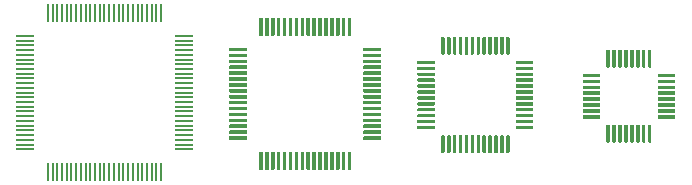
<source format=gbr>
G04 #@! TF.GenerationSoftware,KiCad,Pcbnew,(5.1.5)-3*
G04 #@! TF.CreationDate,2020-07-30T14:36:22+02:00*
G04 #@! TF.ProjectId,pcb_ruler,7063625f-7275-46c6-9572-2e6b69636164,rev?*
G04 #@! TF.SameCoordinates,Original*
G04 #@! TF.FileFunction,Paste,Bot*
G04 #@! TF.FilePolarity,Positive*
%FSLAX46Y46*%
G04 Gerber Fmt 4.6, Leading zero omitted, Abs format (unit mm)*
G04 Created by KiCad (PCBNEW (5.1.5)-3) date 2020-07-30 14:36:22*
%MOMM*%
%LPD*%
G04 APERTURE LIST*
%ADD10C,0.100000*%
%ADD11R,0.200000X1.500000*%
%ADD12R,1.500000X0.200000*%
G04 APERTURE END LIST*
D10*
G36*
X168832351Y-114675361D02*
G01*
X168839632Y-114676441D01*
X168846771Y-114678229D01*
X168853701Y-114680709D01*
X168860355Y-114683856D01*
X168866668Y-114687640D01*
X168872579Y-114692024D01*
X168878033Y-114696967D01*
X168882976Y-114702421D01*
X168887360Y-114708332D01*
X168891144Y-114714645D01*
X168894291Y-114721299D01*
X168896771Y-114728229D01*
X168898559Y-114735368D01*
X168899639Y-114742649D01*
X168900000Y-114750000D01*
X168900000Y-116100000D01*
X168899639Y-116107351D01*
X168898559Y-116114632D01*
X168896771Y-116121771D01*
X168894291Y-116128701D01*
X168891144Y-116135355D01*
X168887360Y-116141668D01*
X168882976Y-116147579D01*
X168878033Y-116153033D01*
X168872579Y-116157976D01*
X168866668Y-116162360D01*
X168860355Y-116166144D01*
X168853701Y-116169291D01*
X168846771Y-116171771D01*
X168839632Y-116173559D01*
X168832351Y-116174639D01*
X168825000Y-116175000D01*
X168675000Y-116175000D01*
X168667649Y-116174639D01*
X168660368Y-116173559D01*
X168653229Y-116171771D01*
X168646299Y-116169291D01*
X168639645Y-116166144D01*
X168633332Y-116162360D01*
X168627421Y-116157976D01*
X168621967Y-116153033D01*
X168617024Y-116147579D01*
X168612640Y-116141668D01*
X168608856Y-116135355D01*
X168605709Y-116128701D01*
X168603229Y-116121771D01*
X168601441Y-116114632D01*
X168600361Y-116107351D01*
X168600000Y-116100000D01*
X168600000Y-114750000D01*
X168600361Y-114742649D01*
X168601441Y-114735368D01*
X168603229Y-114728229D01*
X168605709Y-114721299D01*
X168608856Y-114714645D01*
X168612640Y-114708332D01*
X168617024Y-114702421D01*
X168621967Y-114696967D01*
X168627421Y-114692024D01*
X168633332Y-114687640D01*
X168639645Y-114683856D01*
X168646299Y-114680709D01*
X168653229Y-114678229D01*
X168660368Y-114676441D01*
X168667649Y-114675361D01*
X168675000Y-114675000D01*
X168825000Y-114675000D01*
X168832351Y-114675361D01*
G37*
G36*
X168332351Y-114675361D02*
G01*
X168339632Y-114676441D01*
X168346771Y-114678229D01*
X168353701Y-114680709D01*
X168360355Y-114683856D01*
X168366668Y-114687640D01*
X168372579Y-114692024D01*
X168378033Y-114696967D01*
X168382976Y-114702421D01*
X168387360Y-114708332D01*
X168391144Y-114714645D01*
X168394291Y-114721299D01*
X168396771Y-114728229D01*
X168398559Y-114735368D01*
X168399639Y-114742649D01*
X168400000Y-114750000D01*
X168400000Y-116100000D01*
X168399639Y-116107351D01*
X168398559Y-116114632D01*
X168396771Y-116121771D01*
X168394291Y-116128701D01*
X168391144Y-116135355D01*
X168387360Y-116141668D01*
X168382976Y-116147579D01*
X168378033Y-116153033D01*
X168372579Y-116157976D01*
X168366668Y-116162360D01*
X168360355Y-116166144D01*
X168353701Y-116169291D01*
X168346771Y-116171771D01*
X168339632Y-116173559D01*
X168332351Y-116174639D01*
X168325000Y-116175000D01*
X168175000Y-116175000D01*
X168167649Y-116174639D01*
X168160368Y-116173559D01*
X168153229Y-116171771D01*
X168146299Y-116169291D01*
X168139645Y-116166144D01*
X168133332Y-116162360D01*
X168127421Y-116157976D01*
X168121967Y-116153033D01*
X168117024Y-116147579D01*
X168112640Y-116141668D01*
X168108856Y-116135355D01*
X168105709Y-116128701D01*
X168103229Y-116121771D01*
X168101441Y-116114632D01*
X168100361Y-116107351D01*
X168100000Y-116100000D01*
X168100000Y-114750000D01*
X168100361Y-114742649D01*
X168101441Y-114735368D01*
X168103229Y-114728229D01*
X168105709Y-114721299D01*
X168108856Y-114714645D01*
X168112640Y-114708332D01*
X168117024Y-114702421D01*
X168121967Y-114696967D01*
X168127421Y-114692024D01*
X168133332Y-114687640D01*
X168139645Y-114683856D01*
X168146299Y-114680709D01*
X168153229Y-114678229D01*
X168160368Y-114676441D01*
X168167649Y-114675361D01*
X168175000Y-114675000D01*
X168325000Y-114675000D01*
X168332351Y-114675361D01*
G37*
G36*
X167832351Y-114675361D02*
G01*
X167839632Y-114676441D01*
X167846771Y-114678229D01*
X167853701Y-114680709D01*
X167860355Y-114683856D01*
X167866668Y-114687640D01*
X167872579Y-114692024D01*
X167878033Y-114696967D01*
X167882976Y-114702421D01*
X167887360Y-114708332D01*
X167891144Y-114714645D01*
X167894291Y-114721299D01*
X167896771Y-114728229D01*
X167898559Y-114735368D01*
X167899639Y-114742649D01*
X167900000Y-114750000D01*
X167900000Y-116100000D01*
X167899639Y-116107351D01*
X167898559Y-116114632D01*
X167896771Y-116121771D01*
X167894291Y-116128701D01*
X167891144Y-116135355D01*
X167887360Y-116141668D01*
X167882976Y-116147579D01*
X167878033Y-116153033D01*
X167872579Y-116157976D01*
X167866668Y-116162360D01*
X167860355Y-116166144D01*
X167853701Y-116169291D01*
X167846771Y-116171771D01*
X167839632Y-116173559D01*
X167832351Y-116174639D01*
X167825000Y-116175000D01*
X167675000Y-116175000D01*
X167667649Y-116174639D01*
X167660368Y-116173559D01*
X167653229Y-116171771D01*
X167646299Y-116169291D01*
X167639645Y-116166144D01*
X167633332Y-116162360D01*
X167627421Y-116157976D01*
X167621967Y-116153033D01*
X167617024Y-116147579D01*
X167612640Y-116141668D01*
X167608856Y-116135355D01*
X167605709Y-116128701D01*
X167603229Y-116121771D01*
X167601441Y-116114632D01*
X167600361Y-116107351D01*
X167600000Y-116100000D01*
X167600000Y-114750000D01*
X167600361Y-114742649D01*
X167601441Y-114735368D01*
X167603229Y-114728229D01*
X167605709Y-114721299D01*
X167608856Y-114714645D01*
X167612640Y-114708332D01*
X167617024Y-114702421D01*
X167621967Y-114696967D01*
X167627421Y-114692024D01*
X167633332Y-114687640D01*
X167639645Y-114683856D01*
X167646299Y-114680709D01*
X167653229Y-114678229D01*
X167660368Y-114676441D01*
X167667649Y-114675361D01*
X167675000Y-114675000D01*
X167825000Y-114675000D01*
X167832351Y-114675361D01*
G37*
G36*
X167332351Y-114675361D02*
G01*
X167339632Y-114676441D01*
X167346771Y-114678229D01*
X167353701Y-114680709D01*
X167360355Y-114683856D01*
X167366668Y-114687640D01*
X167372579Y-114692024D01*
X167378033Y-114696967D01*
X167382976Y-114702421D01*
X167387360Y-114708332D01*
X167391144Y-114714645D01*
X167394291Y-114721299D01*
X167396771Y-114728229D01*
X167398559Y-114735368D01*
X167399639Y-114742649D01*
X167400000Y-114750000D01*
X167400000Y-116100000D01*
X167399639Y-116107351D01*
X167398559Y-116114632D01*
X167396771Y-116121771D01*
X167394291Y-116128701D01*
X167391144Y-116135355D01*
X167387360Y-116141668D01*
X167382976Y-116147579D01*
X167378033Y-116153033D01*
X167372579Y-116157976D01*
X167366668Y-116162360D01*
X167360355Y-116166144D01*
X167353701Y-116169291D01*
X167346771Y-116171771D01*
X167339632Y-116173559D01*
X167332351Y-116174639D01*
X167325000Y-116175000D01*
X167175000Y-116175000D01*
X167167649Y-116174639D01*
X167160368Y-116173559D01*
X167153229Y-116171771D01*
X167146299Y-116169291D01*
X167139645Y-116166144D01*
X167133332Y-116162360D01*
X167127421Y-116157976D01*
X167121967Y-116153033D01*
X167117024Y-116147579D01*
X167112640Y-116141668D01*
X167108856Y-116135355D01*
X167105709Y-116128701D01*
X167103229Y-116121771D01*
X167101441Y-116114632D01*
X167100361Y-116107351D01*
X167100000Y-116100000D01*
X167100000Y-114750000D01*
X167100361Y-114742649D01*
X167101441Y-114735368D01*
X167103229Y-114728229D01*
X167105709Y-114721299D01*
X167108856Y-114714645D01*
X167112640Y-114708332D01*
X167117024Y-114702421D01*
X167121967Y-114696967D01*
X167127421Y-114692024D01*
X167133332Y-114687640D01*
X167139645Y-114683856D01*
X167146299Y-114680709D01*
X167153229Y-114678229D01*
X167160368Y-114676441D01*
X167167649Y-114675361D01*
X167175000Y-114675000D01*
X167325000Y-114675000D01*
X167332351Y-114675361D01*
G37*
G36*
X166832351Y-114675361D02*
G01*
X166839632Y-114676441D01*
X166846771Y-114678229D01*
X166853701Y-114680709D01*
X166860355Y-114683856D01*
X166866668Y-114687640D01*
X166872579Y-114692024D01*
X166878033Y-114696967D01*
X166882976Y-114702421D01*
X166887360Y-114708332D01*
X166891144Y-114714645D01*
X166894291Y-114721299D01*
X166896771Y-114728229D01*
X166898559Y-114735368D01*
X166899639Y-114742649D01*
X166900000Y-114750000D01*
X166900000Y-116100000D01*
X166899639Y-116107351D01*
X166898559Y-116114632D01*
X166896771Y-116121771D01*
X166894291Y-116128701D01*
X166891144Y-116135355D01*
X166887360Y-116141668D01*
X166882976Y-116147579D01*
X166878033Y-116153033D01*
X166872579Y-116157976D01*
X166866668Y-116162360D01*
X166860355Y-116166144D01*
X166853701Y-116169291D01*
X166846771Y-116171771D01*
X166839632Y-116173559D01*
X166832351Y-116174639D01*
X166825000Y-116175000D01*
X166675000Y-116175000D01*
X166667649Y-116174639D01*
X166660368Y-116173559D01*
X166653229Y-116171771D01*
X166646299Y-116169291D01*
X166639645Y-116166144D01*
X166633332Y-116162360D01*
X166627421Y-116157976D01*
X166621967Y-116153033D01*
X166617024Y-116147579D01*
X166612640Y-116141668D01*
X166608856Y-116135355D01*
X166605709Y-116128701D01*
X166603229Y-116121771D01*
X166601441Y-116114632D01*
X166600361Y-116107351D01*
X166600000Y-116100000D01*
X166600000Y-114750000D01*
X166600361Y-114742649D01*
X166601441Y-114735368D01*
X166603229Y-114728229D01*
X166605709Y-114721299D01*
X166608856Y-114714645D01*
X166612640Y-114708332D01*
X166617024Y-114702421D01*
X166621967Y-114696967D01*
X166627421Y-114692024D01*
X166633332Y-114687640D01*
X166639645Y-114683856D01*
X166646299Y-114680709D01*
X166653229Y-114678229D01*
X166660368Y-114676441D01*
X166667649Y-114675361D01*
X166675000Y-114675000D01*
X166825000Y-114675000D01*
X166832351Y-114675361D01*
G37*
G36*
X166332351Y-114675361D02*
G01*
X166339632Y-114676441D01*
X166346771Y-114678229D01*
X166353701Y-114680709D01*
X166360355Y-114683856D01*
X166366668Y-114687640D01*
X166372579Y-114692024D01*
X166378033Y-114696967D01*
X166382976Y-114702421D01*
X166387360Y-114708332D01*
X166391144Y-114714645D01*
X166394291Y-114721299D01*
X166396771Y-114728229D01*
X166398559Y-114735368D01*
X166399639Y-114742649D01*
X166400000Y-114750000D01*
X166400000Y-116100000D01*
X166399639Y-116107351D01*
X166398559Y-116114632D01*
X166396771Y-116121771D01*
X166394291Y-116128701D01*
X166391144Y-116135355D01*
X166387360Y-116141668D01*
X166382976Y-116147579D01*
X166378033Y-116153033D01*
X166372579Y-116157976D01*
X166366668Y-116162360D01*
X166360355Y-116166144D01*
X166353701Y-116169291D01*
X166346771Y-116171771D01*
X166339632Y-116173559D01*
X166332351Y-116174639D01*
X166325000Y-116175000D01*
X166175000Y-116175000D01*
X166167649Y-116174639D01*
X166160368Y-116173559D01*
X166153229Y-116171771D01*
X166146299Y-116169291D01*
X166139645Y-116166144D01*
X166133332Y-116162360D01*
X166127421Y-116157976D01*
X166121967Y-116153033D01*
X166117024Y-116147579D01*
X166112640Y-116141668D01*
X166108856Y-116135355D01*
X166105709Y-116128701D01*
X166103229Y-116121771D01*
X166101441Y-116114632D01*
X166100361Y-116107351D01*
X166100000Y-116100000D01*
X166100000Y-114750000D01*
X166100361Y-114742649D01*
X166101441Y-114735368D01*
X166103229Y-114728229D01*
X166105709Y-114721299D01*
X166108856Y-114714645D01*
X166112640Y-114708332D01*
X166117024Y-114702421D01*
X166121967Y-114696967D01*
X166127421Y-114692024D01*
X166133332Y-114687640D01*
X166139645Y-114683856D01*
X166146299Y-114680709D01*
X166153229Y-114678229D01*
X166160368Y-114676441D01*
X166167649Y-114675361D01*
X166175000Y-114675000D01*
X166325000Y-114675000D01*
X166332351Y-114675361D01*
G37*
G36*
X165832351Y-114675361D02*
G01*
X165839632Y-114676441D01*
X165846771Y-114678229D01*
X165853701Y-114680709D01*
X165860355Y-114683856D01*
X165866668Y-114687640D01*
X165872579Y-114692024D01*
X165878033Y-114696967D01*
X165882976Y-114702421D01*
X165887360Y-114708332D01*
X165891144Y-114714645D01*
X165894291Y-114721299D01*
X165896771Y-114728229D01*
X165898559Y-114735368D01*
X165899639Y-114742649D01*
X165900000Y-114750000D01*
X165900000Y-116100000D01*
X165899639Y-116107351D01*
X165898559Y-116114632D01*
X165896771Y-116121771D01*
X165894291Y-116128701D01*
X165891144Y-116135355D01*
X165887360Y-116141668D01*
X165882976Y-116147579D01*
X165878033Y-116153033D01*
X165872579Y-116157976D01*
X165866668Y-116162360D01*
X165860355Y-116166144D01*
X165853701Y-116169291D01*
X165846771Y-116171771D01*
X165839632Y-116173559D01*
X165832351Y-116174639D01*
X165825000Y-116175000D01*
X165675000Y-116175000D01*
X165667649Y-116174639D01*
X165660368Y-116173559D01*
X165653229Y-116171771D01*
X165646299Y-116169291D01*
X165639645Y-116166144D01*
X165633332Y-116162360D01*
X165627421Y-116157976D01*
X165621967Y-116153033D01*
X165617024Y-116147579D01*
X165612640Y-116141668D01*
X165608856Y-116135355D01*
X165605709Y-116128701D01*
X165603229Y-116121771D01*
X165601441Y-116114632D01*
X165600361Y-116107351D01*
X165600000Y-116100000D01*
X165600000Y-114750000D01*
X165600361Y-114742649D01*
X165601441Y-114735368D01*
X165603229Y-114728229D01*
X165605709Y-114721299D01*
X165608856Y-114714645D01*
X165612640Y-114708332D01*
X165617024Y-114702421D01*
X165621967Y-114696967D01*
X165627421Y-114692024D01*
X165633332Y-114687640D01*
X165639645Y-114683856D01*
X165646299Y-114680709D01*
X165653229Y-114678229D01*
X165660368Y-114676441D01*
X165667649Y-114675361D01*
X165675000Y-114675000D01*
X165825000Y-114675000D01*
X165832351Y-114675361D01*
G37*
G36*
X165332351Y-114675361D02*
G01*
X165339632Y-114676441D01*
X165346771Y-114678229D01*
X165353701Y-114680709D01*
X165360355Y-114683856D01*
X165366668Y-114687640D01*
X165372579Y-114692024D01*
X165378033Y-114696967D01*
X165382976Y-114702421D01*
X165387360Y-114708332D01*
X165391144Y-114714645D01*
X165394291Y-114721299D01*
X165396771Y-114728229D01*
X165398559Y-114735368D01*
X165399639Y-114742649D01*
X165400000Y-114750000D01*
X165400000Y-116100000D01*
X165399639Y-116107351D01*
X165398559Y-116114632D01*
X165396771Y-116121771D01*
X165394291Y-116128701D01*
X165391144Y-116135355D01*
X165387360Y-116141668D01*
X165382976Y-116147579D01*
X165378033Y-116153033D01*
X165372579Y-116157976D01*
X165366668Y-116162360D01*
X165360355Y-116166144D01*
X165353701Y-116169291D01*
X165346771Y-116171771D01*
X165339632Y-116173559D01*
X165332351Y-116174639D01*
X165325000Y-116175000D01*
X165175000Y-116175000D01*
X165167649Y-116174639D01*
X165160368Y-116173559D01*
X165153229Y-116171771D01*
X165146299Y-116169291D01*
X165139645Y-116166144D01*
X165133332Y-116162360D01*
X165127421Y-116157976D01*
X165121967Y-116153033D01*
X165117024Y-116147579D01*
X165112640Y-116141668D01*
X165108856Y-116135355D01*
X165105709Y-116128701D01*
X165103229Y-116121771D01*
X165101441Y-116114632D01*
X165100361Y-116107351D01*
X165100000Y-116100000D01*
X165100000Y-114750000D01*
X165100361Y-114742649D01*
X165101441Y-114735368D01*
X165103229Y-114728229D01*
X165105709Y-114721299D01*
X165108856Y-114714645D01*
X165112640Y-114708332D01*
X165117024Y-114702421D01*
X165121967Y-114696967D01*
X165127421Y-114692024D01*
X165133332Y-114687640D01*
X165139645Y-114683856D01*
X165146299Y-114680709D01*
X165153229Y-114678229D01*
X165160368Y-114676441D01*
X165167649Y-114675361D01*
X165175000Y-114675000D01*
X165325000Y-114675000D01*
X165332351Y-114675361D01*
G37*
G36*
X164507351Y-116700361D02*
G01*
X164514632Y-116701441D01*
X164521771Y-116703229D01*
X164528701Y-116705709D01*
X164535355Y-116708856D01*
X164541668Y-116712640D01*
X164547579Y-116717024D01*
X164553033Y-116721967D01*
X164557976Y-116727421D01*
X164562360Y-116733332D01*
X164566144Y-116739645D01*
X164569291Y-116746299D01*
X164571771Y-116753229D01*
X164573559Y-116760368D01*
X164574639Y-116767649D01*
X164575000Y-116775000D01*
X164575000Y-116925000D01*
X164574639Y-116932351D01*
X164573559Y-116939632D01*
X164571771Y-116946771D01*
X164569291Y-116953701D01*
X164566144Y-116960355D01*
X164562360Y-116966668D01*
X164557976Y-116972579D01*
X164553033Y-116978033D01*
X164547579Y-116982976D01*
X164541668Y-116987360D01*
X164535355Y-116991144D01*
X164528701Y-116994291D01*
X164521771Y-116996771D01*
X164514632Y-116998559D01*
X164507351Y-116999639D01*
X164500000Y-117000000D01*
X163150000Y-117000000D01*
X163142649Y-116999639D01*
X163135368Y-116998559D01*
X163128229Y-116996771D01*
X163121299Y-116994291D01*
X163114645Y-116991144D01*
X163108332Y-116987360D01*
X163102421Y-116982976D01*
X163096967Y-116978033D01*
X163092024Y-116972579D01*
X163087640Y-116966668D01*
X163083856Y-116960355D01*
X163080709Y-116953701D01*
X163078229Y-116946771D01*
X163076441Y-116939632D01*
X163075361Y-116932351D01*
X163075000Y-116925000D01*
X163075000Y-116775000D01*
X163075361Y-116767649D01*
X163076441Y-116760368D01*
X163078229Y-116753229D01*
X163080709Y-116746299D01*
X163083856Y-116739645D01*
X163087640Y-116733332D01*
X163092024Y-116727421D01*
X163096967Y-116721967D01*
X163102421Y-116717024D01*
X163108332Y-116712640D01*
X163114645Y-116708856D01*
X163121299Y-116705709D01*
X163128229Y-116703229D01*
X163135368Y-116701441D01*
X163142649Y-116700361D01*
X163150000Y-116700000D01*
X164500000Y-116700000D01*
X164507351Y-116700361D01*
G37*
G36*
X164507351Y-117200361D02*
G01*
X164514632Y-117201441D01*
X164521771Y-117203229D01*
X164528701Y-117205709D01*
X164535355Y-117208856D01*
X164541668Y-117212640D01*
X164547579Y-117217024D01*
X164553033Y-117221967D01*
X164557976Y-117227421D01*
X164562360Y-117233332D01*
X164566144Y-117239645D01*
X164569291Y-117246299D01*
X164571771Y-117253229D01*
X164573559Y-117260368D01*
X164574639Y-117267649D01*
X164575000Y-117275000D01*
X164575000Y-117425000D01*
X164574639Y-117432351D01*
X164573559Y-117439632D01*
X164571771Y-117446771D01*
X164569291Y-117453701D01*
X164566144Y-117460355D01*
X164562360Y-117466668D01*
X164557976Y-117472579D01*
X164553033Y-117478033D01*
X164547579Y-117482976D01*
X164541668Y-117487360D01*
X164535355Y-117491144D01*
X164528701Y-117494291D01*
X164521771Y-117496771D01*
X164514632Y-117498559D01*
X164507351Y-117499639D01*
X164500000Y-117500000D01*
X163150000Y-117500000D01*
X163142649Y-117499639D01*
X163135368Y-117498559D01*
X163128229Y-117496771D01*
X163121299Y-117494291D01*
X163114645Y-117491144D01*
X163108332Y-117487360D01*
X163102421Y-117482976D01*
X163096967Y-117478033D01*
X163092024Y-117472579D01*
X163087640Y-117466668D01*
X163083856Y-117460355D01*
X163080709Y-117453701D01*
X163078229Y-117446771D01*
X163076441Y-117439632D01*
X163075361Y-117432351D01*
X163075000Y-117425000D01*
X163075000Y-117275000D01*
X163075361Y-117267649D01*
X163076441Y-117260368D01*
X163078229Y-117253229D01*
X163080709Y-117246299D01*
X163083856Y-117239645D01*
X163087640Y-117233332D01*
X163092024Y-117227421D01*
X163096967Y-117221967D01*
X163102421Y-117217024D01*
X163108332Y-117212640D01*
X163114645Y-117208856D01*
X163121299Y-117205709D01*
X163128229Y-117203229D01*
X163135368Y-117201441D01*
X163142649Y-117200361D01*
X163150000Y-117200000D01*
X164500000Y-117200000D01*
X164507351Y-117200361D01*
G37*
G36*
X164507351Y-117700361D02*
G01*
X164514632Y-117701441D01*
X164521771Y-117703229D01*
X164528701Y-117705709D01*
X164535355Y-117708856D01*
X164541668Y-117712640D01*
X164547579Y-117717024D01*
X164553033Y-117721967D01*
X164557976Y-117727421D01*
X164562360Y-117733332D01*
X164566144Y-117739645D01*
X164569291Y-117746299D01*
X164571771Y-117753229D01*
X164573559Y-117760368D01*
X164574639Y-117767649D01*
X164575000Y-117775000D01*
X164575000Y-117925000D01*
X164574639Y-117932351D01*
X164573559Y-117939632D01*
X164571771Y-117946771D01*
X164569291Y-117953701D01*
X164566144Y-117960355D01*
X164562360Y-117966668D01*
X164557976Y-117972579D01*
X164553033Y-117978033D01*
X164547579Y-117982976D01*
X164541668Y-117987360D01*
X164535355Y-117991144D01*
X164528701Y-117994291D01*
X164521771Y-117996771D01*
X164514632Y-117998559D01*
X164507351Y-117999639D01*
X164500000Y-118000000D01*
X163150000Y-118000000D01*
X163142649Y-117999639D01*
X163135368Y-117998559D01*
X163128229Y-117996771D01*
X163121299Y-117994291D01*
X163114645Y-117991144D01*
X163108332Y-117987360D01*
X163102421Y-117982976D01*
X163096967Y-117978033D01*
X163092024Y-117972579D01*
X163087640Y-117966668D01*
X163083856Y-117960355D01*
X163080709Y-117953701D01*
X163078229Y-117946771D01*
X163076441Y-117939632D01*
X163075361Y-117932351D01*
X163075000Y-117925000D01*
X163075000Y-117775000D01*
X163075361Y-117767649D01*
X163076441Y-117760368D01*
X163078229Y-117753229D01*
X163080709Y-117746299D01*
X163083856Y-117739645D01*
X163087640Y-117733332D01*
X163092024Y-117727421D01*
X163096967Y-117721967D01*
X163102421Y-117717024D01*
X163108332Y-117712640D01*
X163114645Y-117708856D01*
X163121299Y-117705709D01*
X163128229Y-117703229D01*
X163135368Y-117701441D01*
X163142649Y-117700361D01*
X163150000Y-117700000D01*
X164500000Y-117700000D01*
X164507351Y-117700361D01*
G37*
G36*
X164507351Y-118200361D02*
G01*
X164514632Y-118201441D01*
X164521771Y-118203229D01*
X164528701Y-118205709D01*
X164535355Y-118208856D01*
X164541668Y-118212640D01*
X164547579Y-118217024D01*
X164553033Y-118221967D01*
X164557976Y-118227421D01*
X164562360Y-118233332D01*
X164566144Y-118239645D01*
X164569291Y-118246299D01*
X164571771Y-118253229D01*
X164573559Y-118260368D01*
X164574639Y-118267649D01*
X164575000Y-118275000D01*
X164575000Y-118425000D01*
X164574639Y-118432351D01*
X164573559Y-118439632D01*
X164571771Y-118446771D01*
X164569291Y-118453701D01*
X164566144Y-118460355D01*
X164562360Y-118466668D01*
X164557976Y-118472579D01*
X164553033Y-118478033D01*
X164547579Y-118482976D01*
X164541668Y-118487360D01*
X164535355Y-118491144D01*
X164528701Y-118494291D01*
X164521771Y-118496771D01*
X164514632Y-118498559D01*
X164507351Y-118499639D01*
X164500000Y-118500000D01*
X163150000Y-118500000D01*
X163142649Y-118499639D01*
X163135368Y-118498559D01*
X163128229Y-118496771D01*
X163121299Y-118494291D01*
X163114645Y-118491144D01*
X163108332Y-118487360D01*
X163102421Y-118482976D01*
X163096967Y-118478033D01*
X163092024Y-118472579D01*
X163087640Y-118466668D01*
X163083856Y-118460355D01*
X163080709Y-118453701D01*
X163078229Y-118446771D01*
X163076441Y-118439632D01*
X163075361Y-118432351D01*
X163075000Y-118425000D01*
X163075000Y-118275000D01*
X163075361Y-118267649D01*
X163076441Y-118260368D01*
X163078229Y-118253229D01*
X163080709Y-118246299D01*
X163083856Y-118239645D01*
X163087640Y-118233332D01*
X163092024Y-118227421D01*
X163096967Y-118221967D01*
X163102421Y-118217024D01*
X163108332Y-118212640D01*
X163114645Y-118208856D01*
X163121299Y-118205709D01*
X163128229Y-118203229D01*
X163135368Y-118201441D01*
X163142649Y-118200361D01*
X163150000Y-118200000D01*
X164500000Y-118200000D01*
X164507351Y-118200361D01*
G37*
G36*
X164507351Y-118700361D02*
G01*
X164514632Y-118701441D01*
X164521771Y-118703229D01*
X164528701Y-118705709D01*
X164535355Y-118708856D01*
X164541668Y-118712640D01*
X164547579Y-118717024D01*
X164553033Y-118721967D01*
X164557976Y-118727421D01*
X164562360Y-118733332D01*
X164566144Y-118739645D01*
X164569291Y-118746299D01*
X164571771Y-118753229D01*
X164573559Y-118760368D01*
X164574639Y-118767649D01*
X164575000Y-118775000D01*
X164575000Y-118925000D01*
X164574639Y-118932351D01*
X164573559Y-118939632D01*
X164571771Y-118946771D01*
X164569291Y-118953701D01*
X164566144Y-118960355D01*
X164562360Y-118966668D01*
X164557976Y-118972579D01*
X164553033Y-118978033D01*
X164547579Y-118982976D01*
X164541668Y-118987360D01*
X164535355Y-118991144D01*
X164528701Y-118994291D01*
X164521771Y-118996771D01*
X164514632Y-118998559D01*
X164507351Y-118999639D01*
X164500000Y-119000000D01*
X163150000Y-119000000D01*
X163142649Y-118999639D01*
X163135368Y-118998559D01*
X163128229Y-118996771D01*
X163121299Y-118994291D01*
X163114645Y-118991144D01*
X163108332Y-118987360D01*
X163102421Y-118982976D01*
X163096967Y-118978033D01*
X163092024Y-118972579D01*
X163087640Y-118966668D01*
X163083856Y-118960355D01*
X163080709Y-118953701D01*
X163078229Y-118946771D01*
X163076441Y-118939632D01*
X163075361Y-118932351D01*
X163075000Y-118925000D01*
X163075000Y-118775000D01*
X163075361Y-118767649D01*
X163076441Y-118760368D01*
X163078229Y-118753229D01*
X163080709Y-118746299D01*
X163083856Y-118739645D01*
X163087640Y-118733332D01*
X163092024Y-118727421D01*
X163096967Y-118721967D01*
X163102421Y-118717024D01*
X163108332Y-118712640D01*
X163114645Y-118708856D01*
X163121299Y-118705709D01*
X163128229Y-118703229D01*
X163135368Y-118701441D01*
X163142649Y-118700361D01*
X163150000Y-118700000D01*
X164500000Y-118700000D01*
X164507351Y-118700361D01*
G37*
G36*
X164507351Y-119200361D02*
G01*
X164514632Y-119201441D01*
X164521771Y-119203229D01*
X164528701Y-119205709D01*
X164535355Y-119208856D01*
X164541668Y-119212640D01*
X164547579Y-119217024D01*
X164553033Y-119221967D01*
X164557976Y-119227421D01*
X164562360Y-119233332D01*
X164566144Y-119239645D01*
X164569291Y-119246299D01*
X164571771Y-119253229D01*
X164573559Y-119260368D01*
X164574639Y-119267649D01*
X164575000Y-119275000D01*
X164575000Y-119425000D01*
X164574639Y-119432351D01*
X164573559Y-119439632D01*
X164571771Y-119446771D01*
X164569291Y-119453701D01*
X164566144Y-119460355D01*
X164562360Y-119466668D01*
X164557976Y-119472579D01*
X164553033Y-119478033D01*
X164547579Y-119482976D01*
X164541668Y-119487360D01*
X164535355Y-119491144D01*
X164528701Y-119494291D01*
X164521771Y-119496771D01*
X164514632Y-119498559D01*
X164507351Y-119499639D01*
X164500000Y-119500000D01*
X163150000Y-119500000D01*
X163142649Y-119499639D01*
X163135368Y-119498559D01*
X163128229Y-119496771D01*
X163121299Y-119494291D01*
X163114645Y-119491144D01*
X163108332Y-119487360D01*
X163102421Y-119482976D01*
X163096967Y-119478033D01*
X163092024Y-119472579D01*
X163087640Y-119466668D01*
X163083856Y-119460355D01*
X163080709Y-119453701D01*
X163078229Y-119446771D01*
X163076441Y-119439632D01*
X163075361Y-119432351D01*
X163075000Y-119425000D01*
X163075000Y-119275000D01*
X163075361Y-119267649D01*
X163076441Y-119260368D01*
X163078229Y-119253229D01*
X163080709Y-119246299D01*
X163083856Y-119239645D01*
X163087640Y-119233332D01*
X163092024Y-119227421D01*
X163096967Y-119221967D01*
X163102421Y-119217024D01*
X163108332Y-119212640D01*
X163114645Y-119208856D01*
X163121299Y-119205709D01*
X163128229Y-119203229D01*
X163135368Y-119201441D01*
X163142649Y-119200361D01*
X163150000Y-119200000D01*
X164500000Y-119200000D01*
X164507351Y-119200361D01*
G37*
G36*
X164507351Y-119700361D02*
G01*
X164514632Y-119701441D01*
X164521771Y-119703229D01*
X164528701Y-119705709D01*
X164535355Y-119708856D01*
X164541668Y-119712640D01*
X164547579Y-119717024D01*
X164553033Y-119721967D01*
X164557976Y-119727421D01*
X164562360Y-119733332D01*
X164566144Y-119739645D01*
X164569291Y-119746299D01*
X164571771Y-119753229D01*
X164573559Y-119760368D01*
X164574639Y-119767649D01*
X164575000Y-119775000D01*
X164575000Y-119925000D01*
X164574639Y-119932351D01*
X164573559Y-119939632D01*
X164571771Y-119946771D01*
X164569291Y-119953701D01*
X164566144Y-119960355D01*
X164562360Y-119966668D01*
X164557976Y-119972579D01*
X164553033Y-119978033D01*
X164547579Y-119982976D01*
X164541668Y-119987360D01*
X164535355Y-119991144D01*
X164528701Y-119994291D01*
X164521771Y-119996771D01*
X164514632Y-119998559D01*
X164507351Y-119999639D01*
X164500000Y-120000000D01*
X163150000Y-120000000D01*
X163142649Y-119999639D01*
X163135368Y-119998559D01*
X163128229Y-119996771D01*
X163121299Y-119994291D01*
X163114645Y-119991144D01*
X163108332Y-119987360D01*
X163102421Y-119982976D01*
X163096967Y-119978033D01*
X163092024Y-119972579D01*
X163087640Y-119966668D01*
X163083856Y-119960355D01*
X163080709Y-119953701D01*
X163078229Y-119946771D01*
X163076441Y-119939632D01*
X163075361Y-119932351D01*
X163075000Y-119925000D01*
X163075000Y-119775000D01*
X163075361Y-119767649D01*
X163076441Y-119760368D01*
X163078229Y-119753229D01*
X163080709Y-119746299D01*
X163083856Y-119739645D01*
X163087640Y-119733332D01*
X163092024Y-119727421D01*
X163096967Y-119721967D01*
X163102421Y-119717024D01*
X163108332Y-119712640D01*
X163114645Y-119708856D01*
X163121299Y-119705709D01*
X163128229Y-119703229D01*
X163135368Y-119701441D01*
X163142649Y-119700361D01*
X163150000Y-119700000D01*
X164500000Y-119700000D01*
X164507351Y-119700361D01*
G37*
G36*
X164507351Y-120200361D02*
G01*
X164514632Y-120201441D01*
X164521771Y-120203229D01*
X164528701Y-120205709D01*
X164535355Y-120208856D01*
X164541668Y-120212640D01*
X164547579Y-120217024D01*
X164553033Y-120221967D01*
X164557976Y-120227421D01*
X164562360Y-120233332D01*
X164566144Y-120239645D01*
X164569291Y-120246299D01*
X164571771Y-120253229D01*
X164573559Y-120260368D01*
X164574639Y-120267649D01*
X164575000Y-120275000D01*
X164575000Y-120425000D01*
X164574639Y-120432351D01*
X164573559Y-120439632D01*
X164571771Y-120446771D01*
X164569291Y-120453701D01*
X164566144Y-120460355D01*
X164562360Y-120466668D01*
X164557976Y-120472579D01*
X164553033Y-120478033D01*
X164547579Y-120482976D01*
X164541668Y-120487360D01*
X164535355Y-120491144D01*
X164528701Y-120494291D01*
X164521771Y-120496771D01*
X164514632Y-120498559D01*
X164507351Y-120499639D01*
X164500000Y-120500000D01*
X163150000Y-120500000D01*
X163142649Y-120499639D01*
X163135368Y-120498559D01*
X163128229Y-120496771D01*
X163121299Y-120494291D01*
X163114645Y-120491144D01*
X163108332Y-120487360D01*
X163102421Y-120482976D01*
X163096967Y-120478033D01*
X163092024Y-120472579D01*
X163087640Y-120466668D01*
X163083856Y-120460355D01*
X163080709Y-120453701D01*
X163078229Y-120446771D01*
X163076441Y-120439632D01*
X163075361Y-120432351D01*
X163075000Y-120425000D01*
X163075000Y-120275000D01*
X163075361Y-120267649D01*
X163076441Y-120260368D01*
X163078229Y-120253229D01*
X163080709Y-120246299D01*
X163083856Y-120239645D01*
X163087640Y-120233332D01*
X163092024Y-120227421D01*
X163096967Y-120221967D01*
X163102421Y-120217024D01*
X163108332Y-120212640D01*
X163114645Y-120208856D01*
X163121299Y-120205709D01*
X163128229Y-120203229D01*
X163135368Y-120201441D01*
X163142649Y-120200361D01*
X163150000Y-120200000D01*
X164500000Y-120200000D01*
X164507351Y-120200361D01*
G37*
G36*
X165332351Y-121025361D02*
G01*
X165339632Y-121026441D01*
X165346771Y-121028229D01*
X165353701Y-121030709D01*
X165360355Y-121033856D01*
X165366668Y-121037640D01*
X165372579Y-121042024D01*
X165378033Y-121046967D01*
X165382976Y-121052421D01*
X165387360Y-121058332D01*
X165391144Y-121064645D01*
X165394291Y-121071299D01*
X165396771Y-121078229D01*
X165398559Y-121085368D01*
X165399639Y-121092649D01*
X165400000Y-121100000D01*
X165400000Y-122450000D01*
X165399639Y-122457351D01*
X165398559Y-122464632D01*
X165396771Y-122471771D01*
X165394291Y-122478701D01*
X165391144Y-122485355D01*
X165387360Y-122491668D01*
X165382976Y-122497579D01*
X165378033Y-122503033D01*
X165372579Y-122507976D01*
X165366668Y-122512360D01*
X165360355Y-122516144D01*
X165353701Y-122519291D01*
X165346771Y-122521771D01*
X165339632Y-122523559D01*
X165332351Y-122524639D01*
X165325000Y-122525000D01*
X165175000Y-122525000D01*
X165167649Y-122524639D01*
X165160368Y-122523559D01*
X165153229Y-122521771D01*
X165146299Y-122519291D01*
X165139645Y-122516144D01*
X165133332Y-122512360D01*
X165127421Y-122507976D01*
X165121967Y-122503033D01*
X165117024Y-122497579D01*
X165112640Y-122491668D01*
X165108856Y-122485355D01*
X165105709Y-122478701D01*
X165103229Y-122471771D01*
X165101441Y-122464632D01*
X165100361Y-122457351D01*
X165100000Y-122450000D01*
X165100000Y-121100000D01*
X165100361Y-121092649D01*
X165101441Y-121085368D01*
X165103229Y-121078229D01*
X165105709Y-121071299D01*
X165108856Y-121064645D01*
X165112640Y-121058332D01*
X165117024Y-121052421D01*
X165121967Y-121046967D01*
X165127421Y-121042024D01*
X165133332Y-121037640D01*
X165139645Y-121033856D01*
X165146299Y-121030709D01*
X165153229Y-121028229D01*
X165160368Y-121026441D01*
X165167649Y-121025361D01*
X165175000Y-121025000D01*
X165325000Y-121025000D01*
X165332351Y-121025361D01*
G37*
G36*
X165832351Y-121025361D02*
G01*
X165839632Y-121026441D01*
X165846771Y-121028229D01*
X165853701Y-121030709D01*
X165860355Y-121033856D01*
X165866668Y-121037640D01*
X165872579Y-121042024D01*
X165878033Y-121046967D01*
X165882976Y-121052421D01*
X165887360Y-121058332D01*
X165891144Y-121064645D01*
X165894291Y-121071299D01*
X165896771Y-121078229D01*
X165898559Y-121085368D01*
X165899639Y-121092649D01*
X165900000Y-121100000D01*
X165900000Y-122450000D01*
X165899639Y-122457351D01*
X165898559Y-122464632D01*
X165896771Y-122471771D01*
X165894291Y-122478701D01*
X165891144Y-122485355D01*
X165887360Y-122491668D01*
X165882976Y-122497579D01*
X165878033Y-122503033D01*
X165872579Y-122507976D01*
X165866668Y-122512360D01*
X165860355Y-122516144D01*
X165853701Y-122519291D01*
X165846771Y-122521771D01*
X165839632Y-122523559D01*
X165832351Y-122524639D01*
X165825000Y-122525000D01*
X165675000Y-122525000D01*
X165667649Y-122524639D01*
X165660368Y-122523559D01*
X165653229Y-122521771D01*
X165646299Y-122519291D01*
X165639645Y-122516144D01*
X165633332Y-122512360D01*
X165627421Y-122507976D01*
X165621967Y-122503033D01*
X165617024Y-122497579D01*
X165612640Y-122491668D01*
X165608856Y-122485355D01*
X165605709Y-122478701D01*
X165603229Y-122471771D01*
X165601441Y-122464632D01*
X165600361Y-122457351D01*
X165600000Y-122450000D01*
X165600000Y-121100000D01*
X165600361Y-121092649D01*
X165601441Y-121085368D01*
X165603229Y-121078229D01*
X165605709Y-121071299D01*
X165608856Y-121064645D01*
X165612640Y-121058332D01*
X165617024Y-121052421D01*
X165621967Y-121046967D01*
X165627421Y-121042024D01*
X165633332Y-121037640D01*
X165639645Y-121033856D01*
X165646299Y-121030709D01*
X165653229Y-121028229D01*
X165660368Y-121026441D01*
X165667649Y-121025361D01*
X165675000Y-121025000D01*
X165825000Y-121025000D01*
X165832351Y-121025361D01*
G37*
G36*
X166332351Y-121025361D02*
G01*
X166339632Y-121026441D01*
X166346771Y-121028229D01*
X166353701Y-121030709D01*
X166360355Y-121033856D01*
X166366668Y-121037640D01*
X166372579Y-121042024D01*
X166378033Y-121046967D01*
X166382976Y-121052421D01*
X166387360Y-121058332D01*
X166391144Y-121064645D01*
X166394291Y-121071299D01*
X166396771Y-121078229D01*
X166398559Y-121085368D01*
X166399639Y-121092649D01*
X166400000Y-121100000D01*
X166400000Y-122450000D01*
X166399639Y-122457351D01*
X166398559Y-122464632D01*
X166396771Y-122471771D01*
X166394291Y-122478701D01*
X166391144Y-122485355D01*
X166387360Y-122491668D01*
X166382976Y-122497579D01*
X166378033Y-122503033D01*
X166372579Y-122507976D01*
X166366668Y-122512360D01*
X166360355Y-122516144D01*
X166353701Y-122519291D01*
X166346771Y-122521771D01*
X166339632Y-122523559D01*
X166332351Y-122524639D01*
X166325000Y-122525000D01*
X166175000Y-122525000D01*
X166167649Y-122524639D01*
X166160368Y-122523559D01*
X166153229Y-122521771D01*
X166146299Y-122519291D01*
X166139645Y-122516144D01*
X166133332Y-122512360D01*
X166127421Y-122507976D01*
X166121967Y-122503033D01*
X166117024Y-122497579D01*
X166112640Y-122491668D01*
X166108856Y-122485355D01*
X166105709Y-122478701D01*
X166103229Y-122471771D01*
X166101441Y-122464632D01*
X166100361Y-122457351D01*
X166100000Y-122450000D01*
X166100000Y-121100000D01*
X166100361Y-121092649D01*
X166101441Y-121085368D01*
X166103229Y-121078229D01*
X166105709Y-121071299D01*
X166108856Y-121064645D01*
X166112640Y-121058332D01*
X166117024Y-121052421D01*
X166121967Y-121046967D01*
X166127421Y-121042024D01*
X166133332Y-121037640D01*
X166139645Y-121033856D01*
X166146299Y-121030709D01*
X166153229Y-121028229D01*
X166160368Y-121026441D01*
X166167649Y-121025361D01*
X166175000Y-121025000D01*
X166325000Y-121025000D01*
X166332351Y-121025361D01*
G37*
G36*
X166832351Y-121025361D02*
G01*
X166839632Y-121026441D01*
X166846771Y-121028229D01*
X166853701Y-121030709D01*
X166860355Y-121033856D01*
X166866668Y-121037640D01*
X166872579Y-121042024D01*
X166878033Y-121046967D01*
X166882976Y-121052421D01*
X166887360Y-121058332D01*
X166891144Y-121064645D01*
X166894291Y-121071299D01*
X166896771Y-121078229D01*
X166898559Y-121085368D01*
X166899639Y-121092649D01*
X166900000Y-121100000D01*
X166900000Y-122450000D01*
X166899639Y-122457351D01*
X166898559Y-122464632D01*
X166896771Y-122471771D01*
X166894291Y-122478701D01*
X166891144Y-122485355D01*
X166887360Y-122491668D01*
X166882976Y-122497579D01*
X166878033Y-122503033D01*
X166872579Y-122507976D01*
X166866668Y-122512360D01*
X166860355Y-122516144D01*
X166853701Y-122519291D01*
X166846771Y-122521771D01*
X166839632Y-122523559D01*
X166832351Y-122524639D01*
X166825000Y-122525000D01*
X166675000Y-122525000D01*
X166667649Y-122524639D01*
X166660368Y-122523559D01*
X166653229Y-122521771D01*
X166646299Y-122519291D01*
X166639645Y-122516144D01*
X166633332Y-122512360D01*
X166627421Y-122507976D01*
X166621967Y-122503033D01*
X166617024Y-122497579D01*
X166612640Y-122491668D01*
X166608856Y-122485355D01*
X166605709Y-122478701D01*
X166603229Y-122471771D01*
X166601441Y-122464632D01*
X166600361Y-122457351D01*
X166600000Y-122450000D01*
X166600000Y-121100000D01*
X166600361Y-121092649D01*
X166601441Y-121085368D01*
X166603229Y-121078229D01*
X166605709Y-121071299D01*
X166608856Y-121064645D01*
X166612640Y-121058332D01*
X166617024Y-121052421D01*
X166621967Y-121046967D01*
X166627421Y-121042024D01*
X166633332Y-121037640D01*
X166639645Y-121033856D01*
X166646299Y-121030709D01*
X166653229Y-121028229D01*
X166660368Y-121026441D01*
X166667649Y-121025361D01*
X166675000Y-121025000D01*
X166825000Y-121025000D01*
X166832351Y-121025361D01*
G37*
G36*
X167332351Y-121025361D02*
G01*
X167339632Y-121026441D01*
X167346771Y-121028229D01*
X167353701Y-121030709D01*
X167360355Y-121033856D01*
X167366668Y-121037640D01*
X167372579Y-121042024D01*
X167378033Y-121046967D01*
X167382976Y-121052421D01*
X167387360Y-121058332D01*
X167391144Y-121064645D01*
X167394291Y-121071299D01*
X167396771Y-121078229D01*
X167398559Y-121085368D01*
X167399639Y-121092649D01*
X167400000Y-121100000D01*
X167400000Y-122450000D01*
X167399639Y-122457351D01*
X167398559Y-122464632D01*
X167396771Y-122471771D01*
X167394291Y-122478701D01*
X167391144Y-122485355D01*
X167387360Y-122491668D01*
X167382976Y-122497579D01*
X167378033Y-122503033D01*
X167372579Y-122507976D01*
X167366668Y-122512360D01*
X167360355Y-122516144D01*
X167353701Y-122519291D01*
X167346771Y-122521771D01*
X167339632Y-122523559D01*
X167332351Y-122524639D01*
X167325000Y-122525000D01*
X167175000Y-122525000D01*
X167167649Y-122524639D01*
X167160368Y-122523559D01*
X167153229Y-122521771D01*
X167146299Y-122519291D01*
X167139645Y-122516144D01*
X167133332Y-122512360D01*
X167127421Y-122507976D01*
X167121967Y-122503033D01*
X167117024Y-122497579D01*
X167112640Y-122491668D01*
X167108856Y-122485355D01*
X167105709Y-122478701D01*
X167103229Y-122471771D01*
X167101441Y-122464632D01*
X167100361Y-122457351D01*
X167100000Y-122450000D01*
X167100000Y-121100000D01*
X167100361Y-121092649D01*
X167101441Y-121085368D01*
X167103229Y-121078229D01*
X167105709Y-121071299D01*
X167108856Y-121064645D01*
X167112640Y-121058332D01*
X167117024Y-121052421D01*
X167121967Y-121046967D01*
X167127421Y-121042024D01*
X167133332Y-121037640D01*
X167139645Y-121033856D01*
X167146299Y-121030709D01*
X167153229Y-121028229D01*
X167160368Y-121026441D01*
X167167649Y-121025361D01*
X167175000Y-121025000D01*
X167325000Y-121025000D01*
X167332351Y-121025361D01*
G37*
G36*
X167832351Y-121025361D02*
G01*
X167839632Y-121026441D01*
X167846771Y-121028229D01*
X167853701Y-121030709D01*
X167860355Y-121033856D01*
X167866668Y-121037640D01*
X167872579Y-121042024D01*
X167878033Y-121046967D01*
X167882976Y-121052421D01*
X167887360Y-121058332D01*
X167891144Y-121064645D01*
X167894291Y-121071299D01*
X167896771Y-121078229D01*
X167898559Y-121085368D01*
X167899639Y-121092649D01*
X167900000Y-121100000D01*
X167900000Y-122450000D01*
X167899639Y-122457351D01*
X167898559Y-122464632D01*
X167896771Y-122471771D01*
X167894291Y-122478701D01*
X167891144Y-122485355D01*
X167887360Y-122491668D01*
X167882976Y-122497579D01*
X167878033Y-122503033D01*
X167872579Y-122507976D01*
X167866668Y-122512360D01*
X167860355Y-122516144D01*
X167853701Y-122519291D01*
X167846771Y-122521771D01*
X167839632Y-122523559D01*
X167832351Y-122524639D01*
X167825000Y-122525000D01*
X167675000Y-122525000D01*
X167667649Y-122524639D01*
X167660368Y-122523559D01*
X167653229Y-122521771D01*
X167646299Y-122519291D01*
X167639645Y-122516144D01*
X167633332Y-122512360D01*
X167627421Y-122507976D01*
X167621967Y-122503033D01*
X167617024Y-122497579D01*
X167612640Y-122491668D01*
X167608856Y-122485355D01*
X167605709Y-122478701D01*
X167603229Y-122471771D01*
X167601441Y-122464632D01*
X167600361Y-122457351D01*
X167600000Y-122450000D01*
X167600000Y-121100000D01*
X167600361Y-121092649D01*
X167601441Y-121085368D01*
X167603229Y-121078229D01*
X167605709Y-121071299D01*
X167608856Y-121064645D01*
X167612640Y-121058332D01*
X167617024Y-121052421D01*
X167621967Y-121046967D01*
X167627421Y-121042024D01*
X167633332Y-121037640D01*
X167639645Y-121033856D01*
X167646299Y-121030709D01*
X167653229Y-121028229D01*
X167660368Y-121026441D01*
X167667649Y-121025361D01*
X167675000Y-121025000D01*
X167825000Y-121025000D01*
X167832351Y-121025361D01*
G37*
G36*
X168332351Y-121025361D02*
G01*
X168339632Y-121026441D01*
X168346771Y-121028229D01*
X168353701Y-121030709D01*
X168360355Y-121033856D01*
X168366668Y-121037640D01*
X168372579Y-121042024D01*
X168378033Y-121046967D01*
X168382976Y-121052421D01*
X168387360Y-121058332D01*
X168391144Y-121064645D01*
X168394291Y-121071299D01*
X168396771Y-121078229D01*
X168398559Y-121085368D01*
X168399639Y-121092649D01*
X168400000Y-121100000D01*
X168400000Y-122450000D01*
X168399639Y-122457351D01*
X168398559Y-122464632D01*
X168396771Y-122471771D01*
X168394291Y-122478701D01*
X168391144Y-122485355D01*
X168387360Y-122491668D01*
X168382976Y-122497579D01*
X168378033Y-122503033D01*
X168372579Y-122507976D01*
X168366668Y-122512360D01*
X168360355Y-122516144D01*
X168353701Y-122519291D01*
X168346771Y-122521771D01*
X168339632Y-122523559D01*
X168332351Y-122524639D01*
X168325000Y-122525000D01*
X168175000Y-122525000D01*
X168167649Y-122524639D01*
X168160368Y-122523559D01*
X168153229Y-122521771D01*
X168146299Y-122519291D01*
X168139645Y-122516144D01*
X168133332Y-122512360D01*
X168127421Y-122507976D01*
X168121967Y-122503033D01*
X168117024Y-122497579D01*
X168112640Y-122491668D01*
X168108856Y-122485355D01*
X168105709Y-122478701D01*
X168103229Y-122471771D01*
X168101441Y-122464632D01*
X168100361Y-122457351D01*
X168100000Y-122450000D01*
X168100000Y-121100000D01*
X168100361Y-121092649D01*
X168101441Y-121085368D01*
X168103229Y-121078229D01*
X168105709Y-121071299D01*
X168108856Y-121064645D01*
X168112640Y-121058332D01*
X168117024Y-121052421D01*
X168121967Y-121046967D01*
X168127421Y-121042024D01*
X168133332Y-121037640D01*
X168139645Y-121033856D01*
X168146299Y-121030709D01*
X168153229Y-121028229D01*
X168160368Y-121026441D01*
X168167649Y-121025361D01*
X168175000Y-121025000D01*
X168325000Y-121025000D01*
X168332351Y-121025361D01*
G37*
G36*
X168832351Y-121025361D02*
G01*
X168839632Y-121026441D01*
X168846771Y-121028229D01*
X168853701Y-121030709D01*
X168860355Y-121033856D01*
X168866668Y-121037640D01*
X168872579Y-121042024D01*
X168878033Y-121046967D01*
X168882976Y-121052421D01*
X168887360Y-121058332D01*
X168891144Y-121064645D01*
X168894291Y-121071299D01*
X168896771Y-121078229D01*
X168898559Y-121085368D01*
X168899639Y-121092649D01*
X168900000Y-121100000D01*
X168900000Y-122450000D01*
X168899639Y-122457351D01*
X168898559Y-122464632D01*
X168896771Y-122471771D01*
X168894291Y-122478701D01*
X168891144Y-122485355D01*
X168887360Y-122491668D01*
X168882976Y-122497579D01*
X168878033Y-122503033D01*
X168872579Y-122507976D01*
X168866668Y-122512360D01*
X168860355Y-122516144D01*
X168853701Y-122519291D01*
X168846771Y-122521771D01*
X168839632Y-122523559D01*
X168832351Y-122524639D01*
X168825000Y-122525000D01*
X168675000Y-122525000D01*
X168667649Y-122524639D01*
X168660368Y-122523559D01*
X168653229Y-122521771D01*
X168646299Y-122519291D01*
X168639645Y-122516144D01*
X168633332Y-122512360D01*
X168627421Y-122507976D01*
X168621967Y-122503033D01*
X168617024Y-122497579D01*
X168612640Y-122491668D01*
X168608856Y-122485355D01*
X168605709Y-122478701D01*
X168603229Y-122471771D01*
X168601441Y-122464632D01*
X168600361Y-122457351D01*
X168600000Y-122450000D01*
X168600000Y-121100000D01*
X168600361Y-121092649D01*
X168601441Y-121085368D01*
X168603229Y-121078229D01*
X168605709Y-121071299D01*
X168608856Y-121064645D01*
X168612640Y-121058332D01*
X168617024Y-121052421D01*
X168621967Y-121046967D01*
X168627421Y-121042024D01*
X168633332Y-121037640D01*
X168639645Y-121033856D01*
X168646299Y-121030709D01*
X168653229Y-121028229D01*
X168660368Y-121026441D01*
X168667649Y-121025361D01*
X168675000Y-121025000D01*
X168825000Y-121025000D01*
X168832351Y-121025361D01*
G37*
G36*
X170857351Y-120200361D02*
G01*
X170864632Y-120201441D01*
X170871771Y-120203229D01*
X170878701Y-120205709D01*
X170885355Y-120208856D01*
X170891668Y-120212640D01*
X170897579Y-120217024D01*
X170903033Y-120221967D01*
X170907976Y-120227421D01*
X170912360Y-120233332D01*
X170916144Y-120239645D01*
X170919291Y-120246299D01*
X170921771Y-120253229D01*
X170923559Y-120260368D01*
X170924639Y-120267649D01*
X170925000Y-120275000D01*
X170925000Y-120425000D01*
X170924639Y-120432351D01*
X170923559Y-120439632D01*
X170921771Y-120446771D01*
X170919291Y-120453701D01*
X170916144Y-120460355D01*
X170912360Y-120466668D01*
X170907976Y-120472579D01*
X170903033Y-120478033D01*
X170897579Y-120482976D01*
X170891668Y-120487360D01*
X170885355Y-120491144D01*
X170878701Y-120494291D01*
X170871771Y-120496771D01*
X170864632Y-120498559D01*
X170857351Y-120499639D01*
X170850000Y-120500000D01*
X169500000Y-120500000D01*
X169492649Y-120499639D01*
X169485368Y-120498559D01*
X169478229Y-120496771D01*
X169471299Y-120494291D01*
X169464645Y-120491144D01*
X169458332Y-120487360D01*
X169452421Y-120482976D01*
X169446967Y-120478033D01*
X169442024Y-120472579D01*
X169437640Y-120466668D01*
X169433856Y-120460355D01*
X169430709Y-120453701D01*
X169428229Y-120446771D01*
X169426441Y-120439632D01*
X169425361Y-120432351D01*
X169425000Y-120425000D01*
X169425000Y-120275000D01*
X169425361Y-120267649D01*
X169426441Y-120260368D01*
X169428229Y-120253229D01*
X169430709Y-120246299D01*
X169433856Y-120239645D01*
X169437640Y-120233332D01*
X169442024Y-120227421D01*
X169446967Y-120221967D01*
X169452421Y-120217024D01*
X169458332Y-120212640D01*
X169464645Y-120208856D01*
X169471299Y-120205709D01*
X169478229Y-120203229D01*
X169485368Y-120201441D01*
X169492649Y-120200361D01*
X169500000Y-120200000D01*
X170850000Y-120200000D01*
X170857351Y-120200361D01*
G37*
G36*
X170857351Y-119700361D02*
G01*
X170864632Y-119701441D01*
X170871771Y-119703229D01*
X170878701Y-119705709D01*
X170885355Y-119708856D01*
X170891668Y-119712640D01*
X170897579Y-119717024D01*
X170903033Y-119721967D01*
X170907976Y-119727421D01*
X170912360Y-119733332D01*
X170916144Y-119739645D01*
X170919291Y-119746299D01*
X170921771Y-119753229D01*
X170923559Y-119760368D01*
X170924639Y-119767649D01*
X170925000Y-119775000D01*
X170925000Y-119925000D01*
X170924639Y-119932351D01*
X170923559Y-119939632D01*
X170921771Y-119946771D01*
X170919291Y-119953701D01*
X170916144Y-119960355D01*
X170912360Y-119966668D01*
X170907976Y-119972579D01*
X170903033Y-119978033D01*
X170897579Y-119982976D01*
X170891668Y-119987360D01*
X170885355Y-119991144D01*
X170878701Y-119994291D01*
X170871771Y-119996771D01*
X170864632Y-119998559D01*
X170857351Y-119999639D01*
X170850000Y-120000000D01*
X169500000Y-120000000D01*
X169492649Y-119999639D01*
X169485368Y-119998559D01*
X169478229Y-119996771D01*
X169471299Y-119994291D01*
X169464645Y-119991144D01*
X169458332Y-119987360D01*
X169452421Y-119982976D01*
X169446967Y-119978033D01*
X169442024Y-119972579D01*
X169437640Y-119966668D01*
X169433856Y-119960355D01*
X169430709Y-119953701D01*
X169428229Y-119946771D01*
X169426441Y-119939632D01*
X169425361Y-119932351D01*
X169425000Y-119925000D01*
X169425000Y-119775000D01*
X169425361Y-119767649D01*
X169426441Y-119760368D01*
X169428229Y-119753229D01*
X169430709Y-119746299D01*
X169433856Y-119739645D01*
X169437640Y-119733332D01*
X169442024Y-119727421D01*
X169446967Y-119721967D01*
X169452421Y-119717024D01*
X169458332Y-119712640D01*
X169464645Y-119708856D01*
X169471299Y-119705709D01*
X169478229Y-119703229D01*
X169485368Y-119701441D01*
X169492649Y-119700361D01*
X169500000Y-119700000D01*
X170850000Y-119700000D01*
X170857351Y-119700361D01*
G37*
G36*
X170857351Y-119200361D02*
G01*
X170864632Y-119201441D01*
X170871771Y-119203229D01*
X170878701Y-119205709D01*
X170885355Y-119208856D01*
X170891668Y-119212640D01*
X170897579Y-119217024D01*
X170903033Y-119221967D01*
X170907976Y-119227421D01*
X170912360Y-119233332D01*
X170916144Y-119239645D01*
X170919291Y-119246299D01*
X170921771Y-119253229D01*
X170923559Y-119260368D01*
X170924639Y-119267649D01*
X170925000Y-119275000D01*
X170925000Y-119425000D01*
X170924639Y-119432351D01*
X170923559Y-119439632D01*
X170921771Y-119446771D01*
X170919291Y-119453701D01*
X170916144Y-119460355D01*
X170912360Y-119466668D01*
X170907976Y-119472579D01*
X170903033Y-119478033D01*
X170897579Y-119482976D01*
X170891668Y-119487360D01*
X170885355Y-119491144D01*
X170878701Y-119494291D01*
X170871771Y-119496771D01*
X170864632Y-119498559D01*
X170857351Y-119499639D01*
X170850000Y-119500000D01*
X169500000Y-119500000D01*
X169492649Y-119499639D01*
X169485368Y-119498559D01*
X169478229Y-119496771D01*
X169471299Y-119494291D01*
X169464645Y-119491144D01*
X169458332Y-119487360D01*
X169452421Y-119482976D01*
X169446967Y-119478033D01*
X169442024Y-119472579D01*
X169437640Y-119466668D01*
X169433856Y-119460355D01*
X169430709Y-119453701D01*
X169428229Y-119446771D01*
X169426441Y-119439632D01*
X169425361Y-119432351D01*
X169425000Y-119425000D01*
X169425000Y-119275000D01*
X169425361Y-119267649D01*
X169426441Y-119260368D01*
X169428229Y-119253229D01*
X169430709Y-119246299D01*
X169433856Y-119239645D01*
X169437640Y-119233332D01*
X169442024Y-119227421D01*
X169446967Y-119221967D01*
X169452421Y-119217024D01*
X169458332Y-119212640D01*
X169464645Y-119208856D01*
X169471299Y-119205709D01*
X169478229Y-119203229D01*
X169485368Y-119201441D01*
X169492649Y-119200361D01*
X169500000Y-119200000D01*
X170850000Y-119200000D01*
X170857351Y-119200361D01*
G37*
G36*
X170857351Y-118700361D02*
G01*
X170864632Y-118701441D01*
X170871771Y-118703229D01*
X170878701Y-118705709D01*
X170885355Y-118708856D01*
X170891668Y-118712640D01*
X170897579Y-118717024D01*
X170903033Y-118721967D01*
X170907976Y-118727421D01*
X170912360Y-118733332D01*
X170916144Y-118739645D01*
X170919291Y-118746299D01*
X170921771Y-118753229D01*
X170923559Y-118760368D01*
X170924639Y-118767649D01*
X170925000Y-118775000D01*
X170925000Y-118925000D01*
X170924639Y-118932351D01*
X170923559Y-118939632D01*
X170921771Y-118946771D01*
X170919291Y-118953701D01*
X170916144Y-118960355D01*
X170912360Y-118966668D01*
X170907976Y-118972579D01*
X170903033Y-118978033D01*
X170897579Y-118982976D01*
X170891668Y-118987360D01*
X170885355Y-118991144D01*
X170878701Y-118994291D01*
X170871771Y-118996771D01*
X170864632Y-118998559D01*
X170857351Y-118999639D01*
X170850000Y-119000000D01*
X169500000Y-119000000D01*
X169492649Y-118999639D01*
X169485368Y-118998559D01*
X169478229Y-118996771D01*
X169471299Y-118994291D01*
X169464645Y-118991144D01*
X169458332Y-118987360D01*
X169452421Y-118982976D01*
X169446967Y-118978033D01*
X169442024Y-118972579D01*
X169437640Y-118966668D01*
X169433856Y-118960355D01*
X169430709Y-118953701D01*
X169428229Y-118946771D01*
X169426441Y-118939632D01*
X169425361Y-118932351D01*
X169425000Y-118925000D01*
X169425000Y-118775000D01*
X169425361Y-118767649D01*
X169426441Y-118760368D01*
X169428229Y-118753229D01*
X169430709Y-118746299D01*
X169433856Y-118739645D01*
X169437640Y-118733332D01*
X169442024Y-118727421D01*
X169446967Y-118721967D01*
X169452421Y-118717024D01*
X169458332Y-118712640D01*
X169464645Y-118708856D01*
X169471299Y-118705709D01*
X169478229Y-118703229D01*
X169485368Y-118701441D01*
X169492649Y-118700361D01*
X169500000Y-118700000D01*
X170850000Y-118700000D01*
X170857351Y-118700361D01*
G37*
G36*
X170857351Y-118200361D02*
G01*
X170864632Y-118201441D01*
X170871771Y-118203229D01*
X170878701Y-118205709D01*
X170885355Y-118208856D01*
X170891668Y-118212640D01*
X170897579Y-118217024D01*
X170903033Y-118221967D01*
X170907976Y-118227421D01*
X170912360Y-118233332D01*
X170916144Y-118239645D01*
X170919291Y-118246299D01*
X170921771Y-118253229D01*
X170923559Y-118260368D01*
X170924639Y-118267649D01*
X170925000Y-118275000D01*
X170925000Y-118425000D01*
X170924639Y-118432351D01*
X170923559Y-118439632D01*
X170921771Y-118446771D01*
X170919291Y-118453701D01*
X170916144Y-118460355D01*
X170912360Y-118466668D01*
X170907976Y-118472579D01*
X170903033Y-118478033D01*
X170897579Y-118482976D01*
X170891668Y-118487360D01*
X170885355Y-118491144D01*
X170878701Y-118494291D01*
X170871771Y-118496771D01*
X170864632Y-118498559D01*
X170857351Y-118499639D01*
X170850000Y-118500000D01*
X169500000Y-118500000D01*
X169492649Y-118499639D01*
X169485368Y-118498559D01*
X169478229Y-118496771D01*
X169471299Y-118494291D01*
X169464645Y-118491144D01*
X169458332Y-118487360D01*
X169452421Y-118482976D01*
X169446967Y-118478033D01*
X169442024Y-118472579D01*
X169437640Y-118466668D01*
X169433856Y-118460355D01*
X169430709Y-118453701D01*
X169428229Y-118446771D01*
X169426441Y-118439632D01*
X169425361Y-118432351D01*
X169425000Y-118425000D01*
X169425000Y-118275000D01*
X169425361Y-118267649D01*
X169426441Y-118260368D01*
X169428229Y-118253229D01*
X169430709Y-118246299D01*
X169433856Y-118239645D01*
X169437640Y-118233332D01*
X169442024Y-118227421D01*
X169446967Y-118221967D01*
X169452421Y-118217024D01*
X169458332Y-118212640D01*
X169464645Y-118208856D01*
X169471299Y-118205709D01*
X169478229Y-118203229D01*
X169485368Y-118201441D01*
X169492649Y-118200361D01*
X169500000Y-118200000D01*
X170850000Y-118200000D01*
X170857351Y-118200361D01*
G37*
G36*
X170857351Y-117700361D02*
G01*
X170864632Y-117701441D01*
X170871771Y-117703229D01*
X170878701Y-117705709D01*
X170885355Y-117708856D01*
X170891668Y-117712640D01*
X170897579Y-117717024D01*
X170903033Y-117721967D01*
X170907976Y-117727421D01*
X170912360Y-117733332D01*
X170916144Y-117739645D01*
X170919291Y-117746299D01*
X170921771Y-117753229D01*
X170923559Y-117760368D01*
X170924639Y-117767649D01*
X170925000Y-117775000D01*
X170925000Y-117925000D01*
X170924639Y-117932351D01*
X170923559Y-117939632D01*
X170921771Y-117946771D01*
X170919291Y-117953701D01*
X170916144Y-117960355D01*
X170912360Y-117966668D01*
X170907976Y-117972579D01*
X170903033Y-117978033D01*
X170897579Y-117982976D01*
X170891668Y-117987360D01*
X170885355Y-117991144D01*
X170878701Y-117994291D01*
X170871771Y-117996771D01*
X170864632Y-117998559D01*
X170857351Y-117999639D01*
X170850000Y-118000000D01*
X169500000Y-118000000D01*
X169492649Y-117999639D01*
X169485368Y-117998559D01*
X169478229Y-117996771D01*
X169471299Y-117994291D01*
X169464645Y-117991144D01*
X169458332Y-117987360D01*
X169452421Y-117982976D01*
X169446967Y-117978033D01*
X169442024Y-117972579D01*
X169437640Y-117966668D01*
X169433856Y-117960355D01*
X169430709Y-117953701D01*
X169428229Y-117946771D01*
X169426441Y-117939632D01*
X169425361Y-117932351D01*
X169425000Y-117925000D01*
X169425000Y-117775000D01*
X169425361Y-117767649D01*
X169426441Y-117760368D01*
X169428229Y-117753229D01*
X169430709Y-117746299D01*
X169433856Y-117739645D01*
X169437640Y-117733332D01*
X169442024Y-117727421D01*
X169446967Y-117721967D01*
X169452421Y-117717024D01*
X169458332Y-117712640D01*
X169464645Y-117708856D01*
X169471299Y-117705709D01*
X169478229Y-117703229D01*
X169485368Y-117701441D01*
X169492649Y-117700361D01*
X169500000Y-117700000D01*
X170850000Y-117700000D01*
X170857351Y-117700361D01*
G37*
G36*
X170857351Y-117200361D02*
G01*
X170864632Y-117201441D01*
X170871771Y-117203229D01*
X170878701Y-117205709D01*
X170885355Y-117208856D01*
X170891668Y-117212640D01*
X170897579Y-117217024D01*
X170903033Y-117221967D01*
X170907976Y-117227421D01*
X170912360Y-117233332D01*
X170916144Y-117239645D01*
X170919291Y-117246299D01*
X170921771Y-117253229D01*
X170923559Y-117260368D01*
X170924639Y-117267649D01*
X170925000Y-117275000D01*
X170925000Y-117425000D01*
X170924639Y-117432351D01*
X170923559Y-117439632D01*
X170921771Y-117446771D01*
X170919291Y-117453701D01*
X170916144Y-117460355D01*
X170912360Y-117466668D01*
X170907976Y-117472579D01*
X170903033Y-117478033D01*
X170897579Y-117482976D01*
X170891668Y-117487360D01*
X170885355Y-117491144D01*
X170878701Y-117494291D01*
X170871771Y-117496771D01*
X170864632Y-117498559D01*
X170857351Y-117499639D01*
X170850000Y-117500000D01*
X169500000Y-117500000D01*
X169492649Y-117499639D01*
X169485368Y-117498559D01*
X169478229Y-117496771D01*
X169471299Y-117494291D01*
X169464645Y-117491144D01*
X169458332Y-117487360D01*
X169452421Y-117482976D01*
X169446967Y-117478033D01*
X169442024Y-117472579D01*
X169437640Y-117466668D01*
X169433856Y-117460355D01*
X169430709Y-117453701D01*
X169428229Y-117446771D01*
X169426441Y-117439632D01*
X169425361Y-117432351D01*
X169425000Y-117425000D01*
X169425000Y-117275000D01*
X169425361Y-117267649D01*
X169426441Y-117260368D01*
X169428229Y-117253229D01*
X169430709Y-117246299D01*
X169433856Y-117239645D01*
X169437640Y-117233332D01*
X169442024Y-117227421D01*
X169446967Y-117221967D01*
X169452421Y-117217024D01*
X169458332Y-117212640D01*
X169464645Y-117208856D01*
X169471299Y-117205709D01*
X169478229Y-117203229D01*
X169485368Y-117201441D01*
X169492649Y-117200361D01*
X169500000Y-117200000D01*
X170850000Y-117200000D01*
X170857351Y-117200361D01*
G37*
G36*
X170857351Y-116700361D02*
G01*
X170864632Y-116701441D01*
X170871771Y-116703229D01*
X170878701Y-116705709D01*
X170885355Y-116708856D01*
X170891668Y-116712640D01*
X170897579Y-116717024D01*
X170903033Y-116721967D01*
X170907976Y-116727421D01*
X170912360Y-116733332D01*
X170916144Y-116739645D01*
X170919291Y-116746299D01*
X170921771Y-116753229D01*
X170923559Y-116760368D01*
X170924639Y-116767649D01*
X170925000Y-116775000D01*
X170925000Y-116925000D01*
X170924639Y-116932351D01*
X170923559Y-116939632D01*
X170921771Y-116946771D01*
X170919291Y-116953701D01*
X170916144Y-116960355D01*
X170912360Y-116966668D01*
X170907976Y-116972579D01*
X170903033Y-116978033D01*
X170897579Y-116982976D01*
X170891668Y-116987360D01*
X170885355Y-116991144D01*
X170878701Y-116994291D01*
X170871771Y-116996771D01*
X170864632Y-116998559D01*
X170857351Y-116999639D01*
X170850000Y-117000000D01*
X169500000Y-117000000D01*
X169492649Y-116999639D01*
X169485368Y-116998559D01*
X169478229Y-116996771D01*
X169471299Y-116994291D01*
X169464645Y-116991144D01*
X169458332Y-116987360D01*
X169452421Y-116982976D01*
X169446967Y-116978033D01*
X169442024Y-116972579D01*
X169437640Y-116966668D01*
X169433856Y-116960355D01*
X169430709Y-116953701D01*
X169428229Y-116946771D01*
X169426441Y-116939632D01*
X169425361Y-116932351D01*
X169425000Y-116925000D01*
X169425000Y-116775000D01*
X169425361Y-116767649D01*
X169426441Y-116760368D01*
X169428229Y-116753229D01*
X169430709Y-116746299D01*
X169433856Y-116739645D01*
X169437640Y-116733332D01*
X169442024Y-116727421D01*
X169446967Y-116721967D01*
X169452421Y-116717024D01*
X169458332Y-116712640D01*
X169464645Y-116708856D01*
X169471299Y-116705709D01*
X169478229Y-116703229D01*
X169485368Y-116701441D01*
X169492649Y-116700361D01*
X169500000Y-116700000D01*
X170850000Y-116700000D01*
X170857351Y-116700361D01*
G37*
G36*
X143432351Y-111950361D02*
G01*
X143439632Y-111951441D01*
X143446771Y-111953229D01*
X143453701Y-111955709D01*
X143460355Y-111958856D01*
X143466668Y-111962640D01*
X143472579Y-111967024D01*
X143478033Y-111971967D01*
X143482976Y-111977421D01*
X143487360Y-111983332D01*
X143491144Y-111989645D01*
X143494291Y-111996299D01*
X143496771Y-112003229D01*
X143498559Y-112010368D01*
X143499639Y-112017649D01*
X143500000Y-112025000D01*
X143500000Y-113425000D01*
X143499639Y-113432351D01*
X143498559Y-113439632D01*
X143496771Y-113446771D01*
X143494291Y-113453701D01*
X143491144Y-113460355D01*
X143487360Y-113466668D01*
X143482976Y-113472579D01*
X143478033Y-113478033D01*
X143472579Y-113482976D01*
X143466668Y-113487360D01*
X143460355Y-113491144D01*
X143453701Y-113494291D01*
X143446771Y-113496771D01*
X143439632Y-113498559D01*
X143432351Y-113499639D01*
X143425000Y-113500000D01*
X143275000Y-113500000D01*
X143267649Y-113499639D01*
X143260368Y-113498559D01*
X143253229Y-113496771D01*
X143246299Y-113494291D01*
X143239645Y-113491144D01*
X143233332Y-113487360D01*
X143227421Y-113482976D01*
X143221967Y-113478033D01*
X143217024Y-113472579D01*
X143212640Y-113466668D01*
X143208856Y-113460355D01*
X143205709Y-113453701D01*
X143203229Y-113446771D01*
X143201441Y-113439632D01*
X143200361Y-113432351D01*
X143200000Y-113425000D01*
X143200000Y-112025000D01*
X143200361Y-112017649D01*
X143201441Y-112010368D01*
X143203229Y-112003229D01*
X143205709Y-111996299D01*
X143208856Y-111989645D01*
X143212640Y-111983332D01*
X143217024Y-111977421D01*
X143221967Y-111971967D01*
X143227421Y-111967024D01*
X143233332Y-111962640D01*
X143239645Y-111958856D01*
X143246299Y-111955709D01*
X143253229Y-111953229D01*
X143260368Y-111951441D01*
X143267649Y-111950361D01*
X143275000Y-111950000D01*
X143425000Y-111950000D01*
X143432351Y-111950361D01*
G37*
G36*
X142932351Y-111950361D02*
G01*
X142939632Y-111951441D01*
X142946771Y-111953229D01*
X142953701Y-111955709D01*
X142960355Y-111958856D01*
X142966668Y-111962640D01*
X142972579Y-111967024D01*
X142978033Y-111971967D01*
X142982976Y-111977421D01*
X142987360Y-111983332D01*
X142991144Y-111989645D01*
X142994291Y-111996299D01*
X142996771Y-112003229D01*
X142998559Y-112010368D01*
X142999639Y-112017649D01*
X143000000Y-112025000D01*
X143000000Y-113425000D01*
X142999639Y-113432351D01*
X142998559Y-113439632D01*
X142996771Y-113446771D01*
X142994291Y-113453701D01*
X142991144Y-113460355D01*
X142987360Y-113466668D01*
X142982976Y-113472579D01*
X142978033Y-113478033D01*
X142972579Y-113482976D01*
X142966668Y-113487360D01*
X142960355Y-113491144D01*
X142953701Y-113494291D01*
X142946771Y-113496771D01*
X142939632Y-113498559D01*
X142932351Y-113499639D01*
X142925000Y-113500000D01*
X142775000Y-113500000D01*
X142767649Y-113499639D01*
X142760368Y-113498559D01*
X142753229Y-113496771D01*
X142746299Y-113494291D01*
X142739645Y-113491144D01*
X142733332Y-113487360D01*
X142727421Y-113482976D01*
X142721967Y-113478033D01*
X142717024Y-113472579D01*
X142712640Y-113466668D01*
X142708856Y-113460355D01*
X142705709Y-113453701D01*
X142703229Y-113446771D01*
X142701441Y-113439632D01*
X142700361Y-113432351D01*
X142700000Y-113425000D01*
X142700000Y-112025000D01*
X142700361Y-112017649D01*
X142701441Y-112010368D01*
X142703229Y-112003229D01*
X142705709Y-111996299D01*
X142708856Y-111989645D01*
X142712640Y-111983332D01*
X142717024Y-111977421D01*
X142721967Y-111971967D01*
X142727421Y-111967024D01*
X142733332Y-111962640D01*
X142739645Y-111958856D01*
X142746299Y-111955709D01*
X142753229Y-111953229D01*
X142760368Y-111951441D01*
X142767649Y-111950361D01*
X142775000Y-111950000D01*
X142925000Y-111950000D01*
X142932351Y-111950361D01*
G37*
G36*
X142432351Y-111950361D02*
G01*
X142439632Y-111951441D01*
X142446771Y-111953229D01*
X142453701Y-111955709D01*
X142460355Y-111958856D01*
X142466668Y-111962640D01*
X142472579Y-111967024D01*
X142478033Y-111971967D01*
X142482976Y-111977421D01*
X142487360Y-111983332D01*
X142491144Y-111989645D01*
X142494291Y-111996299D01*
X142496771Y-112003229D01*
X142498559Y-112010368D01*
X142499639Y-112017649D01*
X142500000Y-112025000D01*
X142500000Y-113425000D01*
X142499639Y-113432351D01*
X142498559Y-113439632D01*
X142496771Y-113446771D01*
X142494291Y-113453701D01*
X142491144Y-113460355D01*
X142487360Y-113466668D01*
X142482976Y-113472579D01*
X142478033Y-113478033D01*
X142472579Y-113482976D01*
X142466668Y-113487360D01*
X142460355Y-113491144D01*
X142453701Y-113494291D01*
X142446771Y-113496771D01*
X142439632Y-113498559D01*
X142432351Y-113499639D01*
X142425000Y-113500000D01*
X142275000Y-113500000D01*
X142267649Y-113499639D01*
X142260368Y-113498559D01*
X142253229Y-113496771D01*
X142246299Y-113494291D01*
X142239645Y-113491144D01*
X142233332Y-113487360D01*
X142227421Y-113482976D01*
X142221967Y-113478033D01*
X142217024Y-113472579D01*
X142212640Y-113466668D01*
X142208856Y-113460355D01*
X142205709Y-113453701D01*
X142203229Y-113446771D01*
X142201441Y-113439632D01*
X142200361Y-113432351D01*
X142200000Y-113425000D01*
X142200000Y-112025000D01*
X142200361Y-112017649D01*
X142201441Y-112010368D01*
X142203229Y-112003229D01*
X142205709Y-111996299D01*
X142208856Y-111989645D01*
X142212640Y-111983332D01*
X142217024Y-111977421D01*
X142221967Y-111971967D01*
X142227421Y-111967024D01*
X142233332Y-111962640D01*
X142239645Y-111958856D01*
X142246299Y-111955709D01*
X142253229Y-111953229D01*
X142260368Y-111951441D01*
X142267649Y-111950361D01*
X142275000Y-111950000D01*
X142425000Y-111950000D01*
X142432351Y-111950361D01*
G37*
G36*
X141932351Y-111950361D02*
G01*
X141939632Y-111951441D01*
X141946771Y-111953229D01*
X141953701Y-111955709D01*
X141960355Y-111958856D01*
X141966668Y-111962640D01*
X141972579Y-111967024D01*
X141978033Y-111971967D01*
X141982976Y-111977421D01*
X141987360Y-111983332D01*
X141991144Y-111989645D01*
X141994291Y-111996299D01*
X141996771Y-112003229D01*
X141998559Y-112010368D01*
X141999639Y-112017649D01*
X142000000Y-112025000D01*
X142000000Y-113425000D01*
X141999639Y-113432351D01*
X141998559Y-113439632D01*
X141996771Y-113446771D01*
X141994291Y-113453701D01*
X141991144Y-113460355D01*
X141987360Y-113466668D01*
X141982976Y-113472579D01*
X141978033Y-113478033D01*
X141972579Y-113482976D01*
X141966668Y-113487360D01*
X141960355Y-113491144D01*
X141953701Y-113494291D01*
X141946771Y-113496771D01*
X141939632Y-113498559D01*
X141932351Y-113499639D01*
X141925000Y-113500000D01*
X141775000Y-113500000D01*
X141767649Y-113499639D01*
X141760368Y-113498559D01*
X141753229Y-113496771D01*
X141746299Y-113494291D01*
X141739645Y-113491144D01*
X141733332Y-113487360D01*
X141727421Y-113482976D01*
X141721967Y-113478033D01*
X141717024Y-113472579D01*
X141712640Y-113466668D01*
X141708856Y-113460355D01*
X141705709Y-113453701D01*
X141703229Y-113446771D01*
X141701441Y-113439632D01*
X141700361Y-113432351D01*
X141700000Y-113425000D01*
X141700000Y-112025000D01*
X141700361Y-112017649D01*
X141701441Y-112010368D01*
X141703229Y-112003229D01*
X141705709Y-111996299D01*
X141708856Y-111989645D01*
X141712640Y-111983332D01*
X141717024Y-111977421D01*
X141721967Y-111971967D01*
X141727421Y-111967024D01*
X141733332Y-111962640D01*
X141739645Y-111958856D01*
X141746299Y-111955709D01*
X141753229Y-111953229D01*
X141760368Y-111951441D01*
X141767649Y-111950361D01*
X141775000Y-111950000D01*
X141925000Y-111950000D01*
X141932351Y-111950361D01*
G37*
G36*
X141432351Y-111950361D02*
G01*
X141439632Y-111951441D01*
X141446771Y-111953229D01*
X141453701Y-111955709D01*
X141460355Y-111958856D01*
X141466668Y-111962640D01*
X141472579Y-111967024D01*
X141478033Y-111971967D01*
X141482976Y-111977421D01*
X141487360Y-111983332D01*
X141491144Y-111989645D01*
X141494291Y-111996299D01*
X141496771Y-112003229D01*
X141498559Y-112010368D01*
X141499639Y-112017649D01*
X141500000Y-112025000D01*
X141500000Y-113425000D01*
X141499639Y-113432351D01*
X141498559Y-113439632D01*
X141496771Y-113446771D01*
X141494291Y-113453701D01*
X141491144Y-113460355D01*
X141487360Y-113466668D01*
X141482976Y-113472579D01*
X141478033Y-113478033D01*
X141472579Y-113482976D01*
X141466668Y-113487360D01*
X141460355Y-113491144D01*
X141453701Y-113494291D01*
X141446771Y-113496771D01*
X141439632Y-113498559D01*
X141432351Y-113499639D01*
X141425000Y-113500000D01*
X141275000Y-113500000D01*
X141267649Y-113499639D01*
X141260368Y-113498559D01*
X141253229Y-113496771D01*
X141246299Y-113494291D01*
X141239645Y-113491144D01*
X141233332Y-113487360D01*
X141227421Y-113482976D01*
X141221967Y-113478033D01*
X141217024Y-113472579D01*
X141212640Y-113466668D01*
X141208856Y-113460355D01*
X141205709Y-113453701D01*
X141203229Y-113446771D01*
X141201441Y-113439632D01*
X141200361Y-113432351D01*
X141200000Y-113425000D01*
X141200000Y-112025000D01*
X141200361Y-112017649D01*
X141201441Y-112010368D01*
X141203229Y-112003229D01*
X141205709Y-111996299D01*
X141208856Y-111989645D01*
X141212640Y-111983332D01*
X141217024Y-111977421D01*
X141221967Y-111971967D01*
X141227421Y-111967024D01*
X141233332Y-111962640D01*
X141239645Y-111958856D01*
X141246299Y-111955709D01*
X141253229Y-111953229D01*
X141260368Y-111951441D01*
X141267649Y-111950361D01*
X141275000Y-111950000D01*
X141425000Y-111950000D01*
X141432351Y-111950361D01*
G37*
G36*
X140932351Y-111950361D02*
G01*
X140939632Y-111951441D01*
X140946771Y-111953229D01*
X140953701Y-111955709D01*
X140960355Y-111958856D01*
X140966668Y-111962640D01*
X140972579Y-111967024D01*
X140978033Y-111971967D01*
X140982976Y-111977421D01*
X140987360Y-111983332D01*
X140991144Y-111989645D01*
X140994291Y-111996299D01*
X140996771Y-112003229D01*
X140998559Y-112010368D01*
X140999639Y-112017649D01*
X141000000Y-112025000D01*
X141000000Y-113425000D01*
X140999639Y-113432351D01*
X140998559Y-113439632D01*
X140996771Y-113446771D01*
X140994291Y-113453701D01*
X140991144Y-113460355D01*
X140987360Y-113466668D01*
X140982976Y-113472579D01*
X140978033Y-113478033D01*
X140972579Y-113482976D01*
X140966668Y-113487360D01*
X140960355Y-113491144D01*
X140953701Y-113494291D01*
X140946771Y-113496771D01*
X140939632Y-113498559D01*
X140932351Y-113499639D01*
X140925000Y-113500000D01*
X140775000Y-113500000D01*
X140767649Y-113499639D01*
X140760368Y-113498559D01*
X140753229Y-113496771D01*
X140746299Y-113494291D01*
X140739645Y-113491144D01*
X140733332Y-113487360D01*
X140727421Y-113482976D01*
X140721967Y-113478033D01*
X140717024Y-113472579D01*
X140712640Y-113466668D01*
X140708856Y-113460355D01*
X140705709Y-113453701D01*
X140703229Y-113446771D01*
X140701441Y-113439632D01*
X140700361Y-113432351D01*
X140700000Y-113425000D01*
X140700000Y-112025000D01*
X140700361Y-112017649D01*
X140701441Y-112010368D01*
X140703229Y-112003229D01*
X140705709Y-111996299D01*
X140708856Y-111989645D01*
X140712640Y-111983332D01*
X140717024Y-111977421D01*
X140721967Y-111971967D01*
X140727421Y-111967024D01*
X140733332Y-111962640D01*
X140739645Y-111958856D01*
X140746299Y-111955709D01*
X140753229Y-111953229D01*
X140760368Y-111951441D01*
X140767649Y-111950361D01*
X140775000Y-111950000D01*
X140925000Y-111950000D01*
X140932351Y-111950361D01*
G37*
G36*
X140432351Y-111950361D02*
G01*
X140439632Y-111951441D01*
X140446771Y-111953229D01*
X140453701Y-111955709D01*
X140460355Y-111958856D01*
X140466668Y-111962640D01*
X140472579Y-111967024D01*
X140478033Y-111971967D01*
X140482976Y-111977421D01*
X140487360Y-111983332D01*
X140491144Y-111989645D01*
X140494291Y-111996299D01*
X140496771Y-112003229D01*
X140498559Y-112010368D01*
X140499639Y-112017649D01*
X140500000Y-112025000D01*
X140500000Y-113425000D01*
X140499639Y-113432351D01*
X140498559Y-113439632D01*
X140496771Y-113446771D01*
X140494291Y-113453701D01*
X140491144Y-113460355D01*
X140487360Y-113466668D01*
X140482976Y-113472579D01*
X140478033Y-113478033D01*
X140472579Y-113482976D01*
X140466668Y-113487360D01*
X140460355Y-113491144D01*
X140453701Y-113494291D01*
X140446771Y-113496771D01*
X140439632Y-113498559D01*
X140432351Y-113499639D01*
X140425000Y-113500000D01*
X140275000Y-113500000D01*
X140267649Y-113499639D01*
X140260368Y-113498559D01*
X140253229Y-113496771D01*
X140246299Y-113494291D01*
X140239645Y-113491144D01*
X140233332Y-113487360D01*
X140227421Y-113482976D01*
X140221967Y-113478033D01*
X140217024Y-113472579D01*
X140212640Y-113466668D01*
X140208856Y-113460355D01*
X140205709Y-113453701D01*
X140203229Y-113446771D01*
X140201441Y-113439632D01*
X140200361Y-113432351D01*
X140200000Y-113425000D01*
X140200000Y-112025000D01*
X140200361Y-112017649D01*
X140201441Y-112010368D01*
X140203229Y-112003229D01*
X140205709Y-111996299D01*
X140208856Y-111989645D01*
X140212640Y-111983332D01*
X140217024Y-111977421D01*
X140221967Y-111971967D01*
X140227421Y-111967024D01*
X140233332Y-111962640D01*
X140239645Y-111958856D01*
X140246299Y-111955709D01*
X140253229Y-111953229D01*
X140260368Y-111951441D01*
X140267649Y-111950361D01*
X140275000Y-111950000D01*
X140425000Y-111950000D01*
X140432351Y-111950361D01*
G37*
G36*
X139932351Y-111950361D02*
G01*
X139939632Y-111951441D01*
X139946771Y-111953229D01*
X139953701Y-111955709D01*
X139960355Y-111958856D01*
X139966668Y-111962640D01*
X139972579Y-111967024D01*
X139978033Y-111971967D01*
X139982976Y-111977421D01*
X139987360Y-111983332D01*
X139991144Y-111989645D01*
X139994291Y-111996299D01*
X139996771Y-112003229D01*
X139998559Y-112010368D01*
X139999639Y-112017649D01*
X140000000Y-112025000D01*
X140000000Y-113425000D01*
X139999639Y-113432351D01*
X139998559Y-113439632D01*
X139996771Y-113446771D01*
X139994291Y-113453701D01*
X139991144Y-113460355D01*
X139987360Y-113466668D01*
X139982976Y-113472579D01*
X139978033Y-113478033D01*
X139972579Y-113482976D01*
X139966668Y-113487360D01*
X139960355Y-113491144D01*
X139953701Y-113494291D01*
X139946771Y-113496771D01*
X139939632Y-113498559D01*
X139932351Y-113499639D01*
X139925000Y-113500000D01*
X139775000Y-113500000D01*
X139767649Y-113499639D01*
X139760368Y-113498559D01*
X139753229Y-113496771D01*
X139746299Y-113494291D01*
X139739645Y-113491144D01*
X139733332Y-113487360D01*
X139727421Y-113482976D01*
X139721967Y-113478033D01*
X139717024Y-113472579D01*
X139712640Y-113466668D01*
X139708856Y-113460355D01*
X139705709Y-113453701D01*
X139703229Y-113446771D01*
X139701441Y-113439632D01*
X139700361Y-113432351D01*
X139700000Y-113425000D01*
X139700000Y-112025000D01*
X139700361Y-112017649D01*
X139701441Y-112010368D01*
X139703229Y-112003229D01*
X139705709Y-111996299D01*
X139708856Y-111989645D01*
X139712640Y-111983332D01*
X139717024Y-111977421D01*
X139721967Y-111971967D01*
X139727421Y-111967024D01*
X139733332Y-111962640D01*
X139739645Y-111958856D01*
X139746299Y-111955709D01*
X139753229Y-111953229D01*
X139760368Y-111951441D01*
X139767649Y-111950361D01*
X139775000Y-111950000D01*
X139925000Y-111950000D01*
X139932351Y-111950361D01*
G37*
G36*
X139432351Y-111950361D02*
G01*
X139439632Y-111951441D01*
X139446771Y-111953229D01*
X139453701Y-111955709D01*
X139460355Y-111958856D01*
X139466668Y-111962640D01*
X139472579Y-111967024D01*
X139478033Y-111971967D01*
X139482976Y-111977421D01*
X139487360Y-111983332D01*
X139491144Y-111989645D01*
X139494291Y-111996299D01*
X139496771Y-112003229D01*
X139498559Y-112010368D01*
X139499639Y-112017649D01*
X139500000Y-112025000D01*
X139500000Y-113425000D01*
X139499639Y-113432351D01*
X139498559Y-113439632D01*
X139496771Y-113446771D01*
X139494291Y-113453701D01*
X139491144Y-113460355D01*
X139487360Y-113466668D01*
X139482976Y-113472579D01*
X139478033Y-113478033D01*
X139472579Y-113482976D01*
X139466668Y-113487360D01*
X139460355Y-113491144D01*
X139453701Y-113494291D01*
X139446771Y-113496771D01*
X139439632Y-113498559D01*
X139432351Y-113499639D01*
X139425000Y-113500000D01*
X139275000Y-113500000D01*
X139267649Y-113499639D01*
X139260368Y-113498559D01*
X139253229Y-113496771D01*
X139246299Y-113494291D01*
X139239645Y-113491144D01*
X139233332Y-113487360D01*
X139227421Y-113482976D01*
X139221967Y-113478033D01*
X139217024Y-113472579D01*
X139212640Y-113466668D01*
X139208856Y-113460355D01*
X139205709Y-113453701D01*
X139203229Y-113446771D01*
X139201441Y-113439632D01*
X139200361Y-113432351D01*
X139200000Y-113425000D01*
X139200000Y-112025000D01*
X139200361Y-112017649D01*
X139201441Y-112010368D01*
X139203229Y-112003229D01*
X139205709Y-111996299D01*
X139208856Y-111989645D01*
X139212640Y-111983332D01*
X139217024Y-111977421D01*
X139221967Y-111971967D01*
X139227421Y-111967024D01*
X139233332Y-111962640D01*
X139239645Y-111958856D01*
X139246299Y-111955709D01*
X139253229Y-111953229D01*
X139260368Y-111951441D01*
X139267649Y-111950361D01*
X139275000Y-111950000D01*
X139425000Y-111950000D01*
X139432351Y-111950361D01*
G37*
G36*
X138932351Y-111950361D02*
G01*
X138939632Y-111951441D01*
X138946771Y-111953229D01*
X138953701Y-111955709D01*
X138960355Y-111958856D01*
X138966668Y-111962640D01*
X138972579Y-111967024D01*
X138978033Y-111971967D01*
X138982976Y-111977421D01*
X138987360Y-111983332D01*
X138991144Y-111989645D01*
X138994291Y-111996299D01*
X138996771Y-112003229D01*
X138998559Y-112010368D01*
X138999639Y-112017649D01*
X139000000Y-112025000D01*
X139000000Y-113425000D01*
X138999639Y-113432351D01*
X138998559Y-113439632D01*
X138996771Y-113446771D01*
X138994291Y-113453701D01*
X138991144Y-113460355D01*
X138987360Y-113466668D01*
X138982976Y-113472579D01*
X138978033Y-113478033D01*
X138972579Y-113482976D01*
X138966668Y-113487360D01*
X138960355Y-113491144D01*
X138953701Y-113494291D01*
X138946771Y-113496771D01*
X138939632Y-113498559D01*
X138932351Y-113499639D01*
X138925000Y-113500000D01*
X138775000Y-113500000D01*
X138767649Y-113499639D01*
X138760368Y-113498559D01*
X138753229Y-113496771D01*
X138746299Y-113494291D01*
X138739645Y-113491144D01*
X138733332Y-113487360D01*
X138727421Y-113482976D01*
X138721967Y-113478033D01*
X138717024Y-113472579D01*
X138712640Y-113466668D01*
X138708856Y-113460355D01*
X138705709Y-113453701D01*
X138703229Y-113446771D01*
X138701441Y-113439632D01*
X138700361Y-113432351D01*
X138700000Y-113425000D01*
X138700000Y-112025000D01*
X138700361Y-112017649D01*
X138701441Y-112010368D01*
X138703229Y-112003229D01*
X138705709Y-111996299D01*
X138708856Y-111989645D01*
X138712640Y-111983332D01*
X138717024Y-111977421D01*
X138721967Y-111971967D01*
X138727421Y-111967024D01*
X138733332Y-111962640D01*
X138739645Y-111958856D01*
X138746299Y-111955709D01*
X138753229Y-111953229D01*
X138760368Y-111951441D01*
X138767649Y-111950361D01*
X138775000Y-111950000D01*
X138925000Y-111950000D01*
X138932351Y-111950361D01*
G37*
G36*
X138432351Y-111950361D02*
G01*
X138439632Y-111951441D01*
X138446771Y-111953229D01*
X138453701Y-111955709D01*
X138460355Y-111958856D01*
X138466668Y-111962640D01*
X138472579Y-111967024D01*
X138478033Y-111971967D01*
X138482976Y-111977421D01*
X138487360Y-111983332D01*
X138491144Y-111989645D01*
X138494291Y-111996299D01*
X138496771Y-112003229D01*
X138498559Y-112010368D01*
X138499639Y-112017649D01*
X138500000Y-112025000D01*
X138500000Y-113425000D01*
X138499639Y-113432351D01*
X138498559Y-113439632D01*
X138496771Y-113446771D01*
X138494291Y-113453701D01*
X138491144Y-113460355D01*
X138487360Y-113466668D01*
X138482976Y-113472579D01*
X138478033Y-113478033D01*
X138472579Y-113482976D01*
X138466668Y-113487360D01*
X138460355Y-113491144D01*
X138453701Y-113494291D01*
X138446771Y-113496771D01*
X138439632Y-113498559D01*
X138432351Y-113499639D01*
X138425000Y-113500000D01*
X138275000Y-113500000D01*
X138267649Y-113499639D01*
X138260368Y-113498559D01*
X138253229Y-113496771D01*
X138246299Y-113494291D01*
X138239645Y-113491144D01*
X138233332Y-113487360D01*
X138227421Y-113482976D01*
X138221967Y-113478033D01*
X138217024Y-113472579D01*
X138212640Y-113466668D01*
X138208856Y-113460355D01*
X138205709Y-113453701D01*
X138203229Y-113446771D01*
X138201441Y-113439632D01*
X138200361Y-113432351D01*
X138200000Y-113425000D01*
X138200000Y-112025000D01*
X138200361Y-112017649D01*
X138201441Y-112010368D01*
X138203229Y-112003229D01*
X138205709Y-111996299D01*
X138208856Y-111989645D01*
X138212640Y-111983332D01*
X138217024Y-111977421D01*
X138221967Y-111971967D01*
X138227421Y-111967024D01*
X138233332Y-111962640D01*
X138239645Y-111958856D01*
X138246299Y-111955709D01*
X138253229Y-111953229D01*
X138260368Y-111951441D01*
X138267649Y-111950361D01*
X138275000Y-111950000D01*
X138425000Y-111950000D01*
X138432351Y-111950361D01*
G37*
G36*
X137932351Y-111950361D02*
G01*
X137939632Y-111951441D01*
X137946771Y-111953229D01*
X137953701Y-111955709D01*
X137960355Y-111958856D01*
X137966668Y-111962640D01*
X137972579Y-111967024D01*
X137978033Y-111971967D01*
X137982976Y-111977421D01*
X137987360Y-111983332D01*
X137991144Y-111989645D01*
X137994291Y-111996299D01*
X137996771Y-112003229D01*
X137998559Y-112010368D01*
X137999639Y-112017649D01*
X138000000Y-112025000D01*
X138000000Y-113425000D01*
X137999639Y-113432351D01*
X137998559Y-113439632D01*
X137996771Y-113446771D01*
X137994291Y-113453701D01*
X137991144Y-113460355D01*
X137987360Y-113466668D01*
X137982976Y-113472579D01*
X137978033Y-113478033D01*
X137972579Y-113482976D01*
X137966668Y-113487360D01*
X137960355Y-113491144D01*
X137953701Y-113494291D01*
X137946771Y-113496771D01*
X137939632Y-113498559D01*
X137932351Y-113499639D01*
X137925000Y-113500000D01*
X137775000Y-113500000D01*
X137767649Y-113499639D01*
X137760368Y-113498559D01*
X137753229Y-113496771D01*
X137746299Y-113494291D01*
X137739645Y-113491144D01*
X137733332Y-113487360D01*
X137727421Y-113482976D01*
X137721967Y-113478033D01*
X137717024Y-113472579D01*
X137712640Y-113466668D01*
X137708856Y-113460355D01*
X137705709Y-113453701D01*
X137703229Y-113446771D01*
X137701441Y-113439632D01*
X137700361Y-113432351D01*
X137700000Y-113425000D01*
X137700000Y-112025000D01*
X137700361Y-112017649D01*
X137701441Y-112010368D01*
X137703229Y-112003229D01*
X137705709Y-111996299D01*
X137708856Y-111989645D01*
X137712640Y-111983332D01*
X137717024Y-111977421D01*
X137721967Y-111971967D01*
X137727421Y-111967024D01*
X137733332Y-111962640D01*
X137739645Y-111958856D01*
X137746299Y-111955709D01*
X137753229Y-111953229D01*
X137760368Y-111951441D01*
X137767649Y-111950361D01*
X137775000Y-111950000D01*
X137925000Y-111950000D01*
X137932351Y-111950361D01*
G37*
G36*
X137432351Y-111950361D02*
G01*
X137439632Y-111951441D01*
X137446771Y-111953229D01*
X137453701Y-111955709D01*
X137460355Y-111958856D01*
X137466668Y-111962640D01*
X137472579Y-111967024D01*
X137478033Y-111971967D01*
X137482976Y-111977421D01*
X137487360Y-111983332D01*
X137491144Y-111989645D01*
X137494291Y-111996299D01*
X137496771Y-112003229D01*
X137498559Y-112010368D01*
X137499639Y-112017649D01*
X137500000Y-112025000D01*
X137500000Y-113425000D01*
X137499639Y-113432351D01*
X137498559Y-113439632D01*
X137496771Y-113446771D01*
X137494291Y-113453701D01*
X137491144Y-113460355D01*
X137487360Y-113466668D01*
X137482976Y-113472579D01*
X137478033Y-113478033D01*
X137472579Y-113482976D01*
X137466668Y-113487360D01*
X137460355Y-113491144D01*
X137453701Y-113494291D01*
X137446771Y-113496771D01*
X137439632Y-113498559D01*
X137432351Y-113499639D01*
X137425000Y-113500000D01*
X137275000Y-113500000D01*
X137267649Y-113499639D01*
X137260368Y-113498559D01*
X137253229Y-113496771D01*
X137246299Y-113494291D01*
X137239645Y-113491144D01*
X137233332Y-113487360D01*
X137227421Y-113482976D01*
X137221967Y-113478033D01*
X137217024Y-113472579D01*
X137212640Y-113466668D01*
X137208856Y-113460355D01*
X137205709Y-113453701D01*
X137203229Y-113446771D01*
X137201441Y-113439632D01*
X137200361Y-113432351D01*
X137200000Y-113425000D01*
X137200000Y-112025000D01*
X137200361Y-112017649D01*
X137201441Y-112010368D01*
X137203229Y-112003229D01*
X137205709Y-111996299D01*
X137208856Y-111989645D01*
X137212640Y-111983332D01*
X137217024Y-111977421D01*
X137221967Y-111971967D01*
X137227421Y-111967024D01*
X137233332Y-111962640D01*
X137239645Y-111958856D01*
X137246299Y-111955709D01*
X137253229Y-111953229D01*
X137260368Y-111951441D01*
X137267649Y-111950361D01*
X137275000Y-111950000D01*
X137425000Y-111950000D01*
X137432351Y-111950361D01*
G37*
G36*
X136932351Y-111950361D02*
G01*
X136939632Y-111951441D01*
X136946771Y-111953229D01*
X136953701Y-111955709D01*
X136960355Y-111958856D01*
X136966668Y-111962640D01*
X136972579Y-111967024D01*
X136978033Y-111971967D01*
X136982976Y-111977421D01*
X136987360Y-111983332D01*
X136991144Y-111989645D01*
X136994291Y-111996299D01*
X136996771Y-112003229D01*
X136998559Y-112010368D01*
X136999639Y-112017649D01*
X137000000Y-112025000D01*
X137000000Y-113425000D01*
X136999639Y-113432351D01*
X136998559Y-113439632D01*
X136996771Y-113446771D01*
X136994291Y-113453701D01*
X136991144Y-113460355D01*
X136987360Y-113466668D01*
X136982976Y-113472579D01*
X136978033Y-113478033D01*
X136972579Y-113482976D01*
X136966668Y-113487360D01*
X136960355Y-113491144D01*
X136953701Y-113494291D01*
X136946771Y-113496771D01*
X136939632Y-113498559D01*
X136932351Y-113499639D01*
X136925000Y-113500000D01*
X136775000Y-113500000D01*
X136767649Y-113499639D01*
X136760368Y-113498559D01*
X136753229Y-113496771D01*
X136746299Y-113494291D01*
X136739645Y-113491144D01*
X136733332Y-113487360D01*
X136727421Y-113482976D01*
X136721967Y-113478033D01*
X136717024Y-113472579D01*
X136712640Y-113466668D01*
X136708856Y-113460355D01*
X136705709Y-113453701D01*
X136703229Y-113446771D01*
X136701441Y-113439632D01*
X136700361Y-113432351D01*
X136700000Y-113425000D01*
X136700000Y-112025000D01*
X136700361Y-112017649D01*
X136701441Y-112010368D01*
X136703229Y-112003229D01*
X136705709Y-111996299D01*
X136708856Y-111989645D01*
X136712640Y-111983332D01*
X136717024Y-111977421D01*
X136721967Y-111971967D01*
X136727421Y-111967024D01*
X136733332Y-111962640D01*
X136739645Y-111958856D01*
X136746299Y-111955709D01*
X136753229Y-111953229D01*
X136760368Y-111951441D01*
X136767649Y-111950361D01*
X136775000Y-111950000D01*
X136925000Y-111950000D01*
X136932351Y-111950361D01*
G37*
G36*
X136432351Y-111950361D02*
G01*
X136439632Y-111951441D01*
X136446771Y-111953229D01*
X136453701Y-111955709D01*
X136460355Y-111958856D01*
X136466668Y-111962640D01*
X136472579Y-111967024D01*
X136478033Y-111971967D01*
X136482976Y-111977421D01*
X136487360Y-111983332D01*
X136491144Y-111989645D01*
X136494291Y-111996299D01*
X136496771Y-112003229D01*
X136498559Y-112010368D01*
X136499639Y-112017649D01*
X136500000Y-112025000D01*
X136500000Y-113425000D01*
X136499639Y-113432351D01*
X136498559Y-113439632D01*
X136496771Y-113446771D01*
X136494291Y-113453701D01*
X136491144Y-113460355D01*
X136487360Y-113466668D01*
X136482976Y-113472579D01*
X136478033Y-113478033D01*
X136472579Y-113482976D01*
X136466668Y-113487360D01*
X136460355Y-113491144D01*
X136453701Y-113494291D01*
X136446771Y-113496771D01*
X136439632Y-113498559D01*
X136432351Y-113499639D01*
X136425000Y-113500000D01*
X136275000Y-113500000D01*
X136267649Y-113499639D01*
X136260368Y-113498559D01*
X136253229Y-113496771D01*
X136246299Y-113494291D01*
X136239645Y-113491144D01*
X136233332Y-113487360D01*
X136227421Y-113482976D01*
X136221967Y-113478033D01*
X136217024Y-113472579D01*
X136212640Y-113466668D01*
X136208856Y-113460355D01*
X136205709Y-113453701D01*
X136203229Y-113446771D01*
X136201441Y-113439632D01*
X136200361Y-113432351D01*
X136200000Y-113425000D01*
X136200000Y-112025000D01*
X136200361Y-112017649D01*
X136201441Y-112010368D01*
X136203229Y-112003229D01*
X136205709Y-111996299D01*
X136208856Y-111989645D01*
X136212640Y-111983332D01*
X136217024Y-111977421D01*
X136221967Y-111971967D01*
X136227421Y-111967024D01*
X136233332Y-111962640D01*
X136239645Y-111958856D01*
X136246299Y-111955709D01*
X136253229Y-111953229D01*
X136260368Y-111951441D01*
X136267649Y-111950361D01*
X136275000Y-111950000D01*
X136425000Y-111950000D01*
X136432351Y-111950361D01*
G37*
G36*
X135932351Y-111950361D02*
G01*
X135939632Y-111951441D01*
X135946771Y-111953229D01*
X135953701Y-111955709D01*
X135960355Y-111958856D01*
X135966668Y-111962640D01*
X135972579Y-111967024D01*
X135978033Y-111971967D01*
X135982976Y-111977421D01*
X135987360Y-111983332D01*
X135991144Y-111989645D01*
X135994291Y-111996299D01*
X135996771Y-112003229D01*
X135998559Y-112010368D01*
X135999639Y-112017649D01*
X136000000Y-112025000D01*
X136000000Y-113425000D01*
X135999639Y-113432351D01*
X135998559Y-113439632D01*
X135996771Y-113446771D01*
X135994291Y-113453701D01*
X135991144Y-113460355D01*
X135987360Y-113466668D01*
X135982976Y-113472579D01*
X135978033Y-113478033D01*
X135972579Y-113482976D01*
X135966668Y-113487360D01*
X135960355Y-113491144D01*
X135953701Y-113494291D01*
X135946771Y-113496771D01*
X135939632Y-113498559D01*
X135932351Y-113499639D01*
X135925000Y-113500000D01*
X135775000Y-113500000D01*
X135767649Y-113499639D01*
X135760368Y-113498559D01*
X135753229Y-113496771D01*
X135746299Y-113494291D01*
X135739645Y-113491144D01*
X135733332Y-113487360D01*
X135727421Y-113482976D01*
X135721967Y-113478033D01*
X135717024Y-113472579D01*
X135712640Y-113466668D01*
X135708856Y-113460355D01*
X135705709Y-113453701D01*
X135703229Y-113446771D01*
X135701441Y-113439632D01*
X135700361Y-113432351D01*
X135700000Y-113425000D01*
X135700000Y-112025000D01*
X135700361Y-112017649D01*
X135701441Y-112010368D01*
X135703229Y-112003229D01*
X135705709Y-111996299D01*
X135708856Y-111989645D01*
X135712640Y-111983332D01*
X135717024Y-111977421D01*
X135721967Y-111971967D01*
X135727421Y-111967024D01*
X135733332Y-111962640D01*
X135739645Y-111958856D01*
X135746299Y-111955709D01*
X135753229Y-111953229D01*
X135760368Y-111951441D01*
X135767649Y-111950361D01*
X135775000Y-111950000D01*
X135925000Y-111950000D01*
X135932351Y-111950361D01*
G37*
G36*
X134632351Y-114500361D02*
G01*
X134639632Y-114501441D01*
X134646771Y-114503229D01*
X134653701Y-114505709D01*
X134660355Y-114508856D01*
X134666668Y-114512640D01*
X134672579Y-114517024D01*
X134678033Y-114521967D01*
X134682976Y-114527421D01*
X134687360Y-114533332D01*
X134691144Y-114539645D01*
X134694291Y-114546299D01*
X134696771Y-114553229D01*
X134698559Y-114560368D01*
X134699639Y-114567649D01*
X134700000Y-114575000D01*
X134700000Y-114725000D01*
X134699639Y-114732351D01*
X134698559Y-114739632D01*
X134696771Y-114746771D01*
X134694291Y-114753701D01*
X134691144Y-114760355D01*
X134687360Y-114766668D01*
X134682976Y-114772579D01*
X134678033Y-114778033D01*
X134672579Y-114782976D01*
X134666668Y-114787360D01*
X134660355Y-114791144D01*
X134653701Y-114794291D01*
X134646771Y-114796771D01*
X134639632Y-114798559D01*
X134632351Y-114799639D01*
X134625000Y-114800000D01*
X133225000Y-114800000D01*
X133217649Y-114799639D01*
X133210368Y-114798559D01*
X133203229Y-114796771D01*
X133196299Y-114794291D01*
X133189645Y-114791144D01*
X133183332Y-114787360D01*
X133177421Y-114782976D01*
X133171967Y-114778033D01*
X133167024Y-114772579D01*
X133162640Y-114766668D01*
X133158856Y-114760355D01*
X133155709Y-114753701D01*
X133153229Y-114746771D01*
X133151441Y-114739632D01*
X133150361Y-114732351D01*
X133150000Y-114725000D01*
X133150000Y-114575000D01*
X133150361Y-114567649D01*
X133151441Y-114560368D01*
X133153229Y-114553229D01*
X133155709Y-114546299D01*
X133158856Y-114539645D01*
X133162640Y-114533332D01*
X133167024Y-114527421D01*
X133171967Y-114521967D01*
X133177421Y-114517024D01*
X133183332Y-114512640D01*
X133189645Y-114508856D01*
X133196299Y-114505709D01*
X133203229Y-114503229D01*
X133210368Y-114501441D01*
X133217649Y-114500361D01*
X133225000Y-114500000D01*
X134625000Y-114500000D01*
X134632351Y-114500361D01*
G37*
G36*
X134632351Y-115000361D02*
G01*
X134639632Y-115001441D01*
X134646771Y-115003229D01*
X134653701Y-115005709D01*
X134660355Y-115008856D01*
X134666668Y-115012640D01*
X134672579Y-115017024D01*
X134678033Y-115021967D01*
X134682976Y-115027421D01*
X134687360Y-115033332D01*
X134691144Y-115039645D01*
X134694291Y-115046299D01*
X134696771Y-115053229D01*
X134698559Y-115060368D01*
X134699639Y-115067649D01*
X134700000Y-115075000D01*
X134700000Y-115225000D01*
X134699639Y-115232351D01*
X134698559Y-115239632D01*
X134696771Y-115246771D01*
X134694291Y-115253701D01*
X134691144Y-115260355D01*
X134687360Y-115266668D01*
X134682976Y-115272579D01*
X134678033Y-115278033D01*
X134672579Y-115282976D01*
X134666668Y-115287360D01*
X134660355Y-115291144D01*
X134653701Y-115294291D01*
X134646771Y-115296771D01*
X134639632Y-115298559D01*
X134632351Y-115299639D01*
X134625000Y-115300000D01*
X133225000Y-115300000D01*
X133217649Y-115299639D01*
X133210368Y-115298559D01*
X133203229Y-115296771D01*
X133196299Y-115294291D01*
X133189645Y-115291144D01*
X133183332Y-115287360D01*
X133177421Y-115282976D01*
X133171967Y-115278033D01*
X133167024Y-115272579D01*
X133162640Y-115266668D01*
X133158856Y-115260355D01*
X133155709Y-115253701D01*
X133153229Y-115246771D01*
X133151441Y-115239632D01*
X133150361Y-115232351D01*
X133150000Y-115225000D01*
X133150000Y-115075000D01*
X133150361Y-115067649D01*
X133151441Y-115060368D01*
X133153229Y-115053229D01*
X133155709Y-115046299D01*
X133158856Y-115039645D01*
X133162640Y-115033332D01*
X133167024Y-115027421D01*
X133171967Y-115021967D01*
X133177421Y-115017024D01*
X133183332Y-115012640D01*
X133189645Y-115008856D01*
X133196299Y-115005709D01*
X133203229Y-115003229D01*
X133210368Y-115001441D01*
X133217649Y-115000361D01*
X133225000Y-115000000D01*
X134625000Y-115000000D01*
X134632351Y-115000361D01*
G37*
G36*
X134632351Y-115500361D02*
G01*
X134639632Y-115501441D01*
X134646771Y-115503229D01*
X134653701Y-115505709D01*
X134660355Y-115508856D01*
X134666668Y-115512640D01*
X134672579Y-115517024D01*
X134678033Y-115521967D01*
X134682976Y-115527421D01*
X134687360Y-115533332D01*
X134691144Y-115539645D01*
X134694291Y-115546299D01*
X134696771Y-115553229D01*
X134698559Y-115560368D01*
X134699639Y-115567649D01*
X134700000Y-115575000D01*
X134700000Y-115725000D01*
X134699639Y-115732351D01*
X134698559Y-115739632D01*
X134696771Y-115746771D01*
X134694291Y-115753701D01*
X134691144Y-115760355D01*
X134687360Y-115766668D01*
X134682976Y-115772579D01*
X134678033Y-115778033D01*
X134672579Y-115782976D01*
X134666668Y-115787360D01*
X134660355Y-115791144D01*
X134653701Y-115794291D01*
X134646771Y-115796771D01*
X134639632Y-115798559D01*
X134632351Y-115799639D01*
X134625000Y-115800000D01*
X133225000Y-115800000D01*
X133217649Y-115799639D01*
X133210368Y-115798559D01*
X133203229Y-115796771D01*
X133196299Y-115794291D01*
X133189645Y-115791144D01*
X133183332Y-115787360D01*
X133177421Y-115782976D01*
X133171967Y-115778033D01*
X133167024Y-115772579D01*
X133162640Y-115766668D01*
X133158856Y-115760355D01*
X133155709Y-115753701D01*
X133153229Y-115746771D01*
X133151441Y-115739632D01*
X133150361Y-115732351D01*
X133150000Y-115725000D01*
X133150000Y-115575000D01*
X133150361Y-115567649D01*
X133151441Y-115560368D01*
X133153229Y-115553229D01*
X133155709Y-115546299D01*
X133158856Y-115539645D01*
X133162640Y-115533332D01*
X133167024Y-115527421D01*
X133171967Y-115521967D01*
X133177421Y-115517024D01*
X133183332Y-115512640D01*
X133189645Y-115508856D01*
X133196299Y-115505709D01*
X133203229Y-115503229D01*
X133210368Y-115501441D01*
X133217649Y-115500361D01*
X133225000Y-115500000D01*
X134625000Y-115500000D01*
X134632351Y-115500361D01*
G37*
G36*
X134632351Y-116000361D02*
G01*
X134639632Y-116001441D01*
X134646771Y-116003229D01*
X134653701Y-116005709D01*
X134660355Y-116008856D01*
X134666668Y-116012640D01*
X134672579Y-116017024D01*
X134678033Y-116021967D01*
X134682976Y-116027421D01*
X134687360Y-116033332D01*
X134691144Y-116039645D01*
X134694291Y-116046299D01*
X134696771Y-116053229D01*
X134698559Y-116060368D01*
X134699639Y-116067649D01*
X134700000Y-116075000D01*
X134700000Y-116225000D01*
X134699639Y-116232351D01*
X134698559Y-116239632D01*
X134696771Y-116246771D01*
X134694291Y-116253701D01*
X134691144Y-116260355D01*
X134687360Y-116266668D01*
X134682976Y-116272579D01*
X134678033Y-116278033D01*
X134672579Y-116282976D01*
X134666668Y-116287360D01*
X134660355Y-116291144D01*
X134653701Y-116294291D01*
X134646771Y-116296771D01*
X134639632Y-116298559D01*
X134632351Y-116299639D01*
X134625000Y-116300000D01*
X133225000Y-116300000D01*
X133217649Y-116299639D01*
X133210368Y-116298559D01*
X133203229Y-116296771D01*
X133196299Y-116294291D01*
X133189645Y-116291144D01*
X133183332Y-116287360D01*
X133177421Y-116282976D01*
X133171967Y-116278033D01*
X133167024Y-116272579D01*
X133162640Y-116266668D01*
X133158856Y-116260355D01*
X133155709Y-116253701D01*
X133153229Y-116246771D01*
X133151441Y-116239632D01*
X133150361Y-116232351D01*
X133150000Y-116225000D01*
X133150000Y-116075000D01*
X133150361Y-116067649D01*
X133151441Y-116060368D01*
X133153229Y-116053229D01*
X133155709Y-116046299D01*
X133158856Y-116039645D01*
X133162640Y-116033332D01*
X133167024Y-116027421D01*
X133171967Y-116021967D01*
X133177421Y-116017024D01*
X133183332Y-116012640D01*
X133189645Y-116008856D01*
X133196299Y-116005709D01*
X133203229Y-116003229D01*
X133210368Y-116001441D01*
X133217649Y-116000361D01*
X133225000Y-116000000D01*
X134625000Y-116000000D01*
X134632351Y-116000361D01*
G37*
G36*
X134632351Y-116500361D02*
G01*
X134639632Y-116501441D01*
X134646771Y-116503229D01*
X134653701Y-116505709D01*
X134660355Y-116508856D01*
X134666668Y-116512640D01*
X134672579Y-116517024D01*
X134678033Y-116521967D01*
X134682976Y-116527421D01*
X134687360Y-116533332D01*
X134691144Y-116539645D01*
X134694291Y-116546299D01*
X134696771Y-116553229D01*
X134698559Y-116560368D01*
X134699639Y-116567649D01*
X134700000Y-116575000D01*
X134700000Y-116725000D01*
X134699639Y-116732351D01*
X134698559Y-116739632D01*
X134696771Y-116746771D01*
X134694291Y-116753701D01*
X134691144Y-116760355D01*
X134687360Y-116766668D01*
X134682976Y-116772579D01*
X134678033Y-116778033D01*
X134672579Y-116782976D01*
X134666668Y-116787360D01*
X134660355Y-116791144D01*
X134653701Y-116794291D01*
X134646771Y-116796771D01*
X134639632Y-116798559D01*
X134632351Y-116799639D01*
X134625000Y-116800000D01*
X133225000Y-116800000D01*
X133217649Y-116799639D01*
X133210368Y-116798559D01*
X133203229Y-116796771D01*
X133196299Y-116794291D01*
X133189645Y-116791144D01*
X133183332Y-116787360D01*
X133177421Y-116782976D01*
X133171967Y-116778033D01*
X133167024Y-116772579D01*
X133162640Y-116766668D01*
X133158856Y-116760355D01*
X133155709Y-116753701D01*
X133153229Y-116746771D01*
X133151441Y-116739632D01*
X133150361Y-116732351D01*
X133150000Y-116725000D01*
X133150000Y-116575000D01*
X133150361Y-116567649D01*
X133151441Y-116560368D01*
X133153229Y-116553229D01*
X133155709Y-116546299D01*
X133158856Y-116539645D01*
X133162640Y-116533332D01*
X133167024Y-116527421D01*
X133171967Y-116521967D01*
X133177421Y-116517024D01*
X133183332Y-116512640D01*
X133189645Y-116508856D01*
X133196299Y-116505709D01*
X133203229Y-116503229D01*
X133210368Y-116501441D01*
X133217649Y-116500361D01*
X133225000Y-116500000D01*
X134625000Y-116500000D01*
X134632351Y-116500361D01*
G37*
G36*
X134632351Y-117000361D02*
G01*
X134639632Y-117001441D01*
X134646771Y-117003229D01*
X134653701Y-117005709D01*
X134660355Y-117008856D01*
X134666668Y-117012640D01*
X134672579Y-117017024D01*
X134678033Y-117021967D01*
X134682976Y-117027421D01*
X134687360Y-117033332D01*
X134691144Y-117039645D01*
X134694291Y-117046299D01*
X134696771Y-117053229D01*
X134698559Y-117060368D01*
X134699639Y-117067649D01*
X134700000Y-117075000D01*
X134700000Y-117225000D01*
X134699639Y-117232351D01*
X134698559Y-117239632D01*
X134696771Y-117246771D01*
X134694291Y-117253701D01*
X134691144Y-117260355D01*
X134687360Y-117266668D01*
X134682976Y-117272579D01*
X134678033Y-117278033D01*
X134672579Y-117282976D01*
X134666668Y-117287360D01*
X134660355Y-117291144D01*
X134653701Y-117294291D01*
X134646771Y-117296771D01*
X134639632Y-117298559D01*
X134632351Y-117299639D01*
X134625000Y-117300000D01*
X133225000Y-117300000D01*
X133217649Y-117299639D01*
X133210368Y-117298559D01*
X133203229Y-117296771D01*
X133196299Y-117294291D01*
X133189645Y-117291144D01*
X133183332Y-117287360D01*
X133177421Y-117282976D01*
X133171967Y-117278033D01*
X133167024Y-117272579D01*
X133162640Y-117266668D01*
X133158856Y-117260355D01*
X133155709Y-117253701D01*
X133153229Y-117246771D01*
X133151441Y-117239632D01*
X133150361Y-117232351D01*
X133150000Y-117225000D01*
X133150000Y-117075000D01*
X133150361Y-117067649D01*
X133151441Y-117060368D01*
X133153229Y-117053229D01*
X133155709Y-117046299D01*
X133158856Y-117039645D01*
X133162640Y-117033332D01*
X133167024Y-117027421D01*
X133171967Y-117021967D01*
X133177421Y-117017024D01*
X133183332Y-117012640D01*
X133189645Y-117008856D01*
X133196299Y-117005709D01*
X133203229Y-117003229D01*
X133210368Y-117001441D01*
X133217649Y-117000361D01*
X133225000Y-117000000D01*
X134625000Y-117000000D01*
X134632351Y-117000361D01*
G37*
G36*
X134632351Y-117500361D02*
G01*
X134639632Y-117501441D01*
X134646771Y-117503229D01*
X134653701Y-117505709D01*
X134660355Y-117508856D01*
X134666668Y-117512640D01*
X134672579Y-117517024D01*
X134678033Y-117521967D01*
X134682976Y-117527421D01*
X134687360Y-117533332D01*
X134691144Y-117539645D01*
X134694291Y-117546299D01*
X134696771Y-117553229D01*
X134698559Y-117560368D01*
X134699639Y-117567649D01*
X134700000Y-117575000D01*
X134700000Y-117725000D01*
X134699639Y-117732351D01*
X134698559Y-117739632D01*
X134696771Y-117746771D01*
X134694291Y-117753701D01*
X134691144Y-117760355D01*
X134687360Y-117766668D01*
X134682976Y-117772579D01*
X134678033Y-117778033D01*
X134672579Y-117782976D01*
X134666668Y-117787360D01*
X134660355Y-117791144D01*
X134653701Y-117794291D01*
X134646771Y-117796771D01*
X134639632Y-117798559D01*
X134632351Y-117799639D01*
X134625000Y-117800000D01*
X133225000Y-117800000D01*
X133217649Y-117799639D01*
X133210368Y-117798559D01*
X133203229Y-117796771D01*
X133196299Y-117794291D01*
X133189645Y-117791144D01*
X133183332Y-117787360D01*
X133177421Y-117782976D01*
X133171967Y-117778033D01*
X133167024Y-117772579D01*
X133162640Y-117766668D01*
X133158856Y-117760355D01*
X133155709Y-117753701D01*
X133153229Y-117746771D01*
X133151441Y-117739632D01*
X133150361Y-117732351D01*
X133150000Y-117725000D01*
X133150000Y-117575000D01*
X133150361Y-117567649D01*
X133151441Y-117560368D01*
X133153229Y-117553229D01*
X133155709Y-117546299D01*
X133158856Y-117539645D01*
X133162640Y-117533332D01*
X133167024Y-117527421D01*
X133171967Y-117521967D01*
X133177421Y-117517024D01*
X133183332Y-117512640D01*
X133189645Y-117508856D01*
X133196299Y-117505709D01*
X133203229Y-117503229D01*
X133210368Y-117501441D01*
X133217649Y-117500361D01*
X133225000Y-117500000D01*
X134625000Y-117500000D01*
X134632351Y-117500361D01*
G37*
G36*
X134632351Y-118000361D02*
G01*
X134639632Y-118001441D01*
X134646771Y-118003229D01*
X134653701Y-118005709D01*
X134660355Y-118008856D01*
X134666668Y-118012640D01*
X134672579Y-118017024D01*
X134678033Y-118021967D01*
X134682976Y-118027421D01*
X134687360Y-118033332D01*
X134691144Y-118039645D01*
X134694291Y-118046299D01*
X134696771Y-118053229D01*
X134698559Y-118060368D01*
X134699639Y-118067649D01*
X134700000Y-118075000D01*
X134700000Y-118225000D01*
X134699639Y-118232351D01*
X134698559Y-118239632D01*
X134696771Y-118246771D01*
X134694291Y-118253701D01*
X134691144Y-118260355D01*
X134687360Y-118266668D01*
X134682976Y-118272579D01*
X134678033Y-118278033D01*
X134672579Y-118282976D01*
X134666668Y-118287360D01*
X134660355Y-118291144D01*
X134653701Y-118294291D01*
X134646771Y-118296771D01*
X134639632Y-118298559D01*
X134632351Y-118299639D01*
X134625000Y-118300000D01*
X133225000Y-118300000D01*
X133217649Y-118299639D01*
X133210368Y-118298559D01*
X133203229Y-118296771D01*
X133196299Y-118294291D01*
X133189645Y-118291144D01*
X133183332Y-118287360D01*
X133177421Y-118282976D01*
X133171967Y-118278033D01*
X133167024Y-118272579D01*
X133162640Y-118266668D01*
X133158856Y-118260355D01*
X133155709Y-118253701D01*
X133153229Y-118246771D01*
X133151441Y-118239632D01*
X133150361Y-118232351D01*
X133150000Y-118225000D01*
X133150000Y-118075000D01*
X133150361Y-118067649D01*
X133151441Y-118060368D01*
X133153229Y-118053229D01*
X133155709Y-118046299D01*
X133158856Y-118039645D01*
X133162640Y-118033332D01*
X133167024Y-118027421D01*
X133171967Y-118021967D01*
X133177421Y-118017024D01*
X133183332Y-118012640D01*
X133189645Y-118008856D01*
X133196299Y-118005709D01*
X133203229Y-118003229D01*
X133210368Y-118001441D01*
X133217649Y-118000361D01*
X133225000Y-118000000D01*
X134625000Y-118000000D01*
X134632351Y-118000361D01*
G37*
G36*
X134632351Y-118500361D02*
G01*
X134639632Y-118501441D01*
X134646771Y-118503229D01*
X134653701Y-118505709D01*
X134660355Y-118508856D01*
X134666668Y-118512640D01*
X134672579Y-118517024D01*
X134678033Y-118521967D01*
X134682976Y-118527421D01*
X134687360Y-118533332D01*
X134691144Y-118539645D01*
X134694291Y-118546299D01*
X134696771Y-118553229D01*
X134698559Y-118560368D01*
X134699639Y-118567649D01*
X134700000Y-118575000D01*
X134700000Y-118725000D01*
X134699639Y-118732351D01*
X134698559Y-118739632D01*
X134696771Y-118746771D01*
X134694291Y-118753701D01*
X134691144Y-118760355D01*
X134687360Y-118766668D01*
X134682976Y-118772579D01*
X134678033Y-118778033D01*
X134672579Y-118782976D01*
X134666668Y-118787360D01*
X134660355Y-118791144D01*
X134653701Y-118794291D01*
X134646771Y-118796771D01*
X134639632Y-118798559D01*
X134632351Y-118799639D01*
X134625000Y-118800000D01*
X133225000Y-118800000D01*
X133217649Y-118799639D01*
X133210368Y-118798559D01*
X133203229Y-118796771D01*
X133196299Y-118794291D01*
X133189645Y-118791144D01*
X133183332Y-118787360D01*
X133177421Y-118782976D01*
X133171967Y-118778033D01*
X133167024Y-118772579D01*
X133162640Y-118766668D01*
X133158856Y-118760355D01*
X133155709Y-118753701D01*
X133153229Y-118746771D01*
X133151441Y-118739632D01*
X133150361Y-118732351D01*
X133150000Y-118725000D01*
X133150000Y-118575000D01*
X133150361Y-118567649D01*
X133151441Y-118560368D01*
X133153229Y-118553229D01*
X133155709Y-118546299D01*
X133158856Y-118539645D01*
X133162640Y-118533332D01*
X133167024Y-118527421D01*
X133171967Y-118521967D01*
X133177421Y-118517024D01*
X133183332Y-118512640D01*
X133189645Y-118508856D01*
X133196299Y-118505709D01*
X133203229Y-118503229D01*
X133210368Y-118501441D01*
X133217649Y-118500361D01*
X133225000Y-118500000D01*
X134625000Y-118500000D01*
X134632351Y-118500361D01*
G37*
G36*
X134632351Y-119000361D02*
G01*
X134639632Y-119001441D01*
X134646771Y-119003229D01*
X134653701Y-119005709D01*
X134660355Y-119008856D01*
X134666668Y-119012640D01*
X134672579Y-119017024D01*
X134678033Y-119021967D01*
X134682976Y-119027421D01*
X134687360Y-119033332D01*
X134691144Y-119039645D01*
X134694291Y-119046299D01*
X134696771Y-119053229D01*
X134698559Y-119060368D01*
X134699639Y-119067649D01*
X134700000Y-119075000D01*
X134700000Y-119225000D01*
X134699639Y-119232351D01*
X134698559Y-119239632D01*
X134696771Y-119246771D01*
X134694291Y-119253701D01*
X134691144Y-119260355D01*
X134687360Y-119266668D01*
X134682976Y-119272579D01*
X134678033Y-119278033D01*
X134672579Y-119282976D01*
X134666668Y-119287360D01*
X134660355Y-119291144D01*
X134653701Y-119294291D01*
X134646771Y-119296771D01*
X134639632Y-119298559D01*
X134632351Y-119299639D01*
X134625000Y-119300000D01*
X133225000Y-119300000D01*
X133217649Y-119299639D01*
X133210368Y-119298559D01*
X133203229Y-119296771D01*
X133196299Y-119294291D01*
X133189645Y-119291144D01*
X133183332Y-119287360D01*
X133177421Y-119282976D01*
X133171967Y-119278033D01*
X133167024Y-119272579D01*
X133162640Y-119266668D01*
X133158856Y-119260355D01*
X133155709Y-119253701D01*
X133153229Y-119246771D01*
X133151441Y-119239632D01*
X133150361Y-119232351D01*
X133150000Y-119225000D01*
X133150000Y-119075000D01*
X133150361Y-119067649D01*
X133151441Y-119060368D01*
X133153229Y-119053229D01*
X133155709Y-119046299D01*
X133158856Y-119039645D01*
X133162640Y-119033332D01*
X133167024Y-119027421D01*
X133171967Y-119021967D01*
X133177421Y-119017024D01*
X133183332Y-119012640D01*
X133189645Y-119008856D01*
X133196299Y-119005709D01*
X133203229Y-119003229D01*
X133210368Y-119001441D01*
X133217649Y-119000361D01*
X133225000Y-119000000D01*
X134625000Y-119000000D01*
X134632351Y-119000361D01*
G37*
G36*
X134632351Y-119500361D02*
G01*
X134639632Y-119501441D01*
X134646771Y-119503229D01*
X134653701Y-119505709D01*
X134660355Y-119508856D01*
X134666668Y-119512640D01*
X134672579Y-119517024D01*
X134678033Y-119521967D01*
X134682976Y-119527421D01*
X134687360Y-119533332D01*
X134691144Y-119539645D01*
X134694291Y-119546299D01*
X134696771Y-119553229D01*
X134698559Y-119560368D01*
X134699639Y-119567649D01*
X134700000Y-119575000D01*
X134700000Y-119725000D01*
X134699639Y-119732351D01*
X134698559Y-119739632D01*
X134696771Y-119746771D01*
X134694291Y-119753701D01*
X134691144Y-119760355D01*
X134687360Y-119766668D01*
X134682976Y-119772579D01*
X134678033Y-119778033D01*
X134672579Y-119782976D01*
X134666668Y-119787360D01*
X134660355Y-119791144D01*
X134653701Y-119794291D01*
X134646771Y-119796771D01*
X134639632Y-119798559D01*
X134632351Y-119799639D01*
X134625000Y-119800000D01*
X133225000Y-119800000D01*
X133217649Y-119799639D01*
X133210368Y-119798559D01*
X133203229Y-119796771D01*
X133196299Y-119794291D01*
X133189645Y-119791144D01*
X133183332Y-119787360D01*
X133177421Y-119782976D01*
X133171967Y-119778033D01*
X133167024Y-119772579D01*
X133162640Y-119766668D01*
X133158856Y-119760355D01*
X133155709Y-119753701D01*
X133153229Y-119746771D01*
X133151441Y-119739632D01*
X133150361Y-119732351D01*
X133150000Y-119725000D01*
X133150000Y-119575000D01*
X133150361Y-119567649D01*
X133151441Y-119560368D01*
X133153229Y-119553229D01*
X133155709Y-119546299D01*
X133158856Y-119539645D01*
X133162640Y-119533332D01*
X133167024Y-119527421D01*
X133171967Y-119521967D01*
X133177421Y-119517024D01*
X133183332Y-119512640D01*
X133189645Y-119508856D01*
X133196299Y-119505709D01*
X133203229Y-119503229D01*
X133210368Y-119501441D01*
X133217649Y-119500361D01*
X133225000Y-119500000D01*
X134625000Y-119500000D01*
X134632351Y-119500361D01*
G37*
G36*
X134632351Y-120000361D02*
G01*
X134639632Y-120001441D01*
X134646771Y-120003229D01*
X134653701Y-120005709D01*
X134660355Y-120008856D01*
X134666668Y-120012640D01*
X134672579Y-120017024D01*
X134678033Y-120021967D01*
X134682976Y-120027421D01*
X134687360Y-120033332D01*
X134691144Y-120039645D01*
X134694291Y-120046299D01*
X134696771Y-120053229D01*
X134698559Y-120060368D01*
X134699639Y-120067649D01*
X134700000Y-120075000D01*
X134700000Y-120225000D01*
X134699639Y-120232351D01*
X134698559Y-120239632D01*
X134696771Y-120246771D01*
X134694291Y-120253701D01*
X134691144Y-120260355D01*
X134687360Y-120266668D01*
X134682976Y-120272579D01*
X134678033Y-120278033D01*
X134672579Y-120282976D01*
X134666668Y-120287360D01*
X134660355Y-120291144D01*
X134653701Y-120294291D01*
X134646771Y-120296771D01*
X134639632Y-120298559D01*
X134632351Y-120299639D01*
X134625000Y-120300000D01*
X133225000Y-120300000D01*
X133217649Y-120299639D01*
X133210368Y-120298559D01*
X133203229Y-120296771D01*
X133196299Y-120294291D01*
X133189645Y-120291144D01*
X133183332Y-120287360D01*
X133177421Y-120282976D01*
X133171967Y-120278033D01*
X133167024Y-120272579D01*
X133162640Y-120266668D01*
X133158856Y-120260355D01*
X133155709Y-120253701D01*
X133153229Y-120246771D01*
X133151441Y-120239632D01*
X133150361Y-120232351D01*
X133150000Y-120225000D01*
X133150000Y-120075000D01*
X133150361Y-120067649D01*
X133151441Y-120060368D01*
X133153229Y-120053229D01*
X133155709Y-120046299D01*
X133158856Y-120039645D01*
X133162640Y-120033332D01*
X133167024Y-120027421D01*
X133171967Y-120021967D01*
X133177421Y-120017024D01*
X133183332Y-120012640D01*
X133189645Y-120008856D01*
X133196299Y-120005709D01*
X133203229Y-120003229D01*
X133210368Y-120001441D01*
X133217649Y-120000361D01*
X133225000Y-120000000D01*
X134625000Y-120000000D01*
X134632351Y-120000361D01*
G37*
G36*
X134632351Y-120500361D02*
G01*
X134639632Y-120501441D01*
X134646771Y-120503229D01*
X134653701Y-120505709D01*
X134660355Y-120508856D01*
X134666668Y-120512640D01*
X134672579Y-120517024D01*
X134678033Y-120521967D01*
X134682976Y-120527421D01*
X134687360Y-120533332D01*
X134691144Y-120539645D01*
X134694291Y-120546299D01*
X134696771Y-120553229D01*
X134698559Y-120560368D01*
X134699639Y-120567649D01*
X134700000Y-120575000D01*
X134700000Y-120725000D01*
X134699639Y-120732351D01*
X134698559Y-120739632D01*
X134696771Y-120746771D01*
X134694291Y-120753701D01*
X134691144Y-120760355D01*
X134687360Y-120766668D01*
X134682976Y-120772579D01*
X134678033Y-120778033D01*
X134672579Y-120782976D01*
X134666668Y-120787360D01*
X134660355Y-120791144D01*
X134653701Y-120794291D01*
X134646771Y-120796771D01*
X134639632Y-120798559D01*
X134632351Y-120799639D01*
X134625000Y-120800000D01*
X133225000Y-120800000D01*
X133217649Y-120799639D01*
X133210368Y-120798559D01*
X133203229Y-120796771D01*
X133196299Y-120794291D01*
X133189645Y-120791144D01*
X133183332Y-120787360D01*
X133177421Y-120782976D01*
X133171967Y-120778033D01*
X133167024Y-120772579D01*
X133162640Y-120766668D01*
X133158856Y-120760355D01*
X133155709Y-120753701D01*
X133153229Y-120746771D01*
X133151441Y-120739632D01*
X133150361Y-120732351D01*
X133150000Y-120725000D01*
X133150000Y-120575000D01*
X133150361Y-120567649D01*
X133151441Y-120560368D01*
X133153229Y-120553229D01*
X133155709Y-120546299D01*
X133158856Y-120539645D01*
X133162640Y-120533332D01*
X133167024Y-120527421D01*
X133171967Y-120521967D01*
X133177421Y-120517024D01*
X133183332Y-120512640D01*
X133189645Y-120508856D01*
X133196299Y-120505709D01*
X133203229Y-120503229D01*
X133210368Y-120501441D01*
X133217649Y-120500361D01*
X133225000Y-120500000D01*
X134625000Y-120500000D01*
X134632351Y-120500361D01*
G37*
G36*
X134632351Y-121000361D02*
G01*
X134639632Y-121001441D01*
X134646771Y-121003229D01*
X134653701Y-121005709D01*
X134660355Y-121008856D01*
X134666668Y-121012640D01*
X134672579Y-121017024D01*
X134678033Y-121021967D01*
X134682976Y-121027421D01*
X134687360Y-121033332D01*
X134691144Y-121039645D01*
X134694291Y-121046299D01*
X134696771Y-121053229D01*
X134698559Y-121060368D01*
X134699639Y-121067649D01*
X134700000Y-121075000D01*
X134700000Y-121225000D01*
X134699639Y-121232351D01*
X134698559Y-121239632D01*
X134696771Y-121246771D01*
X134694291Y-121253701D01*
X134691144Y-121260355D01*
X134687360Y-121266668D01*
X134682976Y-121272579D01*
X134678033Y-121278033D01*
X134672579Y-121282976D01*
X134666668Y-121287360D01*
X134660355Y-121291144D01*
X134653701Y-121294291D01*
X134646771Y-121296771D01*
X134639632Y-121298559D01*
X134632351Y-121299639D01*
X134625000Y-121300000D01*
X133225000Y-121300000D01*
X133217649Y-121299639D01*
X133210368Y-121298559D01*
X133203229Y-121296771D01*
X133196299Y-121294291D01*
X133189645Y-121291144D01*
X133183332Y-121287360D01*
X133177421Y-121282976D01*
X133171967Y-121278033D01*
X133167024Y-121272579D01*
X133162640Y-121266668D01*
X133158856Y-121260355D01*
X133155709Y-121253701D01*
X133153229Y-121246771D01*
X133151441Y-121239632D01*
X133150361Y-121232351D01*
X133150000Y-121225000D01*
X133150000Y-121075000D01*
X133150361Y-121067649D01*
X133151441Y-121060368D01*
X133153229Y-121053229D01*
X133155709Y-121046299D01*
X133158856Y-121039645D01*
X133162640Y-121033332D01*
X133167024Y-121027421D01*
X133171967Y-121021967D01*
X133177421Y-121017024D01*
X133183332Y-121012640D01*
X133189645Y-121008856D01*
X133196299Y-121005709D01*
X133203229Y-121003229D01*
X133210368Y-121001441D01*
X133217649Y-121000361D01*
X133225000Y-121000000D01*
X134625000Y-121000000D01*
X134632351Y-121000361D01*
G37*
G36*
X134632351Y-121500361D02*
G01*
X134639632Y-121501441D01*
X134646771Y-121503229D01*
X134653701Y-121505709D01*
X134660355Y-121508856D01*
X134666668Y-121512640D01*
X134672579Y-121517024D01*
X134678033Y-121521967D01*
X134682976Y-121527421D01*
X134687360Y-121533332D01*
X134691144Y-121539645D01*
X134694291Y-121546299D01*
X134696771Y-121553229D01*
X134698559Y-121560368D01*
X134699639Y-121567649D01*
X134700000Y-121575000D01*
X134700000Y-121725000D01*
X134699639Y-121732351D01*
X134698559Y-121739632D01*
X134696771Y-121746771D01*
X134694291Y-121753701D01*
X134691144Y-121760355D01*
X134687360Y-121766668D01*
X134682976Y-121772579D01*
X134678033Y-121778033D01*
X134672579Y-121782976D01*
X134666668Y-121787360D01*
X134660355Y-121791144D01*
X134653701Y-121794291D01*
X134646771Y-121796771D01*
X134639632Y-121798559D01*
X134632351Y-121799639D01*
X134625000Y-121800000D01*
X133225000Y-121800000D01*
X133217649Y-121799639D01*
X133210368Y-121798559D01*
X133203229Y-121796771D01*
X133196299Y-121794291D01*
X133189645Y-121791144D01*
X133183332Y-121787360D01*
X133177421Y-121782976D01*
X133171967Y-121778033D01*
X133167024Y-121772579D01*
X133162640Y-121766668D01*
X133158856Y-121760355D01*
X133155709Y-121753701D01*
X133153229Y-121746771D01*
X133151441Y-121739632D01*
X133150361Y-121732351D01*
X133150000Y-121725000D01*
X133150000Y-121575000D01*
X133150361Y-121567649D01*
X133151441Y-121560368D01*
X133153229Y-121553229D01*
X133155709Y-121546299D01*
X133158856Y-121539645D01*
X133162640Y-121533332D01*
X133167024Y-121527421D01*
X133171967Y-121521967D01*
X133177421Y-121517024D01*
X133183332Y-121512640D01*
X133189645Y-121508856D01*
X133196299Y-121505709D01*
X133203229Y-121503229D01*
X133210368Y-121501441D01*
X133217649Y-121500361D01*
X133225000Y-121500000D01*
X134625000Y-121500000D01*
X134632351Y-121500361D01*
G37*
G36*
X134632351Y-122000361D02*
G01*
X134639632Y-122001441D01*
X134646771Y-122003229D01*
X134653701Y-122005709D01*
X134660355Y-122008856D01*
X134666668Y-122012640D01*
X134672579Y-122017024D01*
X134678033Y-122021967D01*
X134682976Y-122027421D01*
X134687360Y-122033332D01*
X134691144Y-122039645D01*
X134694291Y-122046299D01*
X134696771Y-122053229D01*
X134698559Y-122060368D01*
X134699639Y-122067649D01*
X134700000Y-122075000D01*
X134700000Y-122225000D01*
X134699639Y-122232351D01*
X134698559Y-122239632D01*
X134696771Y-122246771D01*
X134694291Y-122253701D01*
X134691144Y-122260355D01*
X134687360Y-122266668D01*
X134682976Y-122272579D01*
X134678033Y-122278033D01*
X134672579Y-122282976D01*
X134666668Y-122287360D01*
X134660355Y-122291144D01*
X134653701Y-122294291D01*
X134646771Y-122296771D01*
X134639632Y-122298559D01*
X134632351Y-122299639D01*
X134625000Y-122300000D01*
X133225000Y-122300000D01*
X133217649Y-122299639D01*
X133210368Y-122298559D01*
X133203229Y-122296771D01*
X133196299Y-122294291D01*
X133189645Y-122291144D01*
X133183332Y-122287360D01*
X133177421Y-122282976D01*
X133171967Y-122278033D01*
X133167024Y-122272579D01*
X133162640Y-122266668D01*
X133158856Y-122260355D01*
X133155709Y-122253701D01*
X133153229Y-122246771D01*
X133151441Y-122239632D01*
X133150361Y-122232351D01*
X133150000Y-122225000D01*
X133150000Y-122075000D01*
X133150361Y-122067649D01*
X133151441Y-122060368D01*
X133153229Y-122053229D01*
X133155709Y-122046299D01*
X133158856Y-122039645D01*
X133162640Y-122033332D01*
X133167024Y-122027421D01*
X133171967Y-122021967D01*
X133177421Y-122017024D01*
X133183332Y-122012640D01*
X133189645Y-122008856D01*
X133196299Y-122005709D01*
X133203229Y-122003229D01*
X133210368Y-122001441D01*
X133217649Y-122000361D01*
X133225000Y-122000000D01*
X134625000Y-122000000D01*
X134632351Y-122000361D01*
G37*
G36*
X135932351Y-123300361D02*
G01*
X135939632Y-123301441D01*
X135946771Y-123303229D01*
X135953701Y-123305709D01*
X135960355Y-123308856D01*
X135966668Y-123312640D01*
X135972579Y-123317024D01*
X135978033Y-123321967D01*
X135982976Y-123327421D01*
X135987360Y-123333332D01*
X135991144Y-123339645D01*
X135994291Y-123346299D01*
X135996771Y-123353229D01*
X135998559Y-123360368D01*
X135999639Y-123367649D01*
X136000000Y-123375000D01*
X136000000Y-124775000D01*
X135999639Y-124782351D01*
X135998559Y-124789632D01*
X135996771Y-124796771D01*
X135994291Y-124803701D01*
X135991144Y-124810355D01*
X135987360Y-124816668D01*
X135982976Y-124822579D01*
X135978033Y-124828033D01*
X135972579Y-124832976D01*
X135966668Y-124837360D01*
X135960355Y-124841144D01*
X135953701Y-124844291D01*
X135946771Y-124846771D01*
X135939632Y-124848559D01*
X135932351Y-124849639D01*
X135925000Y-124850000D01*
X135775000Y-124850000D01*
X135767649Y-124849639D01*
X135760368Y-124848559D01*
X135753229Y-124846771D01*
X135746299Y-124844291D01*
X135739645Y-124841144D01*
X135733332Y-124837360D01*
X135727421Y-124832976D01*
X135721967Y-124828033D01*
X135717024Y-124822579D01*
X135712640Y-124816668D01*
X135708856Y-124810355D01*
X135705709Y-124803701D01*
X135703229Y-124796771D01*
X135701441Y-124789632D01*
X135700361Y-124782351D01*
X135700000Y-124775000D01*
X135700000Y-123375000D01*
X135700361Y-123367649D01*
X135701441Y-123360368D01*
X135703229Y-123353229D01*
X135705709Y-123346299D01*
X135708856Y-123339645D01*
X135712640Y-123333332D01*
X135717024Y-123327421D01*
X135721967Y-123321967D01*
X135727421Y-123317024D01*
X135733332Y-123312640D01*
X135739645Y-123308856D01*
X135746299Y-123305709D01*
X135753229Y-123303229D01*
X135760368Y-123301441D01*
X135767649Y-123300361D01*
X135775000Y-123300000D01*
X135925000Y-123300000D01*
X135932351Y-123300361D01*
G37*
G36*
X136432351Y-123300361D02*
G01*
X136439632Y-123301441D01*
X136446771Y-123303229D01*
X136453701Y-123305709D01*
X136460355Y-123308856D01*
X136466668Y-123312640D01*
X136472579Y-123317024D01*
X136478033Y-123321967D01*
X136482976Y-123327421D01*
X136487360Y-123333332D01*
X136491144Y-123339645D01*
X136494291Y-123346299D01*
X136496771Y-123353229D01*
X136498559Y-123360368D01*
X136499639Y-123367649D01*
X136500000Y-123375000D01*
X136500000Y-124775000D01*
X136499639Y-124782351D01*
X136498559Y-124789632D01*
X136496771Y-124796771D01*
X136494291Y-124803701D01*
X136491144Y-124810355D01*
X136487360Y-124816668D01*
X136482976Y-124822579D01*
X136478033Y-124828033D01*
X136472579Y-124832976D01*
X136466668Y-124837360D01*
X136460355Y-124841144D01*
X136453701Y-124844291D01*
X136446771Y-124846771D01*
X136439632Y-124848559D01*
X136432351Y-124849639D01*
X136425000Y-124850000D01*
X136275000Y-124850000D01*
X136267649Y-124849639D01*
X136260368Y-124848559D01*
X136253229Y-124846771D01*
X136246299Y-124844291D01*
X136239645Y-124841144D01*
X136233332Y-124837360D01*
X136227421Y-124832976D01*
X136221967Y-124828033D01*
X136217024Y-124822579D01*
X136212640Y-124816668D01*
X136208856Y-124810355D01*
X136205709Y-124803701D01*
X136203229Y-124796771D01*
X136201441Y-124789632D01*
X136200361Y-124782351D01*
X136200000Y-124775000D01*
X136200000Y-123375000D01*
X136200361Y-123367649D01*
X136201441Y-123360368D01*
X136203229Y-123353229D01*
X136205709Y-123346299D01*
X136208856Y-123339645D01*
X136212640Y-123333332D01*
X136217024Y-123327421D01*
X136221967Y-123321967D01*
X136227421Y-123317024D01*
X136233332Y-123312640D01*
X136239645Y-123308856D01*
X136246299Y-123305709D01*
X136253229Y-123303229D01*
X136260368Y-123301441D01*
X136267649Y-123300361D01*
X136275000Y-123300000D01*
X136425000Y-123300000D01*
X136432351Y-123300361D01*
G37*
G36*
X136932351Y-123300361D02*
G01*
X136939632Y-123301441D01*
X136946771Y-123303229D01*
X136953701Y-123305709D01*
X136960355Y-123308856D01*
X136966668Y-123312640D01*
X136972579Y-123317024D01*
X136978033Y-123321967D01*
X136982976Y-123327421D01*
X136987360Y-123333332D01*
X136991144Y-123339645D01*
X136994291Y-123346299D01*
X136996771Y-123353229D01*
X136998559Y-123360368D01*
X136999639Y-123367649D01*
X137000000Y-123375000D01*
X137000000Y-124775000D01*
X136999639Y-124782351D01*
X136998559Y-124789632D01*
X136996771Y-124796771D01*
X136994291Y-124803701D01*
X136991144Y-124810355D01*
X136987360Y-124816668D01*
X136982976Y-124822579D01*
X136978033Y-124828033D01*
X136972579Y-124832976D01*
X136966668Y-124837360D01*
X136960355Y-124841144D01*
X136953701Y-124844291D01*
X136946771Y-124846771D01*
X136939632Y-124848559D01*
X136932351Y-124849639D01*
X136925000Y-124850000D01*
X136775000Y-124850000D01*
X136767649Y-124849639D01*
X136760368Y-124848559D01*
X136753229Y-124846771D01*
X136746299Y-124844291D01*
X136739645Y-124841144D01*
X136733332Y-124837360D01*
X136727421Y-124832976D01*
X136721967Y-124828033D01*
X136717024Y-124822579D01*
X136712640Y-124816668D01*
X136708856Y-124810355D01*
X136705709Y-124803701D01*
X136703229Y-124796771D01*
X136701441Y-124789632D01*
X136700361Y-124782351D01*
X136700000Y-124775000D01*
X136700000Y-123375000D01*
X136700361Y-123367649D01*
X136701441Y-123360368D01*
X136703229Y-123353229D01*
X136705709Y-123346299D01*
X136708856Y-123339645D01*
X136712640Y-123333332D01*
X136717024Y-123327421D01*
X136721967Y-123321967D01*
X136727421Y-123317024D01*
X136733332Y-123312640D01*
X136739645Y-123308856D01*
X136746299Y-123305709D01*
X136753229Y-123303229D01*
X136760368Y-123301441D01*
X136767649Y-123300361D01*
X136775000Y-123300000D01*
X136925000Y-123300000D01*
X136932351Y-123300361D01*
G37*
G36*
X137432351Y-123300361D02*
G01*
X137439632Y-123301441D01*
X137446771Y-123303229D01*
X137453701Y-123305709D01*
X137460355Y-123308856D01*
X137466668Y-123312640D01*
X137472579Y-123317024D01*
X137478033Y-123321967D01*
X137482976Y-123327421D01*
X137487360Y-123333332D01*
X137491144Y-123339645D01*
X137494291Y-123346299D01*
X137496771Y-123353229D01*
X137498559Y-123360368D01*
X137499639Y-123367649D01*
X137500000Y-123375000D01*
X137500000Y-124775000D01*
X137499639Y-124782351D01*
X137498559Y-124789632D01*
X137496771Y-124796771D01*
X137494291Y-124803701D01*
X137491144Y-124810355D01*
X137487360Y-124816668D01*
X137482976Y-124822579D01*
X137478033Y-124828033D01*
X137472579Y-124832976D01*
X137466668Y-124837360D01*
X137460355Y-124841144D01*
X137453701Y-124844291D01*
X137446771Y-124846771D01*
X137439632Y-124848559D01*
X137432351Y-124849639D01*
X137425000Y-124850000D01*
X137275000Y-124850000D01*
X137267649Y-124849639D01*
X137260368Y-124848559D01*
X137253229Y-124846771D01*
X137246299Y-124844291D01*
X137239645Y-124841144D01*
X137233332Y-124837360D01*
X137227421Y-124832976D01*
X137221967Y-124828033D01*
X137217024Y-124822579D01*
X137212640Y-124816668D01*
X137208856Y-124810355D01*
X137205709Y-124803701D01*
X137203229Y-124796771D01*
X137201441Y-124789632D01*
X137200361Y-124782351D01*
X137200000Y-124775000D01*
X137200000Y-123375000D01*
X137200361Y-123367649D01*
X137201441Y-123360368D01*
X137203229Y-123353229D01*
X137205709Y-123346299D01*
X137208856Y-123339645D01*
X137212640Y-123333332D01*
X137217024Y-123327421D01*
X137221967Y-123321967D01*
X137227421Y-123317024D01*
X137233332Y-123312640D01*
X137239645Y-123308856D01*
X137246299Y-123305709D01*
X137253229Y-123303229D01*
X137260368Y-123301441D01*
X137267649Y-123300361D01*
X137275000Y-123300000D01*
X137425000Y-123300000D01*
X137432351Y-123300361D01*
G37*
G36*
X137932351Y-123300361D02*
G01*
X137939632Y-123301441D01*
X137946771Y-123303229D01*
X137953701Y-123305709D01*
X137960355Y-123308856D01*
X137966668Y-123312640D01*
X137972579Y-123317024D01*
X137978033Y-123321967D01*
X137982976Y-123327421D01*
X137987360Y-123333332D01*
X137991144Y-123339645D01*
X137994291Y-123346299D01*
X137996771Y-123353229D01*
X137998559Y-123360368D01*
X137999639Y-123367649D01*
X138000000Y-123375000D01*
X138000000Y-124775000D01*
X137999639Y-124782351D01*
X137998559Y-124789632D01*
X137996771Y-124796771D01*
X137994291Y-124803701D01*
X137991144Y-124810355D01*
X137987360Y-124816668D01*
X137982976Y-124822579D01*
X137978033Y-124828033D01*
X137972579Y-124832976D01*
X137966668Y-124837360D01*
X137960355Y-124841144D01*
X137953701Y-124844291D01*
X137946771Y-124846771D01*
X137939632Y-124848559D01*
X137932351Y-124849639D01*
X137925000Y-124850000D01*
X137775000Y-124850000D01*
X137767649Y-124849639D01*
X137760368Y-124848559D01*
X137753229Y-124846771D01*
X137746299Y-124844291D01*
X137739645Y-124841144D01*
X137733332Y-124837360D01*
X137727421Y-124832976D01*
X137721967Y-124828033D01*
X137717024Y-124822579D01*
X137712640Y-124816668D01*
X137708856Y-124810355D01*
X137705709Y-124803701D01*
X137703229Y-124796771D01*
X137701441Y-124789632D01*
X137700361Y-124782351D01*
X137700000Y-124775000D01*
X137700000Y-123375000D01*
X137700361Y-123367649D01*
X137701441Y-123360368D01*
X137703229Y-123353229D01*
X137705709Y-123346299D01*
X137708856Y-123339645D01*
X137712640Y-123333332D01*
X137717024Y-123327421D01*
X137721967Y-123321967D01*
X137727421Y-123317024D01*
X137733332Y-123312640D01*
X137739645Y-123308856D01*
X137746299Y-123305709D01*
X137753229Y-123303229D01*
X137760368Y-123301441D01*
X137767649Y-123300361D01*
X137775000Y-123300000D01*
X137925000Y-123300000D01*
X137932351Y-123300361D01*
G37*
G36*
X138432351Y-123300361D02*
G01*
X138439632Y-123301441D01*
X138446771Y-123303229D01*
X138453701Y-123305709D01*
X138460355Y-123308856D01*
X138466668Y-123312640D01*
X138472579Y-123317024D01*
X138478033Y-123321967D01*
X138482976Y-123327421D01*
X138487360Y-123333332D01*
X138491144Y-123339645D01*
X138494291Y-123346299D01*
X138496771Y-123353229D01*
X138498559Y-123360368D01*
X138499639Y-123367649D01*
X138500000Y-123375000D01*
X138500000Y-124775000D01*
X138499639Y-124782351D01*
X138498559Y-124789632D01*
X138496771Y-124796771D01*
X138494291Y-124803701D01*
X138491144Y-124810355D01*
X138487360Y-124816668D01*
X138482976Y-124822579D01*
X138478033Y-124828033D01*
X138472579Y-124832976D01*
X138466668Y-124837360D01*
X138460355Y-124841144D01*
X138453701Y-124844291D01*
X138446771Y-124846771D01*
X138439632Y-124848559D01*
X138432351Y-124849639D01*
X138425000Y-124850000D01*
X138275000Y-124850000D01*
X138267649Y-124849639D01*
X138260368Y-124848559D01*
X138253229Y-124846771D01*
X138246299Y-124844291D01*
X138239645Y-124841144D01*
X138233332Y-124837360D01*
X138227421Y-124832976D01*
X138221967Y-124828033D01*
X138217024Y-124822579D01*
X138212640Y-124816668D01*
X138208856Y-124810355D01*
X138205709Y-124803701D01*
X138203229Y-124796771D01*
X138201441Y-124789632D01*
X138200361Y-124782351D01*
X138200000Y-124775000D01*
X138200000Y-123375000D01*
X138200361Y-123367649D01*
X138201441Y-123360368D01*
X138203229Y-123353229D01*
X138205709Y-123346299D01*
X138208856Y-123339645D01*
X138212640Y-123333332D01*
X138217024Y-123327421D01*
X138221967Y-123321967D01*
X138227421Y-123317024D01*
X138233332Y-123312640D01*
X138239645Y-123308856D01*
X138246299Y-123305709D01*
X138253229Y-123303229D01*
X138260368Y-123301441D01*
X138267649Y-123300361D01*
X138275000Y-123300000D01*
X138425000Y-123300000D01*
X138432351Y-123300361D01*
G37*
G36*
X138932351Y-123300361D02*
G01*
X138939632Y-123301441D01*
X138946771Y-123303229D01*
X138953701Y-123305709D01*
X138960355Y-123308856D01*
X138966668Y-123312640D01*
X138972579Y-123317024D01*
X138978033Y-123321967D01*
X138982976Y-123327421D01*
X138987360Y-123333332D01*
X138991144Y-123339645D01*
X138994291Y-123346299D01*
X138996771Y-123353229D01*
X138998559Y-123360368D01*
X138999639Y-123367649D01*
X139000000Y-123375000D01*
X139000000Y-124775000D01*
X138999639Y-124782351D01*
X138998559Y-124789632D01*
X138996771Y-124796771D01*
X138994291Y-124803701D01*
X138991144Y-124810355D01*
X138987360Y-124816668D01*
X138982976Y-124822579D01*
X138978033Y-124828033D01*
X138972579Y-124832976D01*
X138966668Y-124837360D01*
X138960355Y-124841144D01*
X138953701Y-124844291D01*
X138946771Y-124846771D01*
X138939632Y-124848559D01*
X138932351Y-124849639D01*
X138925000Y-124850000D01*
X138775000Y-124850000D01*
X138767649Y-124849639D01*
X138760368Y-124848559D01*
X138753229Y-124846771D01*
X138746299Y-124844291D01*
X138739645Y-124841144D01*
X138733332Y-124837360D01*
X138727421Y-124832976D01*
X138721967Y-124828033D01*
X138717024Y-124822579D01*
X138712640Y-124816668D01*
X138708856Y-124810355D01*
X138705709Y-124803701D01*
X138703229Y-124796771D01*
X138701441Y-124789632D01*
X138700361Y-124782351D01*
X138700000Y-124775000D01*
X138700000Y-123375000D01*
X138700361Y-123367649D01*
X138701441Y-123360368D01*
X138703229Y-123353229D01*
X138705709Y-123346299D01*
X138708856Y-123339645D01*
X138712640Y-123333332D01*
X138717024Y-123327421D01*
X138721967Y-123321967D01*
X138727421Y-123317024D01*
X138733332Y-123312640D01*
X138739645Y-123308856D01*
X138746299Y-123305709D01*
X138753229Y-123303229D01*
X138760368Y-123301441D01*
X138767649Y-123300361D01*
X138775000Y-123300000D01*
X138925000Y-123300000D01*
X138932351Y-123300361D01*
G37*
G36*
X139432351Y-123300361D02*
G01*
X139439632Y-123301441D01*
X139446771Y-123303229D01*
X139453701Y-123305709D01*
X139460355Y-123308856D01*
X139466668Y-123312640D01*
X139472579Y-123317024D01*
X139478033Y-123321967D01*
X139482976Y-123327421D01*
X139487360Y-123333332D01*
X139491144Y-123339645D01*
X139494291Y-123346299D01*
X139496771Y-123353229D01*
X139498559Y-123360368D01*
X139499639Y-123367649D01*
X139500000Y-123375000D01*
X139500000Y-124775000D01*
X139499639Y-124782351D01*
X139498559Y-124789632D01*
X139496771Y-124796771D01*
X139494291Y-124803701D01*
X139491144Y-124810355D01*
X139487360Y-124816668D01*
X139482976Y-124822579D01*
X139478033Y-124828033D01*
X139472579Y-124832976D01*
X139466668Y-124837360D01*
X139460355Y-124841144D01*
X139453701Y-124844291D01*
X139446771Y-124846771D01*
X139439632Y-124848559D01*
X139432351Y-124849639D01*
X139425000Y-124850000D01*
X139275000Y-124850000D01*
X139267649Y-124849639D01*
X139260368Y-124848559D01*
X139253229Y-124846771D01*
X139246299Y-124844291D01*
X139239645Y-124841144D01*
X139233332Y-124837360D01*
X139227421Y-124832976D01*
X139221967Y-124828033D01*
X139217024Y-124822579D01*
X139212640Y-124816668D01*
X139208856Y-124810355D01*
X139205709Y-124803701D01*
X139203229Y-124796771D01*
X139201441Y-124789632D01*
X139200361Y-124782351D01*
X139200000Y-124775000D01*
X139200000Y-123375000D01*
X139200361Y-123367649D01*
X139201441Y-123360368D01*
X139203229Y-123353229D01*
X139205709Y-123346299D01*
X139208856Y-123339645D01*
X139212640Y-123333332D01*
X139217024Y-123327421D01*
X139221967Y-123321967D01*
X139227421Y-123317024D01*
X139233332Y-123312640D01*
X139239645Y-123308856D01*
X139246299Y-123305709D01*
X139253229Y-123303229D01*
X139260368Y-123301441D01*
X139267649Y-123300361D01*
X139275000Y-123300000D01*
X139425000Y-123300000D01*
X139432351Y-123300361D01*
G37*
G36*
X139932351Y-123300361D02*
G01*
X139939632Y-123301441D01*
X139946771Y-123303229D01*
X139953701Y-123305709D01*
X139960355Y-123308856D01*
X139966668Y-123312640D01*
X139972579Y-123317024D01*
X139978033Y-123321967D01*
X139982976Y-123327421D01*
X139987360Y-123333332D01*
X139991144Y-123339645D01*
X139994291Y-123346299D01*
X139996771Y-123353229D01*
X139998559Y-123360368D01*
X139999639Y-123367649D01*
X140000000Y-123375000D01*
X140000000Y-124775000D01*
X139999639Y-124782351D01*
X139998559Y-124789632D01*
X139996771Y-124796771D01*
X139994291Y-124803701D01*
X139991144Y-124810355D01*
X139987360Y-124816668D01*
X139982976Y-124822579D01*
X139978033Y-124828033D01*
X139972579Y-124832976D01*
X139966668Y-124837360D01*
X139960355Y-124841144D01*
X139953701Y-124844291D01*
X139946771Y-124846771D01*
X139939632Y-124848559D01*
X139932351Y-124849639D01*
X139925000Y-124850000D01*
X139775000Y-124850000D01*
X139767649Y-124849639D01*
X139760368Y-124848559D01*
X139753229Y-124846771D01*
X139746299Y-124844291D01*
X139739645Y-124841144D01*
X139733332Y-124837360D01*
X139727421Y-124832976D01*
X139721967Y-124828033D01*
X139717024Y-124822579D01*
X139712640Y-124816668D01*
X139708856Y-124810355D01*
X139705709Y-124803701D01*
X139703229Y-124796771D01*
X139701441Y-124789632D01*
X139700361Y-124782351D01*
X139700000Y-124775000D01*
X139700000Y-123375000D01*
X139700361Y-123367649D01*
X139701441Y-123360368D01*
X139703229Y-123353229D01*
X139705709Y-123346299D01*
X139708856Y-123339645D01*
X139712640Y-123333332D01*
X139717024Y-123327421D01*
X139721967Y-123321967D01*
X139727421Y-123317024D01*
X139733332Y-123312640D01*
X139739645Y-123308856D01*
X139746299Y-123305709D01*
X139753229Y-123303229D01*
X139760368Y-123301441D01*
X139767649Y-123300361D01*
X139775000Y-123300000D01*
X139925000Y-123300000D01*
X139932351Y-123300361D01*
G37*
G36*
X140432351Y-123300361D02*
G01*
X140439632Y-123301441D01*
X140446771Y-123303229D01*
X140453701Y-123305709D01*
X140460355Y-123308856D01*
X140466668Y-123312640D01*
X140472579Y-123317024D01*
X140478033Y-123321967D01*
X140482976Y-123327421D01*
X140487360Y-123333332D01*
X140491144Y-123339645D01*
X140494291Y-123346299D01*
X140496771Y-123353229D01*
X140498559Y-123360368D01*
X140499639Y-123367649D01*
X140500000Y-123375000D01*
X140500000Y-124775000D01*
X140499639Y-124782351D01*
X140498559Y-124789632D01*
X140496771Y-124796771D01*
X140494291Y-124803701D01*
X140491144Y-124810355D01*
X140487360Y-124816668D01*
X140482976Y-124822579D01*
X140478033Y-124828033D01*
X140472579Y-124832976D01*
X140466668Y-124837360D01*
X140460355Y-124841144D01*
X140453701Y-124844291D01*
X140446771Y-124846771D01*
X140439632Y-124848559D01*
X140432351Y-124849639D01*
X140425000Y-124850000D01*
X140275000Y-124850000D01*
X140267649Y-124849639D01*
X140260368Y-124848559D01*
X140253229Y-124846771D01*
X140246299Y-124844291D01*
X140239645Y-124841144D01*
X140233332Y-124837360D01*
X140227421Y-124832976D01*
X140221967Y-124828033D01*
X140217024Y-124822579D01*
X140212640Y-124816668D01*
X140208856Y-124810355D01*
X140205709Y-124803701D01*
X140203229Y-124796771D01*
X140201441Y-124789632D01*
X140200361Y-124782351D01*
X140200000Y-124775000D01*
X140200000Y-123375000D01*
X140200361Y-123367649D01*
X140201441Y-123360368D01*
X140203229Y-123353229D01*
X140205709Y-123346299D01*
X140208856Y-123339645D01*
X140212640Y-123333332D01*
X140217024Y-123327421D01*
X140221967Y-123321967D01*
X140227421Y-123317024D01*
X140233332Y-123312640D01*
X140239645Y-123308856D01*
X140246299Y-123305709D01*
X140253229Y-123303229D01*
X140260368Y-123301441D01*
X140267649Y-123300361D01*
X140275000Y-123300000D01*
X140425000Y-123300000D01*
X140432351Y-123300361D01*
G37*
G36*
X140932351Y-123300361D02*
G01*
X140939632Y-123301441D01*
X140946771Y-123303229D01*
X140953701Y-123305709D01*
X140960355Y-123308856D01*
X140966668Y-123312640D01*
X140972579Y-123317024D01*
X140978033Y-123321967D01*
X140982976Y-123327421D01*
X140987360Y-123333332D01*
X140991144Y-123339645D01*
X140994291Y-123346299D01*
X140996771Y-123353229D01*
X140998559Y-123360368D01*
X140999639Y-123367649D01*
X141000000Y-123375000D01*
X141000000Y-124775000D01*
X140999639Y-124782351D01*
X140998559Y-124789632D01*
X140996771Y-124796771D01*
X140994291Y-124803701D01*
X140991144Y-124810355D01*
X140987360Y-124816668D01*
X140982976Y-124822579D01*
X140978033Y-124828033D01*
X140972579Y-124832976D01*
X140966668Y-124837360D01*
X140960355Y-124841144D01*
X140953701Y-124844291D01*
X140946771Y-124846771D01*
X140939632Y-124848559D01*
X140932351Y-124849639D01*
X140925000Y-124850000D01*
X140775000Y-124850000D01*
X140767649Y-124849639D01*
X140760368Y-124848559D01*
X140753229Y-124846771D01*
X140746299Y-124844291D01*
X140739645Y-124841144D01*
X140733332Y-124837360D01*
X140727421Y-124832976D01*
X140721967Y-124828033D01*
X140717024Y-124822579D01*
X140712640Y-124816668D01*
X140708856Y-124810355D01*
X140705709Y-124803701D01*
X140703229Y-124796771D01*
X140701441Y-124789632D01*
X140700361Y-124782351D01*
X140700000Y-124775000D01*
X140700000Y-123375000D01*
X140700361Y-123367649D01*
X140701441Y-123360368D01*
X140703229Y-123353229D01*
X140705709Y-123346299D01*
X140708856Y-123339645D01*
X140712640Y-123333332D01*
X140717024Y-123327421D01*
X140721967Y-123321967D01*
X140727421Y-123317024D01*
X140733332Y-123312640D01*
X140739645Y-123308856D01*
X140746299Y-123305709D01*
X140753229Y-123303229D01*
X140760368Y-123301441D01*
X140767649Y-123300361D01*
X140775000Y-123300000D01*
X140925000Y-123300000D01*
X140932351Y-123300361D01*
G37*
G36*
X141432351Y-123300361D02*
G01*
X141439632Y-123301441D01*
X141446771Y-123303229D01*
X141453701Y-123305709D01*
X141460355Y-123308856D01*
X141466668Y-123312640D01*
X141472579Y-123317024D01*
X141478033Y-123321967D01*
X141482976Y-123327421D01*
X141487360Y-123333332D01*
X141491144Y-123339645D01*
X141494291Y-123346299D01*
X141496771Y-123353229D01*
X141498559Y-123360368D01*
X141499639Y-123367649D01*
X141500000Y-123375000D01*
X141500000Y-124775000D01*
X141499639Y-124782351D01*
X141498559Y-124789632D01*
X141496771Y-124796771D01*
X141494291Y-124803701D01*
X141491144Y-124810355D01*
X141487360Y-124816668D01*
X141482976Y-124822579D01*
X141478033Y-124828033D01*
X141472579Y-124832976D01*
X141466668Y-124837360D01*
X141460355Y-124841144D01*
X141453701Y-124844291D01*
X141446771Y-124846771D01*
X141439632Y-124848559D01*
X141432351Y-124849639D01*
X141425000Y-124850000D01*
X141275000Y-124850000D01*
X141267649Y-124849639D01*
X141260368Y-124848559D01*
X141253229Y-124846771D01*
X141246299Y-124844291D01*
X141239645Y-124841144D01*
X141233332Y-124837360D01*
X141227421Y-124832976D01*
X141221967Y-124828033D01*
X141217024Y-124822579D01*
X141212640Y-124816668D01*
X141208856Y-124810355D01*
X141205709Y-124803701D01*
X141203229Y-124796771D01*
X141201441Y-124789632D01*
X141200361Y-124782351D01*
X141200000Y-124775000D01*
X141200000Y-123375000D01*
X141200361Y-123367649D01*
X141201441Y-123360368D01*
X141203229Y-123353229D01*
X141205709Y-123346299D01*
X141208856Y-123339645D01*
X141212640Y-123333332D01*
X141217024Y-123327421D01*
X141221967Y-123321967D01*
X141227421Y-123317024D01*
X141233332Y-123312640D01*
X141239645Y-123308856D01*
X141246299Y-123305709D01*
X141253229Y-123303229D01*
X141260368Y-123301441D01*
X141267649Y-123300361D01*
X141275000Y-123300000D01*
X141425000Y-123300000D01*
X141432351Y-123300361D01*
G37*
G36*
X141932351Y-123300361D02*
G01*
X141939632Y-123301441D01*
X141946771Y-123303229D01*
X141953701Y-123305709D01*
X141960355Y-123308856D01*
X141966668Y-123312640D01*
X141972579Y-123317024D01*
X141978033Y-123321967D01*
X141982976Y-123327421D01*
X141987360Y-123333332D01*
X141991144Y-123339645D01*
X141994291Y-123346299D01*
X141996771Y-123353229D01*
X141998559Y-123360368D01*
X141999639Y-123367649D01*
X142000000Y-123375000D01*
X142000000Y-124775000D01*
X141999639Y-124782351D01*
X141998559Y-124789632D01*
X141996771Y-124796771D01*
X141994291Y-124803701D01*
X141991144Y-124810355D01*
X141987360Y-124816668D01*
X141982976Y-124822579D01*
X141978033Y-124828033D01*
X141972579Y-124832976D01*
X141966668Y-124837360D01*
X141960355Y-124841144D01*
X141953701Y-124844291D01*
X141946771Y-124846771D01*
X141939632Y-124848559D01*
X141932351Y-124849639D01*
X141925000Y-124850000D01*
X141775000Y-124850000D01*
X141767649Y-124849639D01*
X141760368Y-124848559D01*
X141753229Y-124846771D01*
X141746299Y-124844291D01*
X141739645Y-124841144D01*
X141733332Y-124837360D01*
X141727421Y-124832976D01*
X141721967Y-124828033D01*
X141717024Y-124822579D01*
X141712640Y-124816668D01*
X141708856Y-124810355D01*
X141705709Y-124803701D01*
X141703229Y-124796771D01*
X141701441Y-124789632D01*
X141700361Y-124782351D01*
X141700000Y-124775000D01*
X141700000Y-123375000D01*
X141700361Y-123367649D01*
X141701441Y-123360368D01*
X141703229Y-123353229D01*
X141705709Y-123346299D01*
X141708856Y-123339645D01*
X141712640Y-123333332D01*
X141717024Y-123327421D01*
X141721967Y-123321967D01*
X141727421Y-123317024D01*
X141733332Y-123312640D01*
X141739645Y-123308856D01*
X141746299Y-123305709D01*
X141753229Y-123303229D01*
X141760368Y-123301441D01*
X141767649Y-123300361D01*
X141775000Y-123300000D01*
X141925000Y-123300000D01*
X141932351Y-123300361D01*
G37*
G36*
X142432351Y-123300361D02*
G01*
X142439632Y-123301441D01*
X142446771Y-123303229D01*
X142453701Y-123305709D01*
X142460355Y-123308856D01*
X142466668Y-123312640D01*
X142472579Y-123317024D01*
X142478033Y-123321967D01*
X142482976Y-123327421D01*
X142487360Y-123333332D01*
X142491144Y-123339645D01*
X142494291Y-123346299D01*
X142496771Y-123353229D01*
X142498559Y-123360368D01*
X142499639Y-123367649D01*
X142500000Y-123375000D01*
X142500000Y-124775000D01*
X142499639Y-124782351D01*
X142498559Y-124789632D01*
X142496771Y-124796771D01*
X142494291Y-124803701D01*
X142491144Y-124810355D01*
X142487360Y-124816668D01*
X142482976Y-124822579D01*
X142478033Y-124828033D01*
X142472579Y-124832976D01*
X142466668Y-124837360D01*
X142460355Y-124841144D01*
X142453701Y-124844291D01*
X142446771Y-124846771D01*
X142439632Y-124848559D01*
X142432351Y-124849639D01*
X142425000Y-124850000D01*
X142275000Y-124850000D01*
X142267649Y-124849639D01*
X142260368Y-124848559D01*
X142253229Y-124846771D01*
X142246299Y-124844291D01*
X142239645Y-124841144D01*
X142233332Y-124837360D01*
X142227421Y-124832976D01*
X142221967Y-124828033D01*
X142217024Y-124822579D01*
X142212640Y-124816668D01*
X142208856Y-124810355D01*
X142205709Y-124803701D01*
X142203229Y-124796771D01*
X142201441Y-124789632D01*
X142200361Y-124782351D01*
X142200000Y-124775000D01*
X142200000Y-123375000D01*
X142200361Y-123367649D01*
X142201441Y-123360368D01*
X142203229Y-123353229D01*
X142205709Y-123346299D01*
X142208856Y-123339645D01*
X142212640Y-123333332D01*
X142217024Y-123327421D01*
X142221967Y-123321967D01*
X142227421Y-123317024D01*
X142233332Y-123312640D01*
X142239645Y-123308856D01*
X142246299Y-123305709D01*
X142253229Y-123303229D01*
X142260368Y-123301441D01*
X142267649Y-123300361D01*
X142275000Y-123300000D01*
X142425000Y-123300000D01*
X142432351Y-123300361D01*
G37*
G36*
X142932351Y-123300361D02*
G01*
X142939632Y-123301441D01*
X142946771Y-123303229D01*
X142953701Y-123305709D01*
X142960355Y-123308856D01*
X142966668Y-123312640D01*
X142972579Y-123317024D01*
X142978033Y-123321967D01*
X142982976Y-123327421D01*
X142987360Y-123333332D01*
X142991144Y-123339645D01*
X142994291Y-123346299D01*
X142996771Y-123353229D01*
X142998559Y-123360368D01*
X142999639Y-123367649D01*
X143000000Y-123375000D01*
X143000000Y-124775000D01*
X142999639Y-124782351D01*
X142998559Y-124789632D01*
X142996771Y-124796771D01*
X142994291Y-124803701D01*
X142991144Y-124810355D01*
X142987360Y-124816668D01*
X142982976Y-124822579D01*
X142978033Y-124828033D01*
X142972579Y-124832976D01*
X142966668Y-124837360D01*
X142960355Y-124841144D01*
X142953701Y-124844291D01*
X142946771Y-124846771D01*
X142939632Y-124848559D01*
X142932351Y-124849639D01*
X142925000Y-124850000D01*
X142775000Y-124850000D01*
X142767649Y-124849639D01*
X142760368Y-124848559D01*
X142753229Y-124846771D01*
X142746299Y-124844291D01*
X142739645Y-124841144D01*
X142733332Y-124837360D01*
X142727421Y-124832976D01*
X142721967Y-124828033D01*
X142717024Y-124822579D01*
X142712640Y-124816668D01*
X142708856Y-124810355D01*
X142705709Y-124803701D01*
X142703229Y-124796771D01*
X142701441Y-124789632D01*
X142700361Y-124782351D01*
X142700000Y-124775000D01*
X142700000Y-123375000D01*
X142700361Y-123367649D01*
X142701441Y-123360368D01*
X142703229Y-123353229D01*
X142705709Y-123346299D01*
X142708856Y-123339645D01*
X142712640Y-123333332D01*
X142717024Y-123327421D01*
X142721967Y-123321967D01*
X142727421Y-123317024D01*
X142733332Y-123312640D01*
X142739645Y-123308856D01*
X142746299Y-123305709D01*
X142753229Y-123303229D01*
X142760368Y-123301441D01*
X142767649Y-123300361D01*
X142775000Y-123300000D01*
X142925000Y-123300000D01*
X142932351Y-123300361D01*
G37*
G36*
X143432351Y-123300361D02*
G01*
X143439632Y-123301441D01*
X143446771Y-123303229D01*
X143453701Y-123305709D01*
X143460355Y-123308856D01*
X143466668Y-123312640D01*
X143472579Y-123317024D01*
X143478033Y-123321967D01*
X143482976Y-123327421D01*
X143487360Y-123333332D01*
X143491144Y-123339645D01*
X143494291Y-123346299D01*
X143496771Y-123353229D01*
X143498559Y-123360368D01*
X143499639Y-123367649D01*
X143500000Y-123375000D01*
X143500000Y-124775000D01*
X143499639Y-124782351D01*
X143498559Y-124789632D01*
X143496771Y-124796771D01*
X143494291Y-124803701D01*
X143491144Y-124810355D01*
X143487360Y-124816668D01*
X143482976Y-124822579D01*
X143478033Y-124828033D01*
X143472579Y-124832976D01*
X143466668Y-124837360D01*
X143460355Y-124841144D01*
X143453701Y-124844291D01*
X143446771Y-124846771D01*
X143439632Y-124848559D01*
X143432351Y-124849639D01*
X143425000Y-124850000D01*
X143275000Y-124850000D01*
X143267649Y-124849639D01*
X143260368Y-124848559D01*
X143253229Y-124846771D01*
X143246299Y-124844291D01*
X143239645Y-124841144D01*
X143233332Y-124837360D01*
X143227421Y-124832976D01*
X143221967Y-124828033D01*
X143217024Y-124822579D01*
X143212640Y-124816668D01*
X143208856Y-124810355D01*
X143205709Y-124803701D01*
X143203229Y-124796771D01*
X143201441Y-124789632D01*
X143200361Y-124782351D01*
X143200000Y-124775000D01*
X143200000Y-123375000D01*
X143200361Y-123367649D01*
X143201441Y-123360368D01*
X143203229Y-123353229D01*
X143205709Y-123346299D01*
X143208856Y-123339645D01*
X143212640Y-123333332D01*
X143217024Y-123327421D01*
X143221967Y-123321967D01*
X143227421Y-123317024D01*
X143233332Y-123312640D01*
X143239645Y-123308856D01*
X143246299Y-123305709D01*
X143253229Y-123303229D01*
X143260368Y-123301441D01*
X143267649Y-123300361D01*
X143275000Y-123300000D01*
X143425000Y-123300000D01*
X143432351Y-123300361D01*
G37*
G36*
X145982351Y-122000361D02*
G01*
X145989632Y-122001441D01*
X145996771Y-122003229D01*
X146003701Y-122005709D01*
X146010355Y-122008856D01*
X146016668Y-122012640D01*
X146022579Y-122017024D01*
X146028033Y-122021967D01*
X146032976Y-122027421D01*
X146037360Y-122033332D01*
X146041144Y-122039645D01*
X146044291Y-122046299D01*
X146046771Y-122053229D01*
X146048559Y-122060368D01*
X146049639Y-122067649D01*
X146050000Y-122075000D01*
X146050000Y-122225000D01*
X146049639Y-122232351D01*
X146048559Y-122239632D01*
X146046771Y-122246771D01*
X146044291Y-122253701D01*
X146041144Y-122260355D01*
X146037360Y-122266668D01*
X146032976Y-122272579D01*
X146028033Y-122278033D01*
X146022579Y-122282976D01*
X146016668Y-122287360D01*
X146010355Y-122291144D01*
X146003701Y-122294291D01*
X145996771Y-122296771D01*
X145989632Y-122298559D01*
X145982351Y-122299639D01*
X145975000Y-122300000D01*
X144575000Y-122300000D01*
X144567649Y-122299639D01*
X144560368Y-122298559D01*
X144553229Y-122296771D01*
X144546299Y-122294291D01*
X144539645Y-122291144D01*
X144533332Y-122287360D01*
X144527421Y-122282976D01*
X144521967Y-122278033D01*
X144517024Y-122272579D01*
X144512640Y-122266668D01*
X144508856Y-122260355D01*
X144505709Y-122253701D01*
X144503229Y-122246771D01*
X144501441Y-122239632D01*
X144500361Y-122232351D01*
X144500000Y-122225000D01*
X144500000Y-122075000D01*
X144500361Y-122067649D01*
X144501441Y-122060368D01*
X144503229Y-122053229D01*
X144505709Y-122046299D01*
X144508856Y-122039645D01*
X144512640Y-122033332D01*
X144517024Y-122027421D01*
X144521967Y-122021967D01*
X144527421Y-122017024D01*
X144533332Y-122012640D01*
X144539645Y-122008856D01*
X144546299Y-122005709D01*
X144553229Y-122003229D01*
X144560368Y-122001441D01*
X144567649Y-122000361D01*
X144575000Y-122000000D01*
X145975000Y-122000000D01*
X145982351Y-122000361D01*
G37*
G36*
X145982351Y-121500361D02*
G01*
X145989632Y-121501441D01*
X145996771Y-121503229D01*
X146003701Y-121505709D01*
X146010355Y-121508856D01*
X146016668Y-121512640D01*
X146022579Y-121517024D01*
X146028033Y-121521967D01*
X146032976Y-121527421D01*
X146037360Y-121533332D01*
X146041144Y-121539645D01*
X146044291Y-121546299D01*
X146046771Y-121553229D01*
X146048559Y-121560368D01*
X146049639Y-121567649D01*
X146050000Y-121575000D01*
X146050000Y-121725000D01*
X146049639Y-121732351D01*
X146048559Y-121739632D01*
X146046771Y-121746771D01*
X146044291Y-121753701D01*
X146041144Y-121760355D01*
X146037360Y-121766668D01*
X146032976Y-121772579D01*
X146028033Y-121778033D01*
X146022579Y-121782976D01*
X146016668Y-121787360D01*
X146010355Y-121791144D01*
X146003701Y-121794291D01*
X145996771Y-121796771D01*
X145989632Y-121798559D01*
X145982351Y-121799639D01*
X145975000Y-121800000D01*
X144575000Y-121800000D01*
X144567649Y-121799639D01*
X144560368Y-121798559D01*
X144553229Y-121796771D01*
X144546299Y-121794291D01*
X144539645Y-121791144D01*
X144533332Y-121787360D01*
X144527421Y-121782976D01*
X144521967Y-121778033D01*
X144517024Y-121772579D01*
X144512640Y-121766668D01*
X144508856Y-121760355D01*
X144505709Y-121753701D01*
X144503229Y-121746771D01*
X144501441Y-121739632D01*
X144500361Y-121732351D01*
X144500000Y-121725000D01*
X144500000Y-121575000D01*
X144500361Y-121567649D01*
X144501441Y-121560368D01*
X144503229Y-121553229D01*
X144505709Y-121546299D01*
X144508856Y-121539645D01*
X144512640Y-121533332D01*
X144517024Y-121527421D01*
X144521967Y-121521967D01*
X144527421Y-121517024D01*
X144533332Y-121512640D01*
X144539645Y-121508856D01*
X144546299Y-121505709D01*
X144553229Y-121503229D01*
X144560368Y-121501441D01*
X144567649Y-121500361D01*
X144575000Y-121500000D01*
X145975000Y-121500000D01*
X145982351Y-121500361D01*
G37*
G36*
X145982351Y-121000361D02*
G01*
X145989632Y-121001441D01*
X145996771Y-121003229D01*
X146003701Y-121005709D01*
X146010355Y-121008856D01*
X146016668Y-121012640D01*
X146022579Y-121017024D01*
X146028033Y-121021967D01*
X146032976Y-121027421D01*
X146037360Y-121033332D01*
X146041144Y-121039645D01*
X146044291Y-121046299D01*
X146046771Y-121053229D01*
X146048559Y-121060368D01*
X146049639Y-121067649D01*
X146050000Y-121075000D01*
X146050000Y-121225000D01*
X146049639Y-121232351D01*
X146048559Y-121239632D01*
X146046771Y-121246771D01*
X146044291Y-121253701D01*
X146041144Y-121260355D01*
X146037360Y-121266668D01*
X146032976Y-121272579D01*
X146028033Y-121278033D01*
X146022579Y-121282976D01*
X146016668Y-121287360D01*
X146010355Y-121291144D01*
X146003701Y-121294291D01*
X145996771Y-121296771D01*
X145989632Y-121298559D01*
X145982351Y-121299639D01*
X145975000Y-121300000D01*
X144575000Y-121300000D01*
X144567649Y-121299639D01*
X144560368Y-121298559D01*
X144553229Y-121296771D01*
X144546299Y-121294291D01*
X144539645Y-121291144D01*
X144533332Y-121287360D01*
X144527421Y-121282976D01*
X144521967Y-121278033D01*
X144517024Y-121272579D01*
X144512640Y-121266668D01*
X144508856Y-121260355D01*
X144505709Y-121253701D01*
X144503229Y-121246771D01*
X144501441Y-121239632D01*
X144500361Y-121232351D01*
X144500000Y-121225000D01*
X144500000Y-121075000D01*
X144500361Y-121067649D01*
X144501441Y-121060368D01*
X144503229Y-121053229D01*
X144505709Y-121046299D01*
X144508856Y-121039645D01*
X144512640Y-121033332D01*
X144517024Y-121027421D01*
X144521967Y-121021967D01*
X144527421Y-121017024D01*
X144533332Y-121012640D01*
X144539645Y-121008856D01*
X144546299Y-121005709D01*
X144553229Y-121003229D01*
X144560368Y-121001441D01*
X144567649Y-121000361D01*
X144575000Y-121000000D01*
X145975000Y-121000000D01*
X145982351Y-121000361D01*
G37*
G36*
X145982351Y-120500361D02*
G01*
X145989632Y-120501441D01*
X145996771Y-120503229D01*
X146003701Y-120505709D01*
X146010355Y-120508856D01*
X146016668Y-120512640D01*
X146022579Y-120517024D01*
X146028033Y-120521967D01*
X146032976Y-120527421D01*
X146037360Y-120533332D01*
X146041144Y-120539645D01*
X146044291Y-120546299D01*
X146046771Y-120553229D01*
X146048559Y-120560368D01*
X146049639Y-120567649D01*
X146050000Y-120575000D01*
X146050000Y-120725000D01*
X146049639Y-120732351D01*
X146048559Y-120739632D01*
X146046771Y-120746771D01*
X146044291Y-120753701D01*
X146041144Y-120760355D01*
X146037360Y-120766668D01*
X146032976Y-120772579D01*
X146028033Y-120778033D01*
X146022579Y-120782976D01*
X146016668Y-120787360D01*
X146010355Y-120791144D01*
X146003701Y-120794291D01*
X145996771Y-120796771D01*
X145989632Y-120798559D01*
X145982351Y-120799639D01*
X145975000Y-120800000D01*
X144575000Y-120800000D01*
X144567649Y-120799639D01*
X144560368Y-120798559D01*
X144553229Y-120796771D01*
X144546299Y-120794291D01*
X144539645Y-120791144D01*
X144533332Y-120787360D01*
X144527421Y-120782976D01*
X144521967Y-120778033D01*
X144517024Y-120772579D01*
X144512640Y-120766668D01*
X144508856Y-120760355D01*
X144505709Y-120753701D01*
X144503229Y-120746771D01*
X144501441Y-120739632D01*
X144500361Y-120732351D01*
X144500000Y-120725000D01*
X144500000Y-120575000D01*
X144500361Y-120567649D01*
X144501441Y-120560368D01*
X144503229Y-120553229D01*
X144505709Y-120546299D01*
X144508856Y-120539645D01*
X144512640Y-120533332D01*
X144517024Y-120527421D01*
X144521967Y-120521967D01*
X144527421Y-120517024D01*
X144533332Y-120512640D01*
X144539645Y-120508856D01*
X144546299Y-120505709D01*
X144553229Y-120503229D01*
X144560368Y-120501441D01*
X144567649Y-120500361D01*
X144575000Y-120500000D01*
X145975000Y-120500000D01*
X145982351Y-120500361D01*
G37*
G36*
X145982351Y-120000361D02*
G01*
X145989632Y-120001441D01*
X145996771Y-120003229D01*
X146003701Y-120005709D01*
X146010355Y-120008856D01*
X146016668Y-120012640D01*
X146022579Y-120017024D01*
X146028033Y-120021967D01*
X146032976Y-120027421D01*
X146037360Y-120033332D01*
X146041144Y-120039645D01*
X146044291Y-120046299D01*
X146046771Y-120053229D01*
X146048559Y-120060368D01*
X146049639Y-120067649D01*
X146050000Y-120075000D01*
X146050000Y-120225000D01*
X146049639Y-120232351D01*
X146048559Y-120239632D01*
X146046771Y-120246771D01*
X146044291Y-120253701D01*
X146041144Y-120260355D01*
X146037360Y-120266668D01*
X146032976Y-120272579D01*
X146028033Y-120278033D01*
X146022579Y-120282976D01*
X146016668Y-120287360D01*
X146010355Y-120291144D01*
X146003701Y-120294291D01*
X145996771Y-120296771D01*
X145989632Y-120298559D01*
X145982351Y-120299639D01*
X145975000Y-120300000D01*
X144575000Y-120300000D01*
X144567649Y-120299639D01*
X144560368Y-120298559D01*
X144553229Y-120296771D01*
X144546299Y-120294291D01*
X144539645Y-120291144D01*
X144533332Y-120287360D01*
X144527421Y-120282976D01*
X144521967Y-120278033D01*
X144517024Y-120272579D01*
X144512640Y-120266668D01*
X144508856Y-120260355D01*
X144505709Y-120253701D01*
X144503229Y-120246771D01*
X144501441Y-120239632D01*
X144500361Y-120232351D01*
X144500000Y-120225000D01*
X144500000Y-120075000D01*
X144500361Y-120067649D01*
X144501441Y-120060368D01*
X144503229Y-120053229D01*
X144505709Y-120046299D01*
X144508856Y-120039645D01*
X144512640Y-120033332D01*
X144517024Y-120027421D01*
X144521967Y-120021967D01*
X144527421Y-120017024D01*
X144533332Y-120012640D01*
X144539645Y-120008856D01*
X144546299Y-120005709D01*
X144553229Y-120003229D01*
X144560368Y-120001441D01*
X144567649Y-120000361D01*
X144575000Y-120000000D01*
X145975000Y-120000000D01*
X145982351Y-120000361D01*
G37*
G36*
X145982351Y-119500361D02*
G01*
X145989632Y-119501441D01*
X145996771Y-119503229D01*
X146003701Y-119505709D01*
X146010355Y-119508856D01*
X146016668Y-119512640D01*
X146022579Y-119517024D01*
X146028033Y-119521967D01*
X146032976Y-119527421D01*
X146037360Y-119533332D01*
X146041144Y-119539645D01*
X146044291Y-119546299D01*
X146046771Y-119553229D01*
X146048559Y-119560368D01*
X146049639Y-119567649D01*
X146050000Y-119575000D01*
X146050000Y-119725000D01*
X146049639Y-119732351D01*
X146048559Y-119739632D01*
X146046771Y-119746771D01*
X146044291Y-119753701D01*
X146041144Y-119760355D01*
X146037360Y-119766668D01*
X146032976Y-119772579D01*
X146028033Y-119778033D01*
X146022579Y-119782976D01*
X146016668Y-119787360D01*
X146010355Y-119791144D01*
X146003701Y-119794291D01*
X145996771Y-119796771D01*
X145989632Y-119798559D01*
X145982351Y-119799639D01*
X145975000Y-119800000D01*
X144575000Y-119800000D01*
X144567649Y-119799639D01*
X144560368Y-119798559D01*
X144553229Y-119796771D01*
X144546299Y-119794291D01*
X144539645Y-119791144D01*
X144533332Y-119787360D01*
X144527421Y-119782976D01*
X144521967Y-119778033D01*
X144517024Y-119772579D01*
X144512640Y-119766668D01*
X144508856Y-119760355D01*
X144505709Y-119753701D01*
X144503229Y-119746771D01*
X144501441Y-119739632D01*
X144500361Y-119732351D01*
X144500000Y-119725000D01*
X144500000Y-119575000D01*
X144500361Y-119567649D01*
X144501441Y-119560368D01*
X144503229Y-119553229D01*
X144505709Y-119546299D01*
X144508856Y-119539645D01*
X144512640Y-119533332D01*
X144517024Y-119527421D01*
X144521967Y-119521967D01*
X144527421Y-119517024D01*
X144533332Y-119512640D01*
X144539645Y-119508856D01*
X144546299Y-119505709D01*
X144553229Y-119503229D01*
X144560368Y-119501441D01*
X144567649Y-119500361D01*
X144575000Y-119500000D01*
X145975000Y-119500000D01*
X145982351Y-119500361D01*
G37*
G36*
X145982351Y-119000361D02*
G01*
X145989632Y-119001441D01*
X145996771Y-119003229D01*
X146003701Y-119005709D01*
X146010355Y-119008856D01*
X146016668Y-119012640D01*
X146022579Y-119017024D01*
X146028033Y-119021967D01*
X146032976Y-119027421D01*
X146037360Y-119033332D01*
X146041144Y-119039645D01*
X146044291Y-119046299D01*
X146046771Y-119053229D01*
X146048559Y-119060368D01*
X146049639Y-119067649D01*
X146050000Y-119075000D01*
X146050000Y-119225000D01*
X146049639Y-119232351D01*
X146048559Y-119239632D01*
X146046771Y-119246771D01*
X146044291Y-119253701D01*
X146041144Y-119260355D01*
X146037360Y-119266668D01*
X146032976Y-119272579D01*
X146028033Y-119278033D01*
X146022579Y-119282976D01*
X146016668Y-119287360D01*
X146010355Y-119291144D01*
X146003701Y-119294291D01*
X145996771Y-119296771D01*
X145989632Y-119298559D01*
X145982351Y-119299639D01*
X145975000Y-119300000D01*
X144575000Y-119300000D01*
X144567649Y-119299639D01*
X144560368Y-119298559D01*
X144553229Y-119296771D01*
X144546299Y-119294291D01*
X144539645Y-119291144D01*
X144533332Y-119287360D01*
X144527421Y-119282976D01*
X144521967Y-119278033D01*
X144517024Y-119272579D01*
X144512640Y-119266668D01*
X144508856Y-119260355D01*
X144505709Y-119253701D01*
X144503229Y-119246771D01*
X144501441Y-119239632D01*
X144500361Y-119232351D01*
X144500000Y-119225000D01*
X144500000Y-119075000D01*
X144500361Y-119067649D01*
X144501441Y-119060368D01*
X144503229Y-119053229D01*
X144505709Y-119046299D01*
X144508856Y-119039645D01*
X144512640Y-119033332D01*
X144517024Y-119027421D01*
X144521967Y-119021967D01*
X144527421Y-119017024D01*
X144533332Y-119012640D01*
X144539645Y-119008856D01*
X144546299Y-119005709D01*
X144553229Y-119003229D01*
X144560368Y-119001441D01*
X144567649Y-119000361D01*
X144575000Y-119000000D01*
X145975000Y-119000000D01*
X145982351Y-119000361D01*
G37*
G36*
X145982351Y-118500361D02*
G01*
X145989632Y-118501441D01*
X145996771Y-118503229D01*
X146003701Y-118505709D01*
X146010355Y-118508856D01*
X146016668Y-118512640D01*
X146022579Y-118517024D01*
X146028033Y-118521967D01*
X146032976Y-118527421D01*
X146037360Y-118533332D01*
X146041144Y-118539645D01*
X146044291Y-118546299D01*
X146046771Y-118553229D01*
X146048559Y-118560368D01*
X146049639Y-118567649D01*
X146050000Y-118575000D01*
X146050000Y-118725000D01*
X146049639Y-118732351D01*
X146048559Y-118739632D01*
X146046771Y-118746771D01*
X146044291Y-118753701D01*
X146041144Y-118760355D01*
X146037360Y-118766668D01*
X146032976Y-118772579D01*
X146028033Y-118778033D01*
X146022579Y-118782976D01*
X146016668Y-118787360D01*
X146010355Y-118791144D01*
X146003701Y-118794291D01*
X145996771Y-118796771D01*
X145989632Y-118798559D01*
X145982351Y-118799639D01*
X145975000Y-118800000D01*
X144575000Y-118800000D01*
X144567649Y-118799639D01*
X144560368Y-118798559D01*
X144553229Y-118796771D01*
X144546299Y-118794291D01*
X144539645Y-118791144D01*
X144533332Y-118787360D01*
X144527421Y-118782976D01*
X144521967Y-118778033D01*
X144517024Y-118772579D01*
X144512640Y-118766668D01*
X144508856Y-118760355D01*
X144505709Y-118753701D01*
X144503229Y-118746771D01*
X144501441Y-118739632D01*
X144500361Y-118732351D01*
X144500000Y-118725000D01*
X144500000Y-118575000D01*
X144500361Y-118567649D01*
X144501441Y-118560368D01*
X144503229Y-118553229D01*
X144505709Y-118546299D01*
X144508856Y-118539645D01*
X144512640Y-118533332D01*
X144517024Y-118527421D01*
X144521967Y-118521967D01*
X144527421Y-118517024D01*
X144533332Y-118512640D01*
X144539645Y-118508856D01*
X144546299Y-118505709D01*
X144553229Y-118503229D01*
X144560368Y-118501441D01*
X144567649Y-118500361D01*
X144575000Y-118500000D01*
X145975000Y-118500000D01*
X145982351Y-118500361D01*
G37*
G36*
X145982351Y-118000361D02*
G01*
X145989632Y-118001441D01*
X145996771Y-118003229D01*
X146003701Y-118005709D01*
X146010355Y-118008856D01*
X146016668Y-118012640D01*
X146022579Y-118017024D01*
X146028033Y-118021967D01*
X146032976Y-118027421D01*
X146037360Y-118033332D01*
X146041144Y-118039645D01*
X146044291Y-118046299D01*
X146046771Y-118053229D01*
X146048559Y-118060368D01*
X146049639Y-118067649D01*
X146050000Y-118075000D01*
X146050000Y-118225000D01*
X146049639Y-118232351D01*
X146048559Y-118239632D01*
X146046771Y-118246771D01*
X146044291Y-118253701D01*
X146041144Y-118260355D01*
X146037360Y-118266668D01*
X146032976Y-118272579D01*
X146028033Y-118278033D01*
X146022579Y-118282976D01*
X146016668Y-118287360D01*
X146010355Y-118291144D01*
X146003701Y-118294291D01*
X145996771Y-118296771D01*
X145989632Y-118298559D01*
X145982351Y-118299639D01*
X145975000Y-118300000D01*
X144575000Y-118300000D01*
X144567649Y-118299639D01*
X144560368Y-118298559D01*
X144553229Y-118296771D01*
X144546299Y-118294291D01*
X144539645Y-118291144D01*
X144533332Y-118287360D01*
X144527421Y-118282976D01*
X144521967Y-118278033D01*
X144517024Y-118272579D01*
X144512640Y-118266668D01*
X144508856Y-118260355D01*
X144505709Y-118253701D01*
X144503229Y-118246771D01*
X144501441Y-118239632D01*
X144500361Y-118232351D01*
X144500000Y-118225000D01*
X144500000Y-118075000D01*
X144500361Y-118067649D01*
X144501441Y-118060368D01*
X144503229Y-118053229D01*
X144505709Y-118046299D01*
X144508856Y-118039645D01*
X144512640Y-118033332D01*
X144517024Y-118027421D01*
X144521967Y-118021967D01*
X144527421Y-118017024D01*
X144533332Y-118012640D01*
X144539645Y-118008856D01*
X144546299Y-118005709D01*
X144553229Y-118003229D01*
X144560368Y-118001441D01*
X144567649Y-118000361D01*
X144575000Y-118000000D01*
X145975000Y-118000000D01*
X145982351Y-118000361D01*
G37*
G36*
X145982351Y-117500361D02*
G01*
X145989632Y-117501441D01*
X145996771Y-117503229D01*
X146003701Y-117505709D01*
X146010355Y-117508856D01*
X146016668Y-117512640D01*
X146022579Y-117517024D01*
X146028033Y-117521967D01*
X146032976Y-117527421D01*
X146037360Y-117533332D01*
X146041144Y-117539645D01*
X146044291Y-117546299D01*
X146046771Y-117553229D01*
X146048559Y-117560368D01*
X146049639Y-117567649D01*
X146050000Y-117575000D01*
X146050000Y-117725000D01*
X146049639Y-117732351D01*
X146048559Y-117739632D01*
X146046771Y-117746771D01*
X146044291Y-117753701D01*
X146041144Y-117760355D01*
X146037360Y-117766668D01*
X146032976Y-117772579D01*
X146028033Y-117778033D01*
X146022579Y-117782976D01*
X146016668Y-117787360D01*
X146010355Y-117791144D01*
X146003701Y-117794291D01*
X145996771Y-117796771D01*
X145989632Y-117798559D01*
X145982351Y-117799639D01*
X145975000Y-117800000D01*
X144575000Y-117800000D01*
X144567649Y-117799639D01*
X144560368Y-117798559D01*
X144553229Y-117796771D01*
X144546299Y-117794291D01*
X144539645Y-117791144D01*
X144533332Y-117787360D01*
X144527421Y-117782976D01*
X144521967Y-117778033D01*
X144517024Y-117772579D01*
X144512640Y-117766668D01*
X144508856Y-117760355D01*
X144505709Y-117753701D01*
X144503229Y-117746771D01*
X144501441Y-117739632D01*
X144500361Y-117732351D01*
X144500000Y-117725000D01*
X144500000Y-117575000D01*
X144500361Y-117567649D01*
X144501441Y-117560368D01*
X144503229Y-117553229D01*
X144505709Y-117546299D01*
X144508856Y-117539645D01*
X144512640Y-117533332D01*
X144517024Y-117527421D01*
X144521967Y-117521967D01*
X144527421Y-117517024D01*
X144533332Y-117512640D01*
X144539645Y-117508856D01*
X144546299Y-117505709D01*
X144553229Y-117503229D01*
X144560368Y-117501441D01*
X144567649Y-117500361D01*
X144575000Y-117500000D01*
X145975000Y-117500000D01*
X145982351Y-117500361D01*
G37*
G36*
X145982351Y-117000361D02*
G01*
X145989632Y-117001441D01*
X145996771Y-117003229D01*
X146003701Y-117005709D01*
X146010355Y-117008856D01*
X146016668Y-117012640D01*
X146022579Y-117017024D01*
X146028033Y-117021967D01*
X146032976Y-117027421D01*
X146037360Y-117033332D01*
X146041144Y-117039645D01*
X146044291Y-117046299D01*
X146046771Y-117053229D01*
X146048559Y-117060368D01*
X146049639Y-117067649D01*
X146050000Y-117075000D01*
X146050000Y-117225000D01*
X146049639Y-117232351D01*
X146048559Y-117239632D01*
X146046771Y-117246771D01*
X146044291Y-117253701D01*
X146041144Y-117260355D01*
X146037360Y-117266668D01*
X146032976Y-117272579D01*
X146028033Y-117278033D01*
X146022579Y-117282976D01*
X146016668Y-117287360D01*
X146010355Y-117291144D01*
X146003701Y-117294291D01*
X145996771Y-117296771D01*
X145989632Y-117298559D01*
X145982351Y-117299639D01*
X145975000Y-117300000D01*
X144575000Y-117300000D01*
X144567649Y-117299639D01*
X144560368Y-117298559D01*
X144553229Y-117296771D01*
X144546299Y-117294291D01*
X144539645Y-117291144D01*
X144533332Y-117287360D01*
X144527421Y-117282976D01*
X144521967Y-117278033D01*
X144517024Y-117272579D01*
X144512640Y-117266668D01*
X144508856Y-117260355D01*
X144505709Y-117253701D01*
X144503229Y-117246771D01*
X144501441Y-117239632D01*
X144500361Y-117232351D01*
X144500000Y-117225000D01*
X144500000Y-117075000D01*
X144500361Y-117067649D01*
X144501441Y-117060368D01*
X144503229Y-117053229D01*
X144505709Y-117046299D01*
X144508856Y-117039645D01*
X144512640Y-117033332D01*
X144517024Y-117027421D01*
X144521967Y-117021967D01*
X144527421Y-117017024D01*
X144533332Y-117012640D01*
X144539645Y-117008856D01*
X144546299Y-117005709D01*
X144553229Y-117003229D01*
X144560368Y-117001441D01*
X144567649Y-117000361D01*
X144575000Y-117000000D01*
X145975000Y-117000000D01*
X145982351Y-117000361D01*
G37*
G36*
X145982351Y-116500361D02*
G01*
X145989632Y-116501441D01*
X145996771Y-116503229D01*
X146003701Y-116505709D01*
X146010355Y-116508856D01*
X146016668Y-116512640D01*
X146022579Y-116517024D01*
X146028033Y-116521967D01*
X146032976Y-116527421D01*
X146037360Y-116533332D01*
X146041144Y-116539645D01*
X146044291Y-116546299D01*
X146046771Y-116553229D01*
X146048559Y-116560368D01*
X146049639Y-116567649D01*
X146050000Y-116575000D01*
X146050000Y-116725000D01*
X146049639Y-116732351D01*
X146048559Y-116739632D01*
X146046771Y-116746771D01*
X146044291Y-116753701D01*
X146041144Y-116760355D01*
X146037360Y-116766668D01*
X146032976Y-116772579D01*
X146028033Y-116778033D01*
X146022579Y-116782976D01*
X146016668Y-116787360D01*
X146010355Y-116791144D01*
X146003701Y-116794291D01*
X145996771Y-116796771D01*
X145989632Y-116798559D01*
X145982351Y-116799639D01*
X145975000Y-116800000D01*
X144575000Y-116800000D01*
X144567649Y-116799639D01*
X144560368Y-116798559D01*
X144553229Y-116796771D01*
X144546299Y-116794291D01*
X144539645Y-116791144D01*
X144533332Y-116787360D01*
X144527421Y-116782976D01*
X144521967Y-116778033D01*
X144517024Y-116772579D01*
X144512640Y-116766668D01*
X144508856Y-116760355D01*
X144505709Y-116753701D01*
X144503229Y-116746771D01*
X144501441Y-116739632D01*
X144500361Y-116732351D01*
X144500000Y-116725000D01*
X144500000Y-116575000D01*
X144500361Y-116567649D01*
X144501441Y-116560368D01*
X144503229Y-116553229D01*
X144505709Y-116546299D01*
X144508856Y-116539645D01*
X144512640Y-116533332D01*
X144517024Y-116527421D01*
X144521967Y-116521967D01*
X144527421Y-116517024D01*
X144533332Y-116512640D01*
X144539645Y-116508856D01*
X144546299Y-116505709D01*
X144553229Y-116503229D01*
X144560368Y-116501441D01*
X144567649Y-116500361D01*
X144575000Y-116500000D01*
X145975000Y-116500000D01*
X145982351Y-116500361D01*
G37*
G36*
X145982351Y-116000361D02*
G01*
X145989632Y-116001441D01*
X145996771Y-116003229D01*
X146003701Y-116005709D01*
X146010355Y-116008856D01*
X146016668Y-116012640D01*
X146022579Y-116017024D01*
X146028033Y-116021967D01*
X146032976Y-116027421D01*
X146037360Y-116033332D01*
X146041144Y-116039645D01*
X146044291Y-116046299D01*
X146046771Y-116053229D01*
X146048559Y-116060368D01*
X146049639Y-116067649D01*
X146050000Y-116075000D01*
X146050000Y-116225000D01*
X146049639Y-116232351D01*
X146048559Y-116239632D01*
X146046771Y-116246771D01*
X146044291Y-116253701D01*
X146041144Y-116260355D01*
X146037360Y-116266668D01*
X146032976Y-116272579D01*
X146028033Y-116278033D01*
X146022579Y-116282976D01*
X146016668Y-116287360D01*
X146010355Y-116291144D01*
X146003701Y-116294291D01*
X145996771Y-116296771D01*
X145989632Y-116298559D01*
X145982351Y-116299639D01*
X145975000Y-116300000D01*
X144575000Y-116300000D01*
X144567649Y-116299639D01*
X144560368Y-116298559D01*
X144553229Y-116296771D01*
X144546299Y-116294291D01*
X144539645Y-116291144D01*
X144533332Y-116287360D01*
X144527421Y-116282976D01*
X144521967Y-116278033D01*
X144517024Y-116272579D01*
X144512640Y-116266668D01*
X144508856Y-116260355D01*
X144505709Y-116253701D01*
X144503229Y-116246771D01*
X144501441Y-116239632D01*
X144500361Y-116232351D01*
X144500000Y-116225000D01*
X144500000Y-116075000D01*
X144500361Y-116067649D01*
X144501441Y-116060368D01*
X144503229Y-116053229D01*
X144505709Y-116046299D01*
X144508856Y-116039645D01*
X144512640Y-116033332D01*
X144517024Y-116027421D01*
X144521967Y-116021967D01*
X144527421Y-116017024D01*
X144533332Y-116012640D01*
X144539645Y-116008856D01*
X144546299Y-116005709D01*
X144553229Y-116003229D01*
X144560368Y-116001441D01*
X144567649Y-116000361D01*
X144575000Y-116000000D01*
X145975000Y-116000000D01*
X145982351Y-116000361D01*
G37*
G36*
X145982351Y-115500361D02*
G01*
X145989632Y-115501441D01*
X145996771Y-115503229D01*
X146003701Y-115505709D01*
X146010355Y-115508856D01*
X146016668Y-115512640D01*
X146022579Y-115517024D01*
X146028033Y-115521967D01*
X146032976Y-115527421D01*
X146037360Y-115533332D01*
X146041144Y-115539645D01*
X146044291Y-115546299D01*
X146046771Y-115553229D01*
X146048559Y-115560368D01*
X146049639Y-115567649D01*
X146050000Y-115575000D01*
X146050000Y-115725000D01*
X146049639Y-115732351D01*
X146048559Y-115739632D01*
X146046771Y-115746771D01*
X146044291Y-115753701D01*
X146041144Y-115760355D01*
X146037360Y-115766668D01*
X146032976Y-115772579D01*
X146028033Y-115778033D01*
X146022579Y-115782976D01*
X146016668Y-115787360D01*
X146010355Y-115791144D01*
X146003701Y-115794291D01*
X145996771Y-115796771D01*
X145989632Y-115798559D01*
X145982351Y-115799639D01*
X145975000Y-115800000D01*
X144575000Y-115800000D01*
X144567649Y-115799639D01*
X144560368Y-115798559D01*
X144553229Y-115796771D01*
X144546299Y-115794291D01*
X144539645Y-115791144D01*
X144533332Y-115787360D01*
X144527421Y-115782976D01*
X144521967Y-115778033D01*
X144517024Y-115772579D01*
X144512640Y-115766668D01*
X144508856Y-115760355D01*
X144505709Y-115753701D01*
X144503229Y-115746771D01*
X144501441Y-115739632D01*
X144500361Y-115732351D01*
X144500000Y-115725000D01*
X144500000Y-115575000D01*
X144500361Y-115567649D01*
X144501441Y-115560368D01*
X144503229Y-115553229D01*
X144505709Y-115546299D01*
X144508856Y-115539645D01*
X144512640Y-115533332D01*
X144517024Y-115527421D01*
X144521967Y-115521967D01*
X144527421Y-115517024D01*
X144533332Y-115512640D01*
X144539645Y-115508856D01*
X144546299Y-115505709D01*
X144553229Y-115503229D01*
X144560368Y-115501441D01*
X144567649Y-115500361D01*
X144575000Y-115500000D01*
X145975000Y-115500000D01*
X145982351Y-115500361D01*
G37*
G36*
X145982351Y-115000361D02*
G01*
X145989632Y-115001441D01*
X145996771Y-115003229D01*
X146003701Y-115005709D01*
X146010355Y-115008856D01*
X146016668Y-115012640D01*
X146022579Y-115017024D01*
X146028033Y-115021967D01*
X146032976Y-115027421D01*
X146037360Y-115033332D01*
X146041144Y-115039645D01*
X146044291Y-115046299D01*
X146046771Y-115053229D01*
X146048559Y-115060368D01*
X146049639Y-115067649D01*
X146050000Y-115075000D01*
X146050000Y-115225000D01*
X146049639Y-115232351D01*
X146048559Y-115239632D01*
X146046771Y-115246771D01*
X146044291Y-115253701D01*
X146041144Y-115260355D01*
X146037360Y-115266668D01*
X146032976Y-115272579D01*
X146028033Y-115278033D01*
X146022579Y-115282976D01*
X146016668Y-115287360D01*
X146010355Y-115291144D01*
X146003701Y-115294291D01*
X145996771Y-115296771D01*
X145989632Y-115298559D01*
X145982351Y-115299639D01*
X145975000Y-115300000D01*
X144575000Y-115300000D01*
X144567649Y-115299639D01*
X144560368Y-115298559D01*
X144553229Y-115296771D01*
X144546299Y-115294291D01*
X144539645Y-115291144D01*
X144533332Y-115287360D01*
X144527421Y-115282976D01*
X144521967Y-115278033D01*
X144517024Y-115272579D01*
X144512640Y-115266668D01*
X144508856Y-115260355D01*
X144505709Y-115253701D01*
X144503229Y-115246771D01*
X144501441Y-115239632D01*
X144500361Y-115232351D01*
X144500000Y-115225000D01*
X144500000Y-115075000D01*
X144500361Y-115067649D01*
X144501441Y-115060368D01*
X144503229Y-115053229D01*
X144505709Y-115046299D01*
X144508856Y-115039645D01*
X144512640Y-115033332D01*
X144517024Y-115027421D01*
X144521967Y-115021967D01*
X144527421Y-115017024D01*
X144533332Y-115012640D01*
X144539645Y-115008856D01*
X144546299Y-115005709D01*
X144553229Y-115003229D01*
X144560368Y-115001441D01*
X144567649Y-115000361D01*
X144575000Y-115000000D01*
X145975000Y-115000000D01*
X145982351Y-115000361D01*
G37*
G36*
X145982351Y-114500361D02*
G01*
X145989632Y-114501441D01*
X145996771Y-114503229D01*
X146003701Y-114505709D01*
X146010355Y-114508856D01*
X146016668Y-114512640D01*
X146022579Y-114517024D01*
X146028033Y-114521967D01*
X146032976Y-114527421D01*
X146037360Y-114533332D01*
X146041144Y-114539645D01*
X146044291Y-114546299D01*
X146046771Y-114553229D01*
X146048559Y-114560368D01*
X146049639Y-114567649D01*
X146050000Y-114575000D01*
X146050000Y-114725000D01*
X146049639Y-114732351D01*
X146048559Y-114739632D01*
X146046771Y-114746771D01*
X146044291Y-114753701D01*
X146041144Y-114760355D01*
X146037360Y-114766668D01*
X146032976Y-114772579D01*
X146028033Y-114778033D01*
X146022579Y-114782976D01*
X146016668Y-114787360D01*
X146010355Y-114791144D01*
X146003701Y-114794291D01*
X145996771Y-114796771D01*
X145989632Y-114798559D01*
X145982351Y-114799639D01*
X145975000Y-114800000D01*
X144575000Y-114800000D01*
X144567649Y-114799639D01*
X144560368Y-114798559D01*
X144553229Y-114796771D01*
X144546299Y-114794291D01*
X144539645Y-114791144D01*
X144533332Y-114787360D01*
X144527421Y-114782976D01*
X144521967Y-114778033D01*
X144517024Y-114772579D01*
X144512640Y-114766668D01*
X144508856Y-114760355D01*
X144505709Y-114753701D01*
X144503229Y-114746771D01*
X144501441Y-114739632D01*
X144500361Y-114732351D01*
X144500000Y-114725000D01*
X144500000Y-114575000D01*
X144500361Y-114567649D01*
X144501441Y-114560368D01*
X144503229Y-114553229D01*
X144505709Y-114546299D01*
X144508856Y-114539645D01*
X144512640Y-114533332D01*
X144517024Y-114527421D01*
X144521967Y-114521967D01*
X144527421Y-114517024D01*
X144533332Y-114512640D01*
X144539645Y-114508856D01*
X144546299Y-114505709D01*
X144553229Y-114503229D01*
X144560368Y-114501441D01*
X144567649Y-114500361D01*
X144575000Y-114500000D01*
X145975000Y-114500000D01*
X145982351Y-114500361D01*
G37*
D11*
X127400000Y-111600000D03*
X127000000Y-111600000D03*
X126600000Y-111600000D03*
X126200000Y-111600000D03*
X125800000Y-111600000D03*
X125400000Y-111600000D03*
X125000000Y-111600000D03*
X124600000Y-111600000D03*
X124200000Y-111600000D03*
X123800000Y-111600000D03*
X123400000Y-111600000D03*
X123000000Y-111600000D03*
X122600000Y-111600000D03*
X122200000Y-111600000D03*
X121800000Y-111600000D03*
X121400000Y-111600000D03*
X121000000Y-111600000D03*
X120600000Y-111600000D03*
X120200000Y-111600000D03*
X119800000Y-111600000D03*
X119400000Y-111600000D03*
X119000000Y-111600000D03*
X118600000Y-111600000D03*
X118200000Y-111600000D03*
X117800000Y-111600000D03*
D12*
X115900000Y-113500000D03*
X115900000Y-113900000D03*
X115900000Y-114300000D03*
X115900000Y-114700000D03*
X115900000Y-115100000D03*
X115900000Y-115500000D03*
X115900000Y-115900000D03*
X115900000Y-116300000D03*
X115900000Y-116700000D03*
X115900000Y-117100000D03*
X115900000Y-117500000D03*
X115900000Y-117900000D03*
X115900000Y-118300000D03*
X115900000Y-118700000D03*
X115900000Y-119100000D03*
X115900000Y-119500000D03*
X115900000Y-119900000D03*
X115900000Y-120300000D03*
X115900000Y-120700000D03*
X115900000Y-121100000D03*
X115900000Y-121500000D03*
X115900000Y-121900000D03*
X115900000Y-122300000D03*
X115900000Y-122700000D03*
X115900000Y-123100000D03*
D11*
X117800000Y-125000000D03*
X118200000Y-125000000D03*
X118600000Y-125000000D03*
X119000000Y-125000000D03*
X119400000Y-125000000D03*
X119800000Y-125000000D03*
X120200000Y-125000000D03*
X120600000Y-125000000D03*
X121000000Y-125000000D03*
X121400000Y-125000000D03*
X121800000Y-125000000D03*
X122200000Y-125000000D03*
X122600000Y-125000000D03*
X123000000Y-125000000D03*
X123400000Y-125000000D03*
X123800000Y-125000000D03*
X124200000Y-125000000D03*
X124600000Y-125000000D03*
X125000000Y-125000000D03*
X125400000Y-125000000D03*
X125800000Y-125000000D03*
X126200000Y-125000000D03*
X126600000Y-125000000D03*
X127000000Y-125000000D03*
X127400000Y-125000000D03*
D12*
X129300000Y-123100000D03*
X129300000Y-122700000D03*
X129300000Y-122300000D03*
X129300000Y-121900000D03*
X129300000Y-121500000D03*
X129300000Y-121100000D03*
X129300000Y-120700000D03*
X129300000Y-120300000D03*
X129300000Y-119900000D03*
X129300000Y-119500000D03*
X129300000Y-119100000D03*
X129300000Y-118700000D03*
X129300000Y-118300000D03*
X129300000Y-117900000D03*
X129300000Y-117500000D03*
X129300000Y-117100000D03*
X129300000Y-116700000D03*
X129300000Y-116300000D03*
X129300000Y-115900000D03*
X129300000Y-115500000D03*
X129300000Y-115100000D03*
X129300000Y-114700000D03*
X129300000Y-114300000D03*
X129300000Y-113900000D03*
X129300000Y-113500000D03*
D10*
G36*
X156832351Y-113600361D02*
G01*
X156839632Y-113601441D01*
X156846771Y-113603229D01*
X156853701Y-113605709D01*
X156860355Y-113608856D01*
X156866668Y-113612640D01*
X156872579Y-113617024D01*
X156878033Y-113621967D01*
X156882976Y-113627421D01*
X156887360Y-113633332D01*
X156891144Y-113639645D01*
X156894291Y-113646299D01*
X156896771Y-113653229D01*
X156898559Y-113660368D01*
X156899639Y-113667649D01*
X156900000Y-113675000D01*
X156900000Y-115000000D01*
X156899639Y-115007351D01*
X156898559Y-115014632D01*
X156896771Y-115021771D01*
X156894291Y-115028701D01*
X156891144Y-115035355D01*
X156887360Y-115041668D01*
X156882976Y-115047579D01*
X156878033Y-115053033D01*
X156872579Y-115057976D01*
X156866668Y-115062360D01*
X156860355Y-115066144D01*
X156853701Y-115069291D01*
X156846771Y-115071771D01*
X156839632Y-115073559D01*
X156832351Y-115074639D01*
X156825000Y-115075000D01*
X156675000Y-115075000D01*
X156667649Y-115074639D01*
X156660368Y-115073559D01*
X156653229Y-115071771D01*
X156646299Y-115069291D01*
X156639645Y-115066144D01*
X156633332Y-115062360D01*
X156627421Y-115057976D01*
X156621967Y-115053033D01*
X156617024Y-115047579D01*
X156612640Y-115041668D01*
X156608856Y-115035355D01*
X156605709Y-115028701D01*
X156603229Y-115021771D01*
X156601441Y-115014632D01*
X156600361Y-115007351D01*
X156600000Y-115000000D01*
X156600000Y-113675000D01*
X156600361Y-113667649D01*
X156601441Y-113660368D01*
X156603229Y-113653229D01*
X156605709Y-113646299D01*
X156608856Y-113639645D01*
X156612640Y-113633332D01*
X156617024Y-113627421D01*
X156621967Y-113621967D01*
X156627421Y-113617024D01*
X156633332Y-113612640D01*
X156639645Y-113608856D01*
X156646299Y-113605709D01*
X156653229Y-113603229D01*
X156660368Y-113601441D01*
X156667649Y-113600361D01*
X156675000Y-113600000D01*
X156825000Y-113600000D01*
X156832351Y-113600361D01*
G37*
G36*
X156332351Y-113600361D02*
G01*
X156339632Y-113601441D01*
X156346771Y-113603229D01*
X156353701Y-113605709D01*
X156360355Y-113608856D01*
X156366668Y-113612640D01*
X156372579Y-113617024D01*
X156378033Y-113621967D01*
X156382976Y-113627421D01*
X156387360Y-113633332D01*
X156391144Y-113639645D01*
X156394291Y-113646299D01*
X156396771Y-113653229D01*
X156398559Y-113660368D01*
X156399639Y-113667649D01*
X156400000Y-113675000D01*
X156400000Y-115000000D01*
X156399639Y-115007351D01*
X156398559Y-115014632D01*
X156396771Y-115021771D01*
X156394291Y-115028701D01*
X156391144Y-115035355D01*
X156387360Y-115041668D01*
X156382976Y-115047579D01*
X156378033Y-115053033D01*
X156372579Y-115057976D01*
X156366668Y-115062360D01*
X156360355Y-115066144D01*
X156353701Y-115069291D01*
X156346771Y-115071771D01*
X156339632Y-115073559D01*
X156332351Y-115074639D01*
X156325000Y-115075000D01*
X156175000Y-115075000D01*
X156167649Y-115074639D01*
X156160368Y-115073559D01*
X156153229Y-115071771D01*
X156146299Y-115069291D01*
X156139645Y-115066144D01*
X156133332Y-115062360D01*
X156127421Y-115057976D01*
X156121967Y-115053033D01*
X156117024Y-115047579D01*
X156112640Y-115041668D01*
X156108856Y-115035355D01*
X156105709Y-115028701D01*
X156103229Y-115021771D01*
X156101441Y-115014632D01*
X156100361Y-115007351D01*
X156100000Y-115000000D01*
X156100000Y-113675000D01*
X156100361Y-113667649D01*
X156101441Y-113660368D01*
X156103229Y-113653229D01*
X156105709Y-113646299D01*
X156108856Y-113639645D01*
X156112640Y-113633332D01*
X156117024Y-113627421D01*
X156121967Y-113621967D01*
X156127421Y-113617024D01*
X156133332Y-113612640D01*
X156139645Y-113608856D01*
X156146299Y-113605709D01*
X156153229Y-113603229D01*
X156160368Y-113601441D01*
X156167649Y-113600361D01*
X156175000Y-113600000D01*
X156325000Y-113600000D01*
X156332351Y-113600361D01*
G37*
G36*
X155832351Y-113600361D02*
G01*
X155839632Y-113601441D01*
X155846771Y-113603229D01*
X155853701Y-113605709D01*
X155860355Y-113608856D01*
X155866668Y-113612640D01*
X155872579Y-113617024D01*
X155878033Y-113621967D01*
X155882976Y-113627421D01*
X155887360Y-113633332D01*
X155891144Y-113639645D01*
X155894291Y-113646299D01*
X155896771Y-113653229D01*
X155898559Y-113660368D01*
X155899639Y-113667649D01*
X155900000Y-113675000D01*
X155900000Y-115000000D01*
X155899639Y-115007351D01*
X155898559Y-115014632D01*
X155896771Y-115021771D01*
X155894291Y-115028701D01*
X155891144Y-115035355D01*
X155887360Y-115041668D01*
X155882976Y-115047579D01*
X155878033Y-115053033D01*
X155872579Y-115057976D01*
X155866668Y-115062360D01*
X155860355Y-115066144D01*
X155853701Y-115069291D01*
X155846771Y-115071771D01*
X155839632Y-115073559D01*
X155832351Y-115074639D01*
X155825000Y-115075000D01*
X155675000Y-115075000D01*
X155667649Y-115074639D01*
X155660368Y-115073559D01*
X155653229Y-115071771D01*
X155646299Y-115069291D01*
X155639645Y-115066144D01*
X155633332Y-115062360D01*
X155627421Y-115057976D01*
X155621967Y-115053033D01*
X155617024Y-115047579D01*
X155612640Y-115041668D01*
X155608856Y-115035355D01*
X155605709Y-115028701D01*
X155603229Y-115021771D01*
X155601441Y-115014632D01*
X155600361Y-115007351D01*
X155600000Y-115000000D01*
X155600000Y-113675000D01*
X155600361Y-113667649D01*
X155601441Y-113660368D01*
X155603229Y-113653229D01*
X155605709Y-113646299D01*
X155608856Y-113639645D01*
X155612640Y-113633332D01*
X155617024Y-113627421D01*
X155621967Y-113621967D01*
X155627421Y-113617024D01*
X155633332Y-113612640D01*
X155639645Y-113608856D01*
X155646299Y-113605709D01*
X155653229Y-113603229D01*
X155660368Y-113601441D01*
X155667649Y-113600361D01*
X155675000Y-113600000D01*
X155825000Y-113600000D01*
X155832351Y-113600361D01*
G37*
G36*
X155332351Y-113600361D02*
G01*
X155339632Y-113601441D01*
X155346771Y-113603229D01*
X155353701Y-113605709D01*
X155360355Y-113608856D01*
X155366668Y-113612640D01*
X155372579Y-113617024D01*
X155378033Y-113621967D01*
X155382976Y-113627421D01*
X155387360Y-113633332D01*
X155391144Y-113639645D01*
X155394291Y-113646299D01*
X155396771Y-113653229D01*
X155398559Y-113660368D01*
X155399639Y-113667649D01*
X155400000Y-113675000D01*
X155400000Y-115000000D01*
X155399639Y-115007351D01*
X155398559Y-115014632D01*
X155396771Y-115021771D01*
X155394291Y-115028701D01*
X155391144Y-115035355D01*
X155387360Y-115041668D01*
X155382976Y-115047579D01*
X155378033Y-115053033D01*
X155372579Y-115057976D01*
X155366668Y-115062360D01*
X155360355Y-115066144D01*
X155353701Y-115069291D01*
X155346771Y-115071771D01*
X155339632Y-115073559D01*
X155332351Y-115074639D01*
X155325000Y-115075000D01*
X155175000Y-115075000D01*
X155167649Y-115074639D01*
X155160368Y-115073559D01*
X155153229Y-115071771D01*
X155146299Y-115069291D01*
X155139645Y-115066144D01*
X155133332Y-115062360D01*
X155127421Y-115057976D01*
X155121967Y-115053033D01*
X155117024Y-115047579D01*
X155112640Y-115041668D01*
X155108856Y-115035355D01*
X155105709Y-115028701D01*
X155103229Y-115021771D01*
X155101441Y-115014632D01*
X155100361Y-115007351D01*
X155100000Y-115000000D01*
X155100000Y-113675000D01*
X155100361Y-113667649D01*
X155101441Y-113660368D01*
X155103229Y-113653229D01*
X155105709Y-113646299D01*
X155108856Y-113639645D01*
X155112640Y-113633332D01*
X155117024Y-113627421D01*
X155121967Y-113621967D01*
X155127421Y-113617024D01*
X155133332Y-113612640D01*
X155139645Y-113608856D01*
X155146299Y-113605709D01*
X155153229Y-113603229D01*
X155160368Y-113601441D01*
X155167649Y-113600361D01*
X155175000Y-113600000D01*
X155325000Y-113600000D01*
X155332351Y-113600361D01*
G37*
G36*
X154832351Y-113600361D02*
G01*
X154839632Y-113601441D01*
X154846771Y-113603229D01*
X154853701Y-113605709D01*
X154860355Y-113608856D01*
X154866668Y-113612640D01*
X154872579Y-113617024D01*
X154878033Y-113621967D01*
X154882976Y-113627421D01*
X154887360Y-113633332D01*
X154891144Y-113639645D01*
X154894291Y-113646299D01*
X154896771Y-113653229D01*
X154898559Y-113660368D01*
X154899639Y-113667649D01*
X154900000Y-113675000D01*
X154900000Y-115000000D01*
X154899639Y-115007351D01*
X154898559Y-115014632D01*
X154896771Y-115021771D01*
X154894291Y-115028701D01*
X154891144Y-115035355D01*
X154887360Y-115041668D01*
X154882976Y-115047579D01*
X154878033Y-115053033D01*
X154872579Y-115057976D01*
X154866668Y-115062360D01*
X154860355Y-115066144D01*
X154853701Y-115069291D01*
X154846771Y-115071771D01*
X154839632Y-115073559D01*
X154832351Y-115074639D01*
X154825000Y-115075000D01*
X154675000Y-115075000D01*
X154667649Y-115074639D01*
X154660368Y-115073559D01*
X154653229Y-115071771D01*
X154646299Y-115069291D01*
X154639645Y-115066144D01*
X154633332Y-115062360D01*
X154627421Y-115057976D01*
X154621967Y-115053033D01*
X154617024Y-115047579D01*
X154612640Y-115041668D01*
X154608856Y-115035355D01*
X154605709Y-115028701D01*
X154603229Y-115021771D01*
X154601441Y-115014632D01*
X154600361Y-115007351D01*
X154600000Y-115000000D01*
X154600000Y-113675000D01*
X154600361Y-113667649D01*
X154601441Y-113660368D01*
X154603229Y-113653229D01*
X154605709Y-113646299D01*
X154608856Y-113639645D01*
X154612640Y-113633332D01*
X154617024Y-113627421D01*
X154621967Y-113621967D01*
X154627421Y-113617024D01*
X154633332Y-113612640D01*
X154639645Y-113608856D01*
X154646299Y-113605709D01*
X154653229Y-113603229D01*
X154660368Y-113601441D01*
X154667649Y-113600361D01*
X154675000Y-113600000D01*
X154825000Y-113600000D01*
X154832351Y-113600361D01*
G37*
G36*
X154332351Y-113600361D02*
G01*
X154339632Y-113601441D01*
X154346771Y-113603229D01*
X154353701Y-113605709D01*
X154360355Y-113608856D01*
X154366668Y-113612640D01*
X154372579Y-113617024D01*
X154378033Y-113621967D01*
X154382976Y-113627421D01*
X154387360Y-113633332D01*
X154391144Y-113639645D01*
X154394291Y-113646299D01*
X154396771Y-113653229D01*
X154398559Y-113660368D01*
X154399639Y-113667649D01*
X154400000Y-113675000D01*
X154400000Y-115000000D01*
X154399639Y-115007351D01*
X154398559Y-115014632D01*
X154396771Y-115021771D01*
X154394291Y-115028701D01*
X154391144Y-115035355D01*
X154387360Y-115041668D01*
X154382976Y-115047579D01*
X154378033Y-115053033D01*
X154372579Y-115057976D01*
X154366668Y-115062360D01*
X154360355Y-115066144D01*
X154353701Y-115069291D01*
X154346771Y-115071771D01*
X154339632Y-115073559D01*
X154332351Y-115074639D01*
X154325000Y-115075000D01*
X154175000Y-115075000D01*
X154167649Y-115074639D01*
X154160368Y-115073559D01*
X154153229Y-115071771D01*
X154146299Y-115069291D01*
X154139645Y-115066144D01*
X154133332Y-115062360D01*
X154127421Y-115057976D01*
X154121967Y-115053033D01*
X154117024Y-115047579D01*
X154112640Y-115041668D01*
X154108856Y-115035355D01*
X154105709Y-115028701D01*
X154103229Y-115021771D01*
X154101441Y-115014632D01*
X154100361Y-115007351D01*
X154100000Y-115000000D01*
X154100000Y-113675000D01*
X154100361Y-113667649D01*
X154101441Y-113660368D01*
X154103229Y-113653229D01*
X154105709Y-113646299D01*
X154108856Y-113639645D01*
X154112640Y-113633332D01*
X154117024Y-113627421D01*
X154121967Y-113621967D01*
X154127421Y-113617024D01*
X154133332Y-113612640D01*
X154139645Y-113608856D01*
X154146299Y-113605709D01*
X154153229Y-113603229D01*
X154160368Y-113601441D01*
X154167649Y-113600361D01*
X154175000Y-113600000D01*
X154325000Y-113600000D01*
X154332351Y-113600361D01*
G37*
G36*
X153832351Y-113600361D02*
G01*
X153839632Y-113601441D01*
X153846771Y-113603229D01*
X153853701Y-113605709D01*
X153860355Y-113608856D01*
X153866668Y-113612640D01*
X153872579Y-113617024D01*
X153878033Y-113621967D01*
X153882976Y-113627421D01*
X153887360Y-113633332D01*
X153891144Y-113639645D01*
X153894291Y-113646299D01*
X153896771Y-113653229D01*
X153898559Y-113660368D01*
X153899639Y-113667649D01*
X153900000Y-113675000D01*
X153900000Y-115000000D01*
X153899639Y-115007351D01*
X153898559Y-115014632D01*
X153896771Y-115021771D01*
X153894291Y-115028701D01*
X153891144Y-115035355D01*
X153887360Y-115041668D01*
X153882976Y-115047579D01*
X153878033Y-115053033D01*
X153872579Y-115057976D01*
X153866668Y-115062360D01*
X153860355Y-115066144D01*
X153853701Y-115069291D01*
X153846771Y-115071771D01*
X153839632Y-115073559D01*
X153832351Y-115074639D01*
X153825000Y-115075000D01*
X153675000Y-115075000D01*
X153667649Y-115074639D01*
X153660368Y-115073559D01*
X153653229Y-115071771D01*
X153646299Y-115069291D01*
X153639645Y-115066144D01*
X153633332Y-115062360D01*
X153627421Y-115057976D01*
X153621967Y-115053033D01*
X153617024Y-115047579D01*
X153612640Y-115041668D01*
X153608856Y-115035355D01*
X153605709Y-115028701D01*
X153603229Y-115021771D01*
X153601441Y-115014632D01*
X153600361Y-115007351D01*
X153600000Y-115000000D01*
X153600000Y-113675000D01*
X153600361Y-113667649D01*
X153601441Y-113660368D01*
X153603229Y-113653229D01*
X153605709Y-113646299D01*
X153608856Y-113639645D01*
X153612640Y-113633332D01*
X153617024Y-113627421D01*
X153621967Y-113621967D01*
X153627421Y-113617024D01*
X153633332Y-113612640D01*
X153639645Y-113608856D01*
X153646299Y-113605709D01*
X153653229Y-113603229D01*
X153660368Y-113601441D01*
X153667649Y-113600361D01*
X153675000Y-113600000D01*
X153825000Y-113600000D01*
X153832351Y-113600361D01*
G37*
G36*
X153332351Y-113600361D02*
G01*
X153339632Y-113601441D01*
X153346771Y-113603229D01*
X153353701Y-113605709D01*
X153360355Y-113608856D01*
X153366668Y-113612640D01*
X153372579Y-113617024D01*
X153378033Y-113621967D01*
X153382976Y-113627421D01*
X153387360Y-113633332D01*
X153391144Y-113639645D01*
X153394291Y-113646299D01*
X153396771Y-113653229D01*
X153398559Y-113660368D01*
X153399639Y-113667649D01*
X153400000Y-113675000D01*
X153400000Y-115000000D01*
X153399639Y-115007351D01*
X153398559Y-115014632D01*
X153396771Y-115021771D01*
X153394291Y-115028701D01*
X153391144Y-115035355D01*
X153387360Y-115041668D01*
X153382976Y-115047579D01*
X153378033Y-115053033D01*
X153372579Y-115057976D01*
X153366668Y-115062360D01*
X153360355Y-115066144D01*
X153353701Y-115069291D01*
X153346771Y-115071771D01*
X153339632Y-115073559D01*
X153332351Y-115074639D01*
X153325000Y-115075000D01*
X153175000Y-115075000D01*
X153167649Y-115074639D01*
X153160368Y-115073559D01*
X153153229Y-115071771D01*
X153146299Y-115069291D01*
X153139645Y-115066144D01*
X153133332Y-115062360D01*
X153127421Y-115057976D01*
X153121967Y-115053033D01*
X153117024Y-115047579D01*
X153112640Y-115041668D01*
X153108856Y-115035355D01*
X153105709Y-115028701D01*
X153103229Y-115021771D01*
X153101441Y-115014632D01*
X153100361Y-115007351D01*
X153100000Y-115000000D01*
X153100000Y-113675000D01*
X153100361Y-113667649D01*
X153101441Y-113660368D01*
X153103229Y-113653229D01*
X153105709Y-113646299D01*
X153108856Y-113639645D01*
X153112640Y-113633332D01*
X153117024Y-113627421D01*
X153121967Y-113621967D01*
X153127421Y-113617024D01*
X153133332Y-113612640D01*
X153139645Y-113608856D01*
X153146299Y-113605709D01*
X153153229Y-113603229D01*
X153160368Y-113601441D01*
X153167649Y-113600361D01*
X153175000Y-113600000D01*
X153325000Y-113600000D01*
X153332351Y-113600361D01*
G37*
G36*
X152832351Y-113600361D02*
G01*
X152839632Y-113601441D01*
X152846771Y-113603229D01*
X152853701Y-113605709D01*
X152860355Y-113608856D01*
X152866668Y-113612640D01*
X152872579Y-113617024D01*
X152878033Y-113621967D01*
X152882976Y-113627421D01*
X152887360Y-113633332D01*
X152891144Y-113639645D01*
X152894291Y-113646299D01*
X152896771Y-113653229D01*
X152898559Y-113660368D01*
X152899639Y-113667649D01*
X152900000Y-113675000D01*
X152900000Y-115000000D01*
X152899639Y-115007351D01*
X152898559Y-115014632D01*
X152896771Y-115021771D01*
X152894291Y-115028701D01*
X152891144Y-115035355D01*
X152887360Y-115041668D01*
X152882976Y-115047579D01*
X152878033Y-115053033D01*
X152872579Y-115057976D01*
X152866668Y-115062360D01*
X152860355Y-115066144D01*
X152853701Y-115069291D01*
X152846771Y-115071771D01*
X152839632Y-115073559D01*
X152832351Y-115074639D01*
X152825000Y-115075000D01*
X152675000Y-115075000D01*
X152667649Y-115074639D01*
X152660368Y-115073559D01*
X152653229Y-115071771D01*
X152646299Y-115069291D01*
X152639645Y-115066144D01*
X152633332Y-115062360D01*
X152627421Y-115057976D01*
X152621967Y-115053033D01*
X152617024Y-115047579D01*
X152612640Y-115041668D01*
X152608856Y-115035355D01*
X152605709Y-115028701D01*
X152603229Y-115021771D01*
X152601441Y-115014632D01*
X152600361Y-115007351D01*
X152600000Y-115000000D01*
X152600000Y-113675000D01*
X152600361Y-113667649D01*
X152601441Y-113660368D01*
X152603229Y-113653229D01*
X152605709Y-113646299D01*
X152608856Y-113639645D01*
X152612640Y-113633332D01*
X152617024Y-113627421D01*
X152621967Y-113621967D01*
X152627421Y-113617024D01*
X152633332Y-113612640D01*
X152639645Y-113608856D01*
X152646299Y-113605709D01*
X152653229Y-113603229D01*
X152660368Y-113601441D01*
X152667649Y-113600361D01*
X152675000Y-113600000D01*
X152825000Y-113600000D01*
X152832351Y-113600361D01*
G37*
G36*
X152332351Y-113600361D02*
G01*
X152339632Y-113601441D01*
X152346771Y-113603229D01*
X152353701Y-113605709D01*
X152360355Y-113608856D01*
X152366668Y-113612640D01*
X152372579Y-113617024D01*
X152378033Y-113621967D01*
X152382976Y-113627421D01*
X152387360Y-113633332D01*
X152391144Y-113639645D01*
X152394291Y-113646299D01*
X152396771Y-113653229D01*
X152398559Y-113660368D01*
X152399639Y-113667649D01*
X152400000Y-113675000D01*
X152400000Y-115000000D01*
X152399639Y-115007351D01*
X152398559Y-115014632D01*
X152396771Y-115021771D01*
X152394291Y-115028701D01*
X152391144Y-115035355D01*
X152387360Y-115041668D01*
X152382976Y-115047579D01*
X152378033Y-115053033D01*
X152372579Y-115057976D01*
X152366668Y-115062360D01*
X152360355Y-115066144D01*
X152353701Y-115069291D01*
X152346771Y-115071771D01*
X152339632Y-115073559D01*
X152332351Y-115074639D01*
X152325000Y-115075000D01*
X152175000Y-115075000D01*
X152167649Y-115074639D01*
X152160368Y-115073559D01*
X152153229Y-115071771D01*
X152146299Y-115069291D01*
X152139645Y-115066144D01*
X152133332Y-115062360D01*
X152127421Y-115057976D01*
X152121967Y-115053033D01*
X152117024Y-115047579D01*
X152112640Y-115041668D01*
X152108856Y-115035355D01*
X152105709Y-115028701D01*
X152103229Y-115021771D01*
X152101441Y-115014632D01*
X152100361Y-115007351D01*
X152100000Y-115000000D01*
X152100000Y-113675000D01*
X152100361Y-113667649D01*
X152101441Y-113660368D01*
X152103229Y-113653229D01*
X152105709Y-113646299D01*
X152108856Y-113639645D01*
X152112640Y-113633332D01*
X152117024Y-113627421D01*
X152121967Y-113621967D01*
X152127421Y-113617024D01*
X152133332Y-113612640D01*
X152139645Y-113608856D01*
X152146299Y-113605709D01*
X152153229Y-113603229D01*
X152160368Y-113601441D01*
X152167649Y-113600361D01*
X152175000Y-113600000D01*
X152325000Y-113600000D01*
X152332351Y-113600361D01*
G37*
G36*
X151832351Y-113600361D02*
G01*
X151839632Y-113601441D01*
X151846771Y-113603229D01*
X151853701Y-113605709D01*
X151860355Y-113608856D01*
X151866668Y-113612640D01*
X151872579Y-113617024D01*
X151878033Y-113621967D01*
X151882976Y-113627421D01*
X151887360Y-113633332D01*
X151891144Y-113639645D01*
X151894291Y-113646299D01*
X151896771Y-113653229D01*
X151898559Y-113660368D01*
X151899639Y-113667649D01*
X151900000Y-113675000D01*
X151900000Y-115000000D01*
X151899639Y-115007351D01*
X151898559Y-115014632D01*
X151896771Y-115021771D01*
X151894291Y-115028701D01*
X151891144Y-115035355D01*
X151887360Y-115041668D01*
X151882976Y-115047579D01*
X151878033Y-115053033D01*
X151872579Y-115057976D01*
X151866668Y-115062360D01*
X151860355Y-115066144D01*
X151853701Y-115069291D01*
X151846771Y-115071771D01*
X151839632Y-115073559D01*
X151832351Y-115074639D01*
X151825000Y-115075000D01*
X151675000Y-115075000D01*
X151667649Y-115074639D01*
X151660368Y-115073559D01*
X151653229Y-115071771D01*
X151646299Y-115069291D01*
X151639645Y-115066144D01*
X151633332Y-115062360D01*
X151627421Y-115057976D01*
X151621967Y-115053033D01*
X151617024Y-115047579D01*
X151612640Y-115041668D01*
X151608856Y-115035355D01*
X151605709Y-115028701D01*
X151603229Y-115021771D01*
X151601441Y-115014632D01*
X151600361Y-115007351D01*
X151600000Y-115000000D01*
X151600000Y-113675000D01*
X151600361Y-113667649D01*
X151601441Y-113660368D01*
X151603229Y-113653229D01*
X151605709Y-113646299D01*
X151608856Y-113639645D01*
X151612640Y-113633332D01*
X151617024Y-113627421D01*
X151621967Y-113621967D01*
X151627421Y-113617024D01*
X151633332Y-113612640D01*
X151639645Y-113608856D01*
X151646299Y-113605709D01*
X151653229Y-113603229D01*
X151660368Y-113601441D01*
X151667649Y-113600361D01*
X151675000Y-113600000D01*
X151825000Y-113600000D01*
X151832351Y-113600361D01*
G37*
G36*
X151332351Y-113600361D02*
G01*
X151339632Y-113601441D01*
X151346771Y-113603229D01*
X151353701Y-113605709D01*
X151360355Y-113608856D01*
X151366668Y-113612640D01*
X151372579Y-113617024D01*
X151378033Y-113621967D01*
X151382976Y-113627421D01*
X151387360Y-113633332D01*
X151391144Y-113639645D01*
X151394291Y-113646299D01*
X151396771Y-113653229D01*
X151398559Y-113660368D01*
X151399639Y-113667649D01*
X151400000Y-113675000D01*
X151400000Y-115000000D01*
X151399639Y-115007351D01*
X151398559Y-115014632D01*
X151396771Y-115021771D01*
X151394291Y-115028701D01*
X151391144Y-115035355D01*
X151387360Y-115041668D01*
X151382976Y-115047579D01*
X151378033Y-115053033D01*
X151372579Y-115057976D01*
X151366668Y-115062360D01*
X151360355Y-115066144D01*
X151353701Y-115069291D01*
X151346771Y-115071771D01*
X151339632Y-115073559D01*
X151332351Y-115074639D01*
X151325000Y-115075000D01*
X151175000Y-115075000D01*
X151167649Y-115074639D01*
X151160368Y-115073559D01*
X151153229Y-115071771D01*
X151146299Y-115069291D01*
X151139645Y-115066144D01*
X151133332Y-115062360D01*
X151127421Y-115057976D01*
X151121967Y-115053033D01*
X151117024Y-115047579D01*
X151112640Y-115041668D01*
X151108856Y-115035355D01*
X151105709Y-115028701D01*
X151103229Y-115021771D01*
X151101441Y-115014632D01*
X151100361Y-115007351D01*
X151100000Y-115000000D01*
X151100000Y-113675000D01*
X151100361Y-113667649D01*
X151101441Y-113660368D01*
X151103229Y-113653229D01*
X151105709Y-113646299D01*
X151108856Y-113639645D01*
X151112640Y-113633332D01*
X151117024Y-113627421D01*
X151121967Y-113621967D01*
X151127421Y-113617024D01*
X151133332Y-113612640D01*
X151139645Y-113608856D01*
X151146299Y-113605709D01*
X151153229Y-113603229D01*
X151160368Y-113601441D01*
X151167649Y-113600361D01*
X151175000Y-113600000D01*
X151325000Y-113600000D01*
X151332351Y-113600361D01*
G37*
G36*
X150507351Y-115600361D02*
G01*
X150514632Y-115601441D01*
X150521771Y-115603229D01*
X150528701Y-115605709D01*
X150535355Y-115608856D01*
X150541668Y-115612640D01*
X150547579Y-115617024D01*
X150553033Y-115621967D01*
X150557976Y-115627421D01*
X150562360Y-115633332D01*
X150566144Y-115639645D01*
X150569291Y-115646299D01*
X150571771Y-115653229D01*
X150573559Y-115660368D01*
X150574639Y-115667649D01*
X150575000Y-115675000D01*
X150575000Y-115825000D01*
X150574639Y-115832351D01*
X150573559Y-115839632D01*
X150571771Y-115846771D01*
X150569291Y-115853701D01*
X150566144Y-115860355D01*
X150562360Y-115866668D01*
X150557976Y-115872579D01*
X150553033Y-115878033D01*
X150547579Y-115882976D01*
X150541668Y-115887360D01*
X150535355Y-115891144D01*
X150528701Y-115894291D01*
X150521771Y-115896771D01*
X150514632Y-115898559D01*
X150507351Y-115899639D01*
X150500000Y-115900000D01*
X149175000Y-115900000D01*
X149167649Y-115899639D01*
X149160368Y-115898559D01*
X149153229Y-115896771D01*
X149146299Y-115894291D01*
X149139645Y-115891144D01*
X149133332Y-115887360D01*
X149127421Y-115882976D01*
X149121967Y-115878033D01*
X149117024Y-115872579D01*
X149112640Y-115866668D01*
X149108856Y-115860355D01*
X149105709Y-115853701D01*
X149103229Y-115846771D01*
X149101441Y-115839632D01*
X149100361Y-115832351D01*
X149100000Y-115825000D01*
X149100000Y-115675000D01*
X149100361Y-115667649D01*
X149101441Y-115660368D01*
X149103229Y-115653229D01*
X149105709Y-115646299D0
... [63692 chars truncated]
</source>
